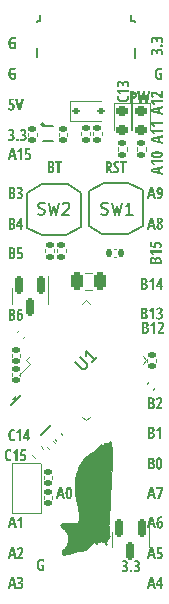
<source format=gto>
G04 #@! TF.GenerationSoftware,KiCad,Pcbnew,7.0.10*
G04 #@! TF.CreationDate,2024-01-27T03:33:41-06:00*
G04 #@! TF.ProjectId,STM32H503CBT6,53544d33-3248-4353-9033-434254362e6b,rev?*
G04 #@! TF.SameCoordinates,Original*
G04 #@! TF.FileFunction,Legend,Top*
G04 #@! TF.FilePolarity,Positive*
%FSLAX46Y46*%
G04 Gerber Fmt 4.6, Leading zero omitted, Abs format (unit mm)*
G04 Created by KiCad (PCBNEW 7.0.10) date 2024-01-27 03:33:41*
%MOMM*%
%LPD*%
G01*
G04 APERTURE LIST*
G04 Aperture macros list*
%AMRoundRect*
0 Rectangle with rounded corners*
0 $1 Rounding radius*
0 $2 $3 $4 $5 $6 $7 $8 $9 X,Y pos of 4 corners*
0 Add a 4 corners polygon primitive as box body*
4,1,4,$2,$3,$4,$5,$6,$7,$8,$9,$2,$3,0*
0 Add four circle primitives for the rounded corners*
1,1,$1+$1,$2,$3*
1,1,$1+$1,$4,$5*
1,1,$1+$1,$6,$7*
1,1,$1+$1,$8,$9*
0 Add four rect primitives between the rounded corners*
20,1,$1+$1,$2,$3,$4,$5,0*
20,1,$1+$1,$4,$5,$6,$7,0*
20,1,$1+$1,$6,$7,$8,$9,0*
20,1,$1+$1,$8,$9,$2,$3,0*%
%AMRotRect*
0 Rectangle, with rotation*
0 The origin of the aperture is its center*
0 $1 length*
0 $2 width*
0 $3 Rotation angle, in degrees counterclockwise*
0 Add horizontal line*
21,1,$1,$2,0,0,$3*%
%AMFreePoly0*
4,1,5,0.225000,-0.095000,-0.035000,-0.095000,-0.035000,0.095000,0.035000,0.095000,0.225000,-0.095000,0.225000,-0.095000,$1*%
%AMFreePoly1*
4,1,6,0.035000,-0.095000,-0.035000,-0.095000,-0.225000,-0.095000,-0.035000,0.095000,0.035000,0.095000,0.035000,-0.095000,0.035000,-0.095000,$1*%
G04 Aperture macros list end*
%ADD10C,0.125000*%
%ADD11C,0.150000*%
%ADD12C,0.120000*%
%ADD13C,0.010000*%
%ADD14RotRect,0.600000X1.600000X315.000000*%
%ADD15RoundRect,0.135000X-0.185000X0.135000X-0.185000X-0.135000X0.185000X-0.135000X0.185000X0.135000X0*%
%ADD16RoundRect,0.140000X0.170000X-0.140000X0.170000X0.140000X-0.170000X0.140000X-0.170000X-0.140000X0*%
%ADD17RoundRect,0.075000X-0.415425X-0.521491X0.521491X0.415425X0.415425X0.521491X-0.521491X-0.415425X0*%
%ADD18RoundRect,0.075000X0.415425X-0.521491X0.521491X-0.415425X-0.415425X0.521491X-0.521491X0.415425X0*%
%ADD19RoundRect,0.218750X-0.256250X0.218750X-0.256250X-0.218750X0.256250X-0.218750X0.256250X0.218750X0*%
%ADD20FreePoly0,270.000000*%
%ADD21R,0.200000X0.260000*%
%ADD22RotRect,0.520000X0.520000X315.000000*%
%ADD23FreePoly1,270.000000*%
%ADD24FreePoly0,90.000000*%
%ADD25FreePoly1,90.000000*%
%ADD26RoundRect,0.140000X-0.170000X0.140000X-0.170000X-0.140000X0.170000X-0.140000X0.170000X0.140000X0*%
%ADD27RoundRect,0.150000X-0.150000X0.587500X-0.150000X-0.587500X0.150000X-0.587500X0.150000X0.587500X0*%
%ADD28RoundRect,0.112500X-0.187500X-0.112500X0.187500X-0.112500X0.187500X0.112500X-0.187500X0.112500X0*%
%ADD29RoundRect,0.135000X0.185000X-0.135000X0.185000X0.135000X-0.185000X0.135000X-0.185000X-0.135000X0*%
%ADD30RoundRect,0.140000X-0.219203X-0.021213X-0.021213X-0.219203X0.219203X0.021213X0.021213X0.219203X0*%
%ADD31RoundRect,0.140000X-0.140000X-0.170000X0.140000X-0.170000X0.140000X0.170000X-0.140000X0.170000X0*%
%ADD32R,1.100000X1.800000*%
%ADD33R,1.800000X1.000000*%
%ADD34RoundRect,0.140000X-0.021213X0.219203X-0.219203X0.021213X0.021213X-0.219203X0.219203X-0.021213X0*%
%ADD35RoundRect,0.218750X0.335876X0.026517X0.026517X0.335876X-0.335876X-0.026517X-0.026517X-0.335876X0*%
%ADD36RoundRect,0.140000X0.021213X-0.219203X0.219203X-0.021213X-0.021213X0.219203X-0.219203X0.021213X0*%
%ADD37RoundRect,0.250000X0.250000X0.475000X-0.250000X0.475000X-0.250000X-0.475000X0.250000X-0.475000X0*%
%ADD38R,0.400000X1.050000*%
%ADD39O,1.400000X2.500000*%
%ADD40O,1.300000X2.300000*%
%ADD41R,1.700000X1.700000*%
%ADD42O,1.700000X1.700000*%
G04 APERTURE END LIST*
D10*
G36*
X88051535Y-98430000D02*
G01*
X87863956Y-98430000D01*
X87806315Y-98173545D01*
X87544487Y-98173545D01*
X87486845Y-98430000D01*
X87300000Y-98430000D01*
X87404895Y-98007948D01*
X87581612Y-98007948D01*
X87771144Y-98007948D01*
X87717655Y-97780069D01*
X87715402Y-97770077D01*
X87712882Y-97758379D01*
X87710446Y-97746814D01*
X87708373Y-97736853D01*
X87706089Y-97725788D01*
X87703596Y-97713620D01*
X87700891Y-97700349D01*
X87697977Y-97685974D01*
X87695917Y-97675778D01*
X87693863Y-97665553D01*
X87691914Y-97655761D01*
X87689187Y-97641886D01*
X87686696Y-97628985D01*
X87684441Y-97617059D01*
X87682423Y-97606107D01*
X87680640Y-97596130D01*
X87678631Y-97584344D01*
X87677042Y-97574290D01*
X87675645Y-97564159D01*
X87673910Y-97575069D01*
X87672093Y-97586186D01*
X87670195Y-97597509D01*
X87668215Y-97609038D01*
X87666153Y-97620773D01*
X87664010Y-97632715D01*
X87661785Y-97644862D01*
X87659479Y-97657215D01*
X87657091Y-97669775D01*
X87654622Y-97682540D01*
X87652930Y-97691165D01*
X87649979Y-97705736D01*
X87647583Y-97717188D01*
X87644843Y-97730032D01*
X87641759Y-97744267D01*
X87638332Y-97759893D01*
X87634562Y-97776910D01*
X87630448Y-97795318D01*
X87628262Y-97805043D01*
X87625990Y-97815116D01*
X87623633Y-97825538D01*
X87621189Y-97836306D01*
X87618660Y-97847423D01*
X87616045Y-97858887D01*
X87613344Y-97870700D01*
X87610557Y-97882860D01*
X87607684Y-97895367D01*
X87604726Y-97908223D01*
X87601681Y-97921426D01*
X87598551Y-97934977D01*
X87595335Y-97948875D01*
X87592033Y-97963122D01*
X87588645Y-97977716D01*
X87585171Y-97992658D01*
X87581612Y-98007948D01*
X87404895Y-98007948D01*
X87548639Y-97429581D01*
X87802163Y-97429581D01*
X88051535Y-98430000D01*
G37*
G36*
X88548080Y-98430000D02*
G01*
X88364166Y-98430000D01*
X88364166Y-97843328D01*
X88364203Y-97831249D01*
X88364314Y-97818946D01*
X88364500Y-97806420D01*
X88364761Y-97793671D01*
X88365096Y-97780698D01*
X88365505Y-97767502D01*
X88365989Y-97754083D01*
X88366547Y-97740441D01*
X88367180Y-97726575D01*
X88367886Y-97712487D01*
X88368668Y-97698174D01*
X88369524Y-97683639D01*
X88370454Y-97668881D01*
X88371459Y-97653899D01*
X88372538Y-97638694D01*
X88373691Y-97623265D01*
X88367302Y-97631286D01*
X88360081Y-97639846D01*
X88353421Y-97647606D01*
X88345508Y-97656738D01*
X88338276Y-97665031D01*
X88329735Y-97674625D01*
X88322137Y-97682953D01*
X88313518Y-97692251D01*
X88303876Y-97702519D01*
X88296881Y-97709903D01*
X88289432Y-97717719D01*
X88281528Y-97725966D01*
X88273170Y-97734644D01*
X88264359Y-97743754D01*
X88255093Y-97753295D01*
X88245372Y-97763267D01*
X88235198Y-97773670D01*
X88224570Y-97784504D01*
X88219085Y-97790083D01*
X88114794Y-97676266D01*
X88381995Y-97429581D01*
X88548080Y-97429581D01*
X88548080Y-98430000D01*
G37*
G36*
X92151535Y-95930000D02*
G01*
X91963956Y-95930000D01*
X91906315Y-95673545D01*
X91644487Y-95673545D01*
X91586845Y-95930000D01*
X91400000Y-95930000D01*
X91504895Y-95507948D01*
X91681612Y-95507948D01*
X91871144Y-95507948D01*
X91817655Y-95280069D01*
X91815402Y-95270077D01*
X91812882Y-95258379D01*
X91810446Y-95246814D01*
X91808373Y-95236853D01*
X91806089Y-95225788D01*
X91803596Y-95213620D01*
X91800891Y-95200349D01*
X91797977Y-95185974D01*
X91795917Y-95175778D01*
X91793863Y-95165553D01*
X91791914Y-95155761D01*
X91789187Y-95141886D01*
X91786696Y-95128985D01*
X91784441Y-95117059D01*
X91782423Y-95106107D01*
X91780640Y-95096130D01*
X91778631Y-95084344D01*
X91777042Y-95074290D01*
X91775645Y-95064159D01*
X91773910Y-95075069D01*
X91772093Y-95086186D01*
X91770195Y-95097509D01*
X91768215Y-95109038D01*
X91766153Y-95120773D01*
X91764010Y-95132715D01*
X91761785Y-95144862D01*
X91759479Y-95157215D01*
X91757091Y-95169775D01*
X91754622Y-95182540D01*
X91752930Y-95191165D01*
X91749979Y-95205736D01*
X91747583Y-95217188D01*
X91744843Y-95230032D01*
X91741759Y-95244267D01*
X91738332Y-95259893D01*
X91734562Y-95276910D01*
X91730448Y-95295318D01*
X91728262Y-95305043D01*
X91725990Y-95315116D01*
X91723633Y-95325538D01*
X91721189Y-95336306D01*
X91718660Y-95347423D01*
X91716045Y-95358887D01*
X91713344Y-95370700D01*
X91710557Y-95382860D01*
X91707684Y-95395367D01*
X91704726Y-95408223D01*
X91701681Y-95421426D01*
X91698551Y-95434977D01*
X91695335Y-95448875D01*
X91692033Y-95463122D01*
X91688645Y-95477716D01*
X91685171Y-95492658D01*
X91681612Y-95507948D01*
X91504895Y-95507948D01*
X91648639Y-94929581D01*
X91902163Y-94929581D01*
X92151535Y-95930000D01*
G37*
G36*
X92491482Y-94914418D02*
G01*
X92508644Y-94915823D01*
X92525180Y-94918165D01*
X92541087Y-94921444D01*
X92556366Y-94925661D01*
X92571018Y-94930813D01*
X92585042Y-94936903D01*
X92598438Y-94943930D01*
X92611206Y-94951894D01*
X92623347Y-94960794D01*
X92634860Y-94970632D01*
X92645745Y-94981406D01*
X92656002Y-94993117D01*
X92665632Y-95005765D01*
X92674633Y-95019351D01*
X92683007Y-95033872D01*
X92690845Y-95049476D01*
X92698177Y-95066307D01*
X92705003Y-95084365D01*
X92708227Y-95093854D01*
X92711324Y-95103650D01*
X92714295Y-95113752D01*
X92717139Y-95124161D01*
X92719857Y-95134877D01*
X92722449Y-95145900D01*
X92724914Y-95157229D01*
X92727252Y-95168865D01*
X92729465Y-95180808D01*
X92731550Y-95193058D01*
X92733510Y-95205614D01*
X92735343Y-95218477D01*
X92737049Y-95231647D01*
X92738630Y-95245123D01*
X92740083Y-95258907D01*
X92741411Y-95272997D01*
X92742612Y-95287393D01*
X92743686Y-95302097D01*
X92744634Y-95317107D01*
X92745456Y-95332424D01*
X92746151Y-95348048D01*
X92746720Y-95363978D01*
X92747163Y-95380215D01*
X92747479Y-95396759D01*
X92747668Y-95413610D01*
X92747732Y-95430767D01*
X92747667Y-95447625D01*
X92747475Y-95464189D01*
X92747154Y-95480459D01*
X92746705Y-95496434D01*
X92746127Y-95512115D01*
X92745422Y-95527502D01*
X92744588Y-95542594D01*
X92743625Y-95557392D01*
X92742534Y-95571895D01*
X92741315Y-95586105D01*
X92739968Y-95600020D01*
X92738492Y-95613640D01*
X92736888Y-95626966D01*
X92735156Y-95639998D01*
X92733295Y-95652736D01*
X92731306Y-95665179D01*
X92729189Y-95677328D01*
X92726943Y-95689183D01*
X92724569Y-95700743D01*
X92722067Y-95712009D01*
X92719436Y-95722981D01*
X92716677Y-95733658D01*
X92713790Y-95744041D01*
X92710775Y-95754129D01*
X92707631Y-95763924D01*
X92704358Y-95773424D01*
X92700958Y-95782629D01*
X92693772Y-95800157D01*
X92686072Y-95816508D01*
X92682030Y-95824242D01*
X92673535Y-95838942D01*
X92664414Y-95852693D01*
X92654667Y-95865496D01*
X92644295Y-95877350D01*
X92633296Y-95888256D01*
X92621672Y-95898214D01*
X92609421Y-95907223D01*
X92596545Y-95915284D01*
X92583043Y-95922396D01*
X92568915Y-95928561D01*
X92554161Y-95933777D01*
X92538782Y-95938044D01*
X92522776Y-95941363D01*
X92506145Y-95943734D01*
X92488888Y-95945157D01*
X92471004Y-95945631D01*
X92453099Y-95945155D01*
X92435837Y-95943727D01*
X92419218Y-95941346D01*
X92403242Y-95938014D01*
X92387909Y-95933729D01*
X92373219Y-95928492D01*
X92359173Y-95922303D01*
X92345769Y-95915162D01*
X92333008Y-95907068D01*
X92320890Y-95898023D01*
X92309416Y-95888025D01*
X92298584Y-95877075D01*
X92288396Y-95865173D01*
X92278850Y-95852319D01*
X92269948Y-95838512D01*
X92261688Y-95823754D01*
X92253998Y-95807908D01*
X92246805Y-95790899D01*
X92240107Y-95772729D01*
X92236944Y-95763208D01*
X92233906Y-95753397D01*
X92230991Y-95743295D01*
X92228200Y-95732902D01*
X92225534Y-95722219D01*
X92222991Y-95711246D01*
X92220572Y-95699982D01*
X92218278Y-95688427D01*
X92216107Y-95676582D01*
X92214061Y-95664446D01*
X92212138Y-95652020D01*
X92210340Y-95639304D01*
X92208666Y-95626297D01*
X92207115Y-95612999D01*
X92205689Y-95599411D01*
X92204387Y-95585532D01*
X92203208Y-95571363D01*
X92202154Y-95556903D01*
X92201224Y-95542153D01*
X92200418Y-95527112D01*
X92199735Y-95511781D01*
X92199177Y-95496159D01*
X92198743Y-95480247D01*
X92198433Y-95464044D01*
X92198247Y-95447551D01*
X92198185Y-95430767D01*
X92385031Y-95430767D01*
X92385049Y-95443776D01*
X92385102Y-95456518D01*
X92385190Y-95468991D01*
X92385313Y-95481196D01*
X92385472Y-95493133D01*
X92385666Y-95504801D01*
X92385896Y-95516202D01*
X92386161Y-95527335D01*
X92386461Y-95538199D01*
X92386796Y-95548796D01*
X92387167Y-95559124D01*
X92387573Y-95569184D01*
X92388014Y-95578976D01*
X92389002Y-95597756D01*
X92390132Y-95615464D01*
X92391403Y-95632099D01*
X92392815Y-95647662D01*
X92394368Y-95662152D01*
X92396062Y-95675570D01*
X92397898Y-95687916D01*
X92399875Y-95699190D01*
X92401993Y-95709390D01*
X92403105Y-95714089D01*
X92406825Y-95727096D01*
X92411116Y-95738824D01*
X92415978Y-95749273D01*
X92421412Y-95758442D01*
X92427416Y-95766332D01*
X92436310Y-95774861D01*
X92446219Y-95781116D01*
X92457143Y-95785096D01*
X92469082Y-95786802D01*
X92472226Y-95786873D01*
X92482606Y-95786104D01*
X92492223Y-95783796D01*
X92502756Y-95778996D01*
X92512190Y-95771981D01*
X92519212Y-95764443D01*
X92525471Y-95755366D01*
X92531156Y-95744512D01*
X92535317Y-95734378D01*
X92539135Y-95722954D01*
X92541774Y-95713539D01*
X92544219Y-95703399D01*
X92546471Y-95692533D01*
X92548529Y-95680942D01*
X92550395Y-95668625D01*
X92552067Y-95655583D01*
X92552581Y-95651074D01*
X92554066Y-95636729D01*
X92554974Y-95626440D01*
X92555817Y-95615571D01*
X92556596Y-95604122D01*
X92557309Y-95592093D01*
X92557958Y-95579484D01*
X92558542Y-95566295D01*
X92559061Y-95552526D01*
X92559515Y-95538177D01*
X92559904Y-95523247D01*
X92560229Y-95507738D01*
X92560488Y-95491648D01*
X92560683Y-95474979D01*
X92560813Y-95457729D01*
X92560878Y-95439900D01*
X92560886Y-95430767D01*
X92560867Y-95417981D01*
X92560810Y-95405452D01*
X92560716Y-95393179D01*
X92560584Y-95381163D01*
X92560415Y-95369403D01*
X92560207Y-95357901D01*
X92559962Y-95346655D01*
X92559680Y-95335665D01*
X92559359Y-95324932D01*
X92559001Y-95314456D01*
X92558606Y-95304236D01*
X92558172Y-95294274D01*
X92557193Y-95275118D01*
X92556062Y-95256988D01*
X92554781Y-95239886D01*
X92553349Y-95223809D01*
X92551766Y-95208760D01*
X92550032Y-95194737D01*
X92548148Y-95181741D01*
X92546113Y-95169771D01*
X92543927Y-95158828D01*
X92541591Y-95148911D01*
X92537744Y-95135423D01*
X92533347Y-95123263D01*
X92528401Y-95112428D01*
X92522906Y-95102921D01*
X92516861Y-95094740D01*
X92507946Y-95085896D01*
X92498054Y-95079410D01*
X92487185Y-95075282D01*
X92475340Y-95073514D01*
X92472226Y-95073440D01*
X92460033Y-95074611D01*
X92448855Y-95078126D01*
X92438692Y-95083984D01*
X92429544Y-95092185D01*
X92423350Y-95099874D01*
X92417726Y-95108881D01*
X92412674Y-95119206D01*
X92408192Y-95130848D01*
X92404281Y-95143809D01*
X92403105Y-95148422D01*
X92400916Y-95158312D01*
X92398869Y-95169236D01*
X92396963Y-95181195D01*
X92395198Y-95194187D01*
X92393574Y-95208214D01*
X92392091Y-95223275D01*
X92390750Y-95239370D01*
X92389549Y-95256500D01*
X92388490Y-95274664D01*
X92387573Y-95293861D01*
X92387167Y-95303848D01*
X92386796Y-95314093D01*
X92386461Y-95324597D01*
X92386161Y-95335360D01*
X92385896Y-95346381D01*
X92385666Y-95357660D01*
X92385472Y-95369198D01*
X92385313Y-95380995D01*
X92385190Y-95393050D01*
X92385102Y-95405364D01*
X92385049Y-95417936D01*
X92385031Y-95430767D01*
X92198185Y-95430767D01*
X92198250Y-95413953D01*
X92198446Y-95397429D01*
X92198771Y-95381196D01*
X92199227Y-95365253D01*
X92199813Y-95349600D01*
X92200529Y-95334239D01*
X92201376Y-95319167D01*
X92202353Y-95304387D01*
X92203459Y-95289896D01*
X92204697Y-95275697D01*
X92206064Y-95261788D01*
X92207562Y-95248169D01*
X92209190Y-95234841D01*
X92210948Y-95221803D01*
X92212836Y-95209056D01*
X92214855Y-95196599D01*
X92217004Y-95184433D01*
X92219283Y-95172558D01*
X92221692Y-95160973D01*
X92224231Y-95149678D01*
X92226901Y-95138674D01*
X92229701Y-95127960D01*
X92232631Y-95117537D01*
X92235692Y-95107405D01*
X92238882Y-95097563D01*
X92242203Y-95088011D01*
X92245654Y-95078750D01*
X92252947Y-95061100D01*
X92260761Y-95044612D01*
X92264863Y-95036803D01*
X92273493Y-95021927D01*
X92282712Y-95008009D01*
X92292521Y-94995052D01*
X92302920Y-94983055D01*
X92313908Y-94972017D01*
X92325485Y-94961939D01*
X92337653Y-94952821D01*
X92350409Y-94944663D01*
X92363756Y-94937464D01*
X92377692Y-94931226D01*
X92392218Y-94925947D01*
X92407333Y-94921628D01*
X92423038Y-94918268D01*
X92439333Y-94915869D01*
X92456217Y-94914429D01*
X92473691Y-94913949D01*
X92491482Y-94914418D01*
G37*
G36*
X88051535Y-67230000D02*
G01*
X87863956Y-67230000D01*
X87806315Y-66973545D01*
X87544487Y-66973545D01*
X87486845Y-67230000D01*
X87300000Y-67230000D01*
X87404895Y-66807948D01*
X87581612Y-66807948D01*
X87771144Y-66807948D01*
X87717655Y-66580069D01*
X87715402Y-66570077D01*
X87712882Y-66558379D01*
X87710446Y-66546814D01*
X87708373Y-66536853D01*
X87706089Y-66525788D01*
X87703596Y-66513620D01*
X87700891Y-66500349D01*
X87697977Y-66485974D01*
X87695917Y-66475778D01*
X87693863Y-66465553D01*
X87691914Y-66455761D01*
X87689187Y-66441886D01*
X87686696Y-66428985D01*
X87684441Y-66417059D01*
X87682423Y-66406107D01*
X87680640Y-66396130D01*
X87678631Y-66384344D01*
X87677042Y-66374290D01*
X87675645Y-66364159D01*
X87673910Y-66375069D01*
X87672093Y-66386186D01*
X87670195Y-66397509D01*
X87668215Y-66409038D01*
X87666153Y-66420773D01*
X87664010Y-66432715D01*
X87661785Y-66444862D01*
X87659479Y-66457215D01*
X87657091Y-66469775D01*
X87654622Y-66482540D01*
X87652930Y-66491165D01*
X87649979Y-66505736D01*
X87647583Y-66517188D01*
X87644843Y-66530032D01*
X87641759Y-66544267D01*
X87638332Y-66559893D01*
X87634562Y-66576910D01*
X87630448Y-66595318D01*
X87628262Y-66605043D01*
X87625990Y-66615116D01*
X87623633Y-66625538D01*
X87621189Y-66636306D01*
X87618660Y-66647423D01*
X87616045Y-66658887D01*
X87613344Y-66670700D01*
X87610557Y-66682860D01*
X87607684Y-66695367D01*
X87604726Y-66708223D01*
X87601681Y-66721426D01*
X87598551Y-66734977D01*
X87595335Y-66748875D01*
X87592033Y-66763122D01*
X87588645Y-66777716D01*
X87585171Y-66792658D01*
X87581612Y-66807948D01*
X87404895Y-66807948D01*
X87548639Y-66229581D01*
X87802163Y-66229581D01*
X88051535Y-67230000D01*
G37*
G36*
X88548080Y-67230000D02*
G01*
X88364166Y-67230000D01*
X88364166Y-66643328D01*
X88364203Y-66631249D01*
X88364314Y-66618946D01*
X88364500Y-66606420D01*
X88364761Y-66593671D01*
X88365096Y-66580698D01*
X88365505Y-66567502D01*
X88365989Y-66554083D01*
X88366547Y-66540441D01*
X88367180Y-66526575D01*
X88367886Y-66512487D01*
X88368668Y-66498174D01*
X88369524Y-66483639D01*
X88370454Y-66468881D01*
X88371459Y-66453899D01*
X88372538Y-66438694D01*
X88373691Y-66423265D01*
X88367302Y-66431286D01*
X88360081Y-66439846D01*
X88353421Y-66447606D01*
X88345508Y-66456738D01*
X88338276Y-66465031D01*
X88329735Y-66474625D01*
X88322137Y-66482953D01*
X88313518Y-66492251D01*
X88303876Y-66502519D01*
X88296881Y-66509903D01*
X88289432Y-66517719D01*
X88281528Y-66525966D01*
X88273170Y-66534644D01*
X88264359Y-66543754D01*
X88255093Y-66553295D01*
X88245372Y-66563267D01*
X88235198Y-66573670D01*
X88224570Y-66584504D01*
X88219085Y-66590083D01*
X88114794Y-66476266D01*
X88381995Y-66229581D01*
X88548080Y-66229581D01*
X88548080Y-67230000D01*
G37*
G36*
X89038520Y-66604738D02*
G01*
X89052505Y-66605046D01*
X89066127Y-66605970D01*
X89079387Y-66607511D01*
X89092284Y-66609668D01*
X89104819Y-66612442D01*
X89116991Y-66615832D01*
X89128800Y-66619838D01*
X89140247Y-66624460D01*
X89151332Y-66629699D01*
X89162054Y-66635554D01*
X89172413Y-66642026D01*
X89182410Y-66649114D01*
X89192044Y-66656818D01*
X89201316Y-66665138D01*
X89210225Y-66674075D01*
X89218771Y-66683628D01*
X89226905Y-66693688D01*
X89234514Y-66704206D01*
X89241598Y-66715181D01*
X89248157Y-66726615D01*
X89254191Y-66738507D01*
X89259701Y-66750856D01*
X89264686Y-66763664D01*
X89269146Y-66776929D01*
X89273082Y-66790652D01*
X89276493Y-66804834D01*
X89279379Y-66819473D01*
X89281740Y-66834570D01*
X89283577Y-66850126D01*
X89284889Y-66866139D01*
X89285676Y-66882610D01*
X89285938Y-66899539D01*
X89285857Y-66909696D01*
X89285612Y-66919712D01*
X89285204Y-66929587D01*
X89283899Y-66948912D01*
X89281941Y-66967673D01*
X89279331Y-66985869D01*
X89276068Y-67003501D01*
X89272152Y-67020567D01*
X89267584Y-67037069D01*
X89262363Y-67053005D01*
X89256490Y-67068378D01*
X89249964Y-67083185D01*
X89242786Y-67097427D01*
X89234955Y-67111105D01*
X89226471Y-67124218D01*
X89217335Y-67136766D01*
X89207546Y-67148749D01*
X89202407Y-67154528D01*
X89191713Y-67165560D01*
X89180513Y-67175881D01*
X89168807Y-67185489D01*
X89156596Y-67194386D01*
X89143879Y-67202571D01*
X89130657Y-67210044D01*
X89116929Y-67216806D01*
X89102695Y-67222855D01*
X89087955Y-67228193D01*
X89072710Y-67232820D01*
X89056959Y-67236734D01*
X89040703Y-67239937D01*
X89023941Y-67242428D01*
X89006673Y-67244208D01*
X88988900Y-67245275D01*
X88970621Y-67245631D01*
X88954330Y-67245435D01*
X88938430Y-67244849D01*
X88922922Y-67243871D01*
X88907804Y-67242502D01*
X88893078Y-67240741D01*
X88878743Y-67238590D01*
X88864799Y-67236047D01*
X88851247Y-67233114D01*
X88838085Y-67229789D01*
X88825315Y-67226073D01*
X88812936Y-67221965D01*
X88800948Y-67217467D01*
X88789351Y-67212577D01*
X88778146Y-67207296D01*
X88767331Y-67201624D01*
X88756908Y-67195561D01*
X88756908Y-67021416D01*
X88765957Y-67027675D01*
X88775638Y-67033750D01*
X88785954Y-67039643D01*
X88796903Y-67045352D01*
X88808485Y-67050878D01*
X88817588Y-67054902D01*
X88827047Y-67058823D01*
X88836862Y-67062642D01*
X88847034Y-67066357D01*
X88857358Y-67069805D01*
X88867542Y-67072914D01*
X88877583Y-67075684D01*
X88887483Y-67078115D01*
X88897241Y-67080206D01*
X88906857Y-67081959D01*
X88919458Y-67083768D01*
X88931808Y-67084974D01*
X88943906Y-67085577D01*
X88949860Y-67085652D01*
X88967754Y-67084984D01*
X88984493Y-67082981D01*
X89000078Y-67079641D01*
X89014508Y-67074966D01*
X89027784Y-67068956D01*
X89039905Y-67061609D01*
X89050872Y-67052927D01*
X89060685Y-67042909D01*
X89069343Y-67031556D01*
X89076847Y-67018867D01*
X89083196Y-67004842D01*
X89088391Y-66989481D01*
X89092432Y-66972785D01*
X89095318Y-66954753D01*
X89097050Y-66935385D01*
X89097483Y-66925201D01*
X89097627Y-66914682D01*
X89097487Y-66904870D01*
X89096365Y-66886179D01*
X89094121Y-66868735D01*
X89090755Y-66852537D01*
X89086267Y-66837584D01*
X89080657Y-66823878D01*
X89073925Y-66811418D01*
X89066071Y-66800204D01*
X89057095Y-66790236D01*
X89046997Y-66781514D01*
X89035777Y-66774037D01*
X89023435Y-66767807D01*
X89009971Y-66762823D01*
X88995385Y-66759085D01*
X88979678Y-66756593D01*
X88962848Y-66755347D01*
X88954012Y-66755191D01*
X88943279Y-66755380D01*
X88932422Y-66755947D01*
X88921441Y-66756892D01*
X88910335Y-66758214D01*
X88899104Y-66759914D01*
X88887749Y-66761992D01*
X88876269Y-66764448D01*
X88864665Y-66767281D01*
X88852936Y-66770493D01*
X88841083Y-66774082D01*
X88833112Y-66776685D01*
X88772784Y-66732233D01*
X88803803Y-66229581D01*
X89232205Y-66229581D01*
X89232205Y-66396399D01*
X88963538Y-66396399D01*
X88949860Y-66612798D01*
X88959687Y-66610909D01*
X88969873Y-66609272D01*
X88980417Y-66607886D01*
X88991320Y-66606753D01*
X89002582Y-66605871D01*
X89014203Y-66605242D01*
X89026182Y-66604864D01*
X89038520Y-66604738D01*
G37*
G36*
X99851535Y-103530000D02*
G01*
X99663956Y-103530000D01*
X99606315Y-103273545D01*
X99344487Y-103273545D01*
X99286845Y-103530000D01*
X99100000Y-103530000D01*
X99204895Y-103107948D01*
X99381612Y-103107948D01*
X99571144Y-103107948D01*
X99517655Y-102880069D01*
X99515402Y-102870077D01*
X99512882Y-102858379D01*
X99510446Y-102846814D01*
X99508373Y-102836853D01*
X99506089Y-102825788D01*
X99503596Y-102813620D01*
X99500891Y-102800349D01*
X99497977Y-102785974D01*
X99495917Y-102775778D01*
X99493863Y-102765553D01*
X99491914Y-102755761D01*
X99489187Y-102741886D01*
X99486696Y-102728985D01*
X99484441Y-102717059D01*
X99482423Y-102706107D01*
X99480640Y-102696130D01*
X99478631Y-102684344D01*
X99477042Y-102674290D01*
X99475645Y-102664159D01*
X99473910Y-102675069D01*
X99472093Y-102686186D01*
X99470195Y-102697509D01*
X99468215Y-102709038D01*
X99466153Y-102720773D01*
X99464010Y-102732715D01*
X99461785Y-102744862D01*
X99459479Y-102757215D01*
X99457091Y-102769775D01*
X99454622Y-102782540D01*
X99452930Y-102791165D01*
X99449979Y-102805736D01*
X99447583Y-102817188D01*
X99444843Y-102830032D01*
X99441759Y-102844267D01*
X99438332Y-102859893D01*
X99434562Y-102876910D01*
X99430448Y-102895318D01*
X99428262Y-102905043D01*
X99425990Y-102915116D01*
X99423633Y-102925538D01*
X99421189Y-102936306D01*
X99418660Y-102947423D01*
X99416045Y-102958887D01*
X99413344Y-102970700D01*
X99410557Y-102982860D01*
X99407684Y-102995367D01*
X99404726Y-103008223D01*
X99401681Y-103021426D01*
X99398551Y-103034977D01*
X99395335Y-103048875D01*
X99392033Y-103063122D01*
X99388645Y-103077716D01*
X99385171Y-103092658D01*
X99381612Y-103107948D01*
X99204895Y-103107948D01*
X99348639Y-102529581D01*
X99602163Y-102529581D01*
X99851535Y-103530000D01*
G37*
G36*
X100376413Y-103170474D02*
G01*
X100478018Y-103170474D01*
X100478018Y-103325080D01*
X100376413Y-103325080D01*
X100376413Y-103530000D01*
X100200558Y-103530000D01*
X100200558Y-103325080D01*
X99872784Y-103325080D01*
X99872784Y-103173161D01*
X99874052Y-103170474D01*
X100030076Y-103170474D01*
X100200558Y-103170474D01*
X100200558Y-102957739D01*
X100203977Y-102863949D01*
X100208618Y-102774068D01*
X100203244Y-102774068D01*
X100200207Y-102783415D01*
X100195593Y-102797224D01*
X100190910Y-102810781D01*
X100186159Y-102824084D01*
X100181339Y-102837133D01*
X100176450Y-102849929D01*
X100171493Y-102862472D01*
X100166467Y-102874762D01*
X100161372Y-102886798D01*
X100156209Y-102898581D01*
X100150976Y-102910111D01*
X100030076Y-103170474D01*
X99874052Y-103170474D01*
X100176378Y-102529581D01*
X100376413Y-102529581D01*
X100376413Y-103170474D01*
G37*
G36*
X87664107Y-79829819D02*
G01*
X87682678Y-79830535D01*
X87700584Y-79831727D01*
X87717823Y-79833397D01*
X87734396Y-79835544D01*
X87750303Y-79838167D01*
X87765544Y-79841268D01*
X87780120Y-79844846D01*
X87794029Y-79848901D01*
X87807273Y-79853433D01*
X87819850Y-79858442D01*
X87831762Y-79863927D01*
X87843008Y-79869890D01*
X87853587Y-79876330D01*
X87863501Y-79883247D01*
X87872749Y-79890642D01*
X87881415Y-79898557D01*
X87889522Y-79907036D01*
X87897069Y-79916081D01*
X87904058Y-79925690D01*
X87910487Y-79935865D01*
X87916358Y-79946604D01*
X87921669Y-79957908D01*
X87926421Y-79969776D01*
X87930614Y-79982210D01*
X87934249Y-79995208D01*
X87937324Y-80008771D01*
X87939839Y-80022899D01*
X87941796Y-80037592D01*
X87943194Y-80052849D01*
X87944033Y-80068672D01*
X87944312Y-80085059D01*
X87944164Y-80095908D01*
X87943721Y-80106533D01*
X87942981Y-80116935D01*
X87941946Y-80127114D01*
X87940615Y-80137070D01*
X87938988Y-80146803D01*
X87935994Y-80160983D01*
X87932334Y-80174661D01*
X87928008Y-80187836D01*
X87923017Y-80200509D01*
X87917361Y-80212680D01*
X87911039Y-80224349D01*
X87906454Y-80231849D01*
X87899159Y-80242521D01*
X87891379Y-80252374D01*
X87883114Y-80261406D01*
X87874363Y-80269619D01*
X87865128Y-80277011D01*
X87855407Y-80283583D01*
X87845201Y-80289336D01*
X87834510Y-80294268D01*
X87823333Y-80298380D01*
X87811672Y-80301673D01*
X87803628Y-80303412D01*
X87803628Y-80310251D01*
X87814097Y-80313019D01*
X87824194Y-80316074D01*
X87833919Y-80319416D01*
X87843272Y-80323043D01*
X87852253Y-80326957D01*
X87865026Y-80333364D01*
X87876962Y-80340415D01*
X87888061Y-80348110D01*
X87898323Y-80356449D01*
X87907747Y-80365432D01*
X87916335Y-80375059D01*
X87924085Y-80385330D01*
X87926482Y-80388897D01*
X87933248Y-80400040D01*
X87939348Y-80411852D01*
X87944783Y-80424334D01*
X87949552Y-80437486D01*
X87953656Y-80451308D01*
X87956022Y-80460894D01*
X87958092Y-80470778D01*
X87959867Y-80480960D01*
X87961345Y-80491440D01*
X87962528Y-80502217D01*
X87963416Y-80513292D01*
X87964007Y-80524664D01*
X87964303Y-80536335D01*
X87964340Y-80542281D01*
X87964054Y-80558936D01*
X87963195Y-80575132D01*
X87961764Y-80590870D01*
X87959760Y-80606151D01*
X87957184Y-80620973D01*
X87954036Y-80635338D01*
X87950315Y-80649245D01*
X87946022Y-80662693D01*
X87941156Y-80675684D01*
X87935718Y-80688217D01*
X87929707Y-80700291D01*
X87923124Y-80711908D01*
X87915969Y-80723067D01*
X87908241Y-80733768D01*
X87899940Y-80744011D01*
X87891067Y-80753796D01*
X87881728Y-80763024D01*
X87871967Y-80771656D01*
X87861784Y-80779693D01*
X87851179Y-80787135D01*
X87840153Y-80793981D01*
X87828705Y-80800232D01*
X87816835Y-80805888D01*
X87804544Y-80810949D01*
X87791831Y-80815414D01*
X87778696Y-80819283D01*
X87765140Y-80822558D01*
X87751162Y-80825237D01*
X87736762Y-80827320D01*
X87721940Y-80828809D01*
X87706697Y-80829702D01*
X87691032Y-80830000D01*
X87388660Y-80830000D01*
X87388660Y-80391828D01*
X87564515Y-80391828D01*
X87564515Y-80666601D01*
X87658548Y-80666601D01*
X87669273Y-80666294D01*
X87679465Y-80665373D01*
X87689125Y-80663838D01*
X87701177Y-80660837D01*
X87712282Y-80656744D01*
X87722441Y-80651559D01*
X87731654Y-80645283D01*
X87739920Y-80637916D01*
X87745498Y-80631674D01*
X87752196Y-80622343D01*
X87758001Y-80611814D01*
X87762912Y-80600087D01*
X87766010Y-80590505D01*
X87768605Y-80580249D01*
X87770698Y-80569319D01*
X87772289Y-80557715D01*
X87773377Y-80545436D01*
X87773963Y-80532484D01*
X87774075Y-80523475D01*
X87773613Y-80507533D01*
X87772228Y-80492620D01*
X87769919Y-80478735D01*
X87766687Y-80465879D01*
X87762531Y-80454052D01*
X87757451Y-80443252D01*
X87751448Y-80433482D01*
X87744521Y-80424740D01*
X87736671Y-80417026D01*
X87727898Y-80410341D01*
X87718200Y-80404684D01*
X87707580Y-80400056D01*
X87696035Y-80396456D01*
X87683568Y-80393885D01*
X87670176Y-80392342D01*
X87655861Y-80391828D01*
X87564515Y-80391828D01*
X87388660Y-80391828D01*
X87388660Y-79991025D01*
X87564515Y-79991025D01*
X87564515Y-80236001D01*
X87650244Y-80236001D01*
X87661017Y-80235722D01*
X87671172Y-80234885D01*
X87683751Y-80232900D01*
X87695230Y-80229923D01*
X87705611Y-80225955D01*
X87714892Y-80220993D01*
X87723074Y-80215040D01*
X87730157Y-80208094D01*
X87733286Y-80204249D01*
X87738954Y-80195762D01*
X87743865Y-80186297D01*
X87748021Y-80175856D01*
X87751421Y-80164438D01*
X87754066Y-80152042D01*
X87755554Y-80142105D01*
X87756616Y-80131618D01*
X87757254Y-80120581D01*
X87757466Y-80108995D01*
X87757224Y-80097449D01*
X87756496Y-80086535D01*
X87755283Y-80076252D01*
X87753585Y-80066599D01*
X87750566Y-80054712D01*
X87746685Y-80043946D01*
X87741942Y-80034302D01*
X87736336Y-80025780D01*
X87729867Y-80018381D01*
X87720543Y-80010500D01*
X87711968Y-80005157D01*
X87702401Y-80000669D01*
X87691841Y-79997036D01*
X87680289Y-79994258D01*
X87667745Y-79992334D01*
X87657686Y-79991453D01*
X87647068Y-79991052D01*
X87643405Y-79991025D01*
X87564515Y-79991025D01*
X87388660Y-79991025D01*
X87388660Y-79829581D01*
X87644870Y-79829581D01*
X87664107Y-79829819D01*
G37*
G36*
X88458504Y-79814087D02*
G01*
X88470045Y-79814499D01*
X88481585Y-79815186D01*
X88493126Y-79816147D01*
X88504666Y-79817384D01*
X88508513Y-79817857D01*
X88519613Y-79819248D01*
X88529648Y-79820674D01*
X88540009Y-79822380D01*
X88550077Y-79824387D01*
X88555408Y-79825673D01*
X88555408Y-79980279D01*
X88543585Y-79977703D01*
X88531808Y-79975470D01*
X88520076Y-79973581D01*
X88508391Y-79972035D01*
X88496751Y-79970833D01*
X88485157Y-79969975D01*
X88473609Y-79969459D01*
X88462107Y-79969288D01*
X88447653Y-79969599D01*
X88433694Y-79970533D01*
X88420228Y-79972089D01*
X88407255Y-79974268D01*
X88394777Y-79977069D01*
X88382792Y-79980493D01*
X88371301Y-79984540D01*
X88360303Y-79989209D01*
X88349800Y-79994500D01*
X88339790Y-80000414D01*
X88333391Y-80004703D01*
X88324213Y-80011607D01*
X88315456Y-80019129D01*
X88307120Y-80027269D01*
X88299205Y-80036027D01*
X88291710Y-80045404D01*
X88284636Y-80055399D01*
X88277983Y-80066012D01*
X88271750Y-80077243D01*
X88265938Y-80089093D01*
X88260547Y-80101560D01*
X88257187Y-80110216D01*
X88252511Y-80123875D01*
X88249592Y-80133504D01*
X88246831Y-80143550D01*
X88244228Y-80154014D01*
X88241783Y-80164896D01*
X88239498Y-80176196D01*
X88237370Y-80187914D01*
X88235401Y-80200050D01*
X88233590Y-80212604D01*
X88231937Y-80225575D01*
X88230443Y-80238965D01*
X88229108Y-80252772D01*
X88227930Y-80266998D01*
X88226911Y-80281641D01*
X88226051Y-80296702D01*
X88225680Y-80304389D01*
X88233251Y-80304389D01*
X88237896Y-80293963D01*
X88242854Y-80284027D01*
X88248126Y-80274580D01*
X88253711Y-80265623D01*
X88259609Y-80257155D01*
X88265821Y-80249177D01*
X88272346Y-80241688D01*
X88279184Y-80234688D01*
X88288790Y-80226117D01*
X88298953Y-80218415D01*
X88309657Y-80211546D01*
X88320767Y-80205593D01*
X88332280Y-80200555D01*
X88344199Y-80196434D01*
X88356522Y-80193228D01*
X88369249Y-80190938D01*
X88379060Y-80189822D01*
X88389098Y-80189221D01*
X88395917Y-80189106D01*
X88408381Y-80189424D01*
X88420494Y-80190377D01*
X88432256Y-80191966D01*
X88443667Y-80194190D01*
X88454726Y-80197049D01*
X88465435Y-80200544D01*
X88475792Y-80204674D01*
X88485799Y-80209439D01*
X88495454Y-80214840D01*
X88504758Y-80220877D01*
X88513711Y-80227549D01*
X88522313Y-80234856D01*
X88530564Y-80242799D01*
X88538463Y-80251377D01*
X88546012Y-80260590D01*
X88553210Y-80270439D01*
X88560042Y-80280879D01*
X88566433Y-80291864D01*
X88572384Y-80303395D01*
X88577893Y-80315471D01*
X88582962Y-80328094D01*
X88587591Y-80341262D01*
X88591778Y-80354976D01*
X88595525Y-80369235D01*
X88598830Y-80384041D01*
X88601696Y-80399392D01*
X88604120Y-80415289D01*
X88606103Y-80431731D01*
X88607646Y-80448719D01*
X88608748Y-80466253D01*
X88609409Y-80484333D01*
X88609630Y-80502958D01*
X88609557Y-80512771D01*
X88608977Y-80532011D01*
X88607817Y-80550737D01*
X88606077Y-80568950D01*
X88603756Y-80586650D01*
X88600856Y-80603837D01*
X88597376Y-80620510D01*
X88593315Y-80636671D01*
X88588674Y-80652317D01*
X88583454Y-80667451D01*
X88577653Y-80682071D01*
X88571272Y-80696178D01*
X88564311Y-80709772D01*
X88556770Y-80722852D01*
X88548649Y-80735419D01*
X88539948Y-80747473D01*
X88535380Y-80753307D01*
X88525921Y-80764487D01*
X88516046Y-80774946D01*
X88505756Y-80784683D01*
X88495049Y-80793699D01*
X88483927Y-80801994D01*
X88472388Y-80809567D01*
X88460434Y-80816419D01*
X88448063Y-80822550D01*
X88435277Y-80827960D01*
X88422074Y-80832648D01*
X88408456Y-80836615D01*
X88394421Y-80839861D01*
X88379971Y-80842385D01*
X88365104Y-80844188D01*
X88349822Y-80845270D01*
X88334124Y-80845631D01*
X88317554Y-80845196D01*
X88301491Y-80843891D01*
X88285933Y-80841716D01*
X88270880Y-80838670D01*
X88256333Y-80834755D01*
X88242292Y-80829969D01*
X88228757Y-80824313D01*
X88215727Y-80817787D01*
X88203203Y-80810391D01*
X88191184Y-80802125D01*
X88179672Y-80792989D01*
X88168664Y-80782983D01*
X88158163Y-80772106D01*
X88148167Y-80760360D01*
X88138677Y-80747743D01*
X88129692Y-80734256D01*
X88121263Y-80719918D01*
X88113378Y-80704749D01*
X88106036Y-80688747D01*
X88099238Y-80671913D01*
X88092984Y-80654248D01*
X88087274Y-80635750D01*
X88084623Y-80626189D01*
X88082108Y-80616421D01*
X88079729Y-80606444D01*
X88077486Y-80596259D01*
X88075378Y-80585866D01*
X88073407Y-80575266D01*
X88071571Y-80564457D01*
X88069872Y-80553440D01*
X88068309Y-80542216D01*
X88066881Y-80530783D01*
X88065589Y-80519142D01*
X88064434Y-80507294D01*
X88063414Y-80495237D01*
X88062668Y-80484884D01*
X88245708Y-80484884D01*
X88245800Y-80497038D01*
X88246078Y-80508832D01*
X88246541Y-80520264D01*
X88247189Y-80531336D01*
X88248021Y-80542048D01*
X88249039Y-80552398D01*
X88250243Y-80562389D01*
X88252394Y-80576697D01*
X88254962Y-80590195D01*
X88257947Y-80602881D01*
X88261348Y-80614756D01*
X88265165Y-80625819D01*
X88269399Y-80636071D01*
X88274007Y-80645412D01*
X88280664Y-80656437D01*
X88287910Y-80665829D01*
X88295743Y-80673587D01*
X88304163Y-80679712D01*
X88313172Y-80684204D01*
X88322768Y-80687063D01*
X88332951Y-80688288D01*
X88335589Y-80688339D01*
X88345653Y-80687644D01*
X88355205Y-80685560D01*
X88366426Y-80681002D01*
X88374828Y-80675793D01*
X88382718Y-80669195D01*
X88390097Y-80661207D01*
X88396964Y-80651831D01*
X88401779Y-80643886D01*
X88406275Y-80635066D01*
X88410328Y-80625365D01*
X88413940Y-80614784D01*
X88417109Y-80603323D01*
X88419836Y-80590982D01*
X88422121Y-80577761D01*
X88423963Y-80563659D01*
X88424946Y-80553769D01*
X88425732Y-80543488D01*
X88426322Y-80532816D01*
X88426715Y-80521752D01*
X88426911Y-80510298D01*
X88426936Y-80504424D01*
X88426739Y-80490417D01*
X88426146Y-80476972D01*
X88425159Y-80464090D01*
X88423776Y-80451770D01*
X88421999Y-80440013D01*
X88419826Y-80428818D01*
X88417259Y-80418186D01*
X88414296Y-80408116D01*
X88410939Y-80398608D01*
X88405848Y-80386806D01*
X88404466Y-80384012D01*
X88398550Y-80373594D01*
X88391918Y-80364564D01*
X88384567Y-80356924D01*
X88376500Y-80350673D01*
X88367715Y-80345811D01*
X88358212Y-80342338D01*
X88347992Y-80340254D01*
X88337055Y-80339560D01*
X88327155Y-80340205D01*
X88315446Y-80342825D01*
X88304477Y-80347461D01*
X88294247Y-80354112D01*
X88286595Y-80360884D01*
X88279417Y-80368946D01*
X88272711Y-80378297D01*
X88271109Y-80380837D01*
X88265156Y-80391492D01*
X88259996Y-80402819D01*
X88255630Y-80414817D01*
X88252877Y-80424257D01*
X88250570Y-80434074D01*
X88248709Y-80444269D01*
X88247295Y-80454842D01*
X88246328Y-80465793D01*
X88245807Y-80477122D01*
X88245708Y-80484884D01*
X88062668Y-80484884D01*
X88062530Y-80482972D01*
X88061783Y-80470500D01*
X88061171Y-80457819D01*
X88060695Y-80444931D01*
X88060355Y-80431834D01*
X88060151Y-80418529D01*
X88060083Y-80405017D01*
X88060177Y-80385975D01*
X88060456Y-80367256D01*
X88060923Y-80348859D01*
X88061575Y-80330786D01*
X88062415Y-80313036D01*
X88063441Y-80295609D01*
X88064653Y-80278504D01*
X88066052Y-80261723D01*
X88067637Y-80245264D01*
X88069409Y-80229129D01*
X88071368Y-80213316D01*
X88073513Y-80197827D01*
X88075844Y-80182660D01*
X88078362Y-80167816D01*
X88081067Y-80153295D01*
X88083958Y-80139098D01*
X88087036Y-80125223D01*
X88090300Y-80111671D01*
X88093750Y-80098442D01*
X88097388Y-80085536D01*
X88101211Y-80072953D01*
X88105221Y-80060693D01*
X88109418Y-80048756D01*
X88113801Y-80037141D01*
X88118371Y-80025850D01*
X88123127Y-80014882D01*
X88128070Y-80004237D01*
X88133200Y-79993914D01*
X88138515Y-79983915D01*
X88144018Y-79974238D01*
X88149707Y-79964885D01*
X88155582Y-79955854D01*
X88161649Y-79947124D01*
X88167912Y-79938671D01*
X88174371Y-79930494D01*
X88181025Y-79922595D01*
X88187876Y-79914973D01*
X88194923Y-79907629D01*
X88202167Y-79900561D01*
X88209606Y-79893771D01*
X88217241Y-79887258D01*
X88225072Y-79881022D01*
X88233099Y-79875063D01*
X88241323Y-79869381D01*
X88249742Y-79863976D01*
X88258358Y-79858849D01*
X88267169Y-79853999D01*
X88276177Y-79849426D01*
X88285381Y-79845130D01*
X88294781Y-79841111D01*
X88304376Y-79837369D01*
X88314168Y-79833905D01*
X88324156Y-79830717D01*
X88334340Y-79827807D01*
X88344720Y-79825174D01*
X88355297Y-79822818D01*
X88366069Y-79820740D01*
X88377037Y-79818938D01*
X88388201Y-79817414D01*
X88399562Y-79816167D01*
X88411118Y-79815196D01*
X88422871Y-79814504D01*
X88434819Y-79814088D01*
X88446964Y-79813949D01*
X88458504Y-79814087D01*
G37*
G36*
X98864107Y-79729819D02*
G01*
X98882678Y-79730535D01*
X98900584Y-79731727D01*
X98917823Y-79733397D01*
X98934396Y-79735544D01*
X98950303Y-79738167D01*
X98965544Y-79741268D01*
X98980120Y-79744846D01*
X98994029Y-79748901D01*
X99007273Y-79753433D01*
X99019850Y-79758442D01*
X99031762Y-79763927D01*
X99043008Y-79769890D01*
X99053587Y-79776330D01*
X99063501Y-79783247D01*
X99072749Y-79790642D01*
X99081415Y-79798557D01*
X99089522Y-79807036D01*
X99097069Y-79816081D01*
X99104058Y-79825690D01*
X99110487Y-79835865D01*
X99116358Y-79846604D01*
X99121669Y-79857908D01*
X99126421Y-79869776D01*
X99130614Y-79882210D01*
X99134249Y-79895208D01*
X99137324Y-79908771D01*
X99139839Y-79922899D01*
X99141796Y-79937592D01*
X99143194Y-79952849D01*
X99144033Y-79968672D01*
X99144312Y-79985059D01*
X99144164Y-79995908D01*
X99143721Y-80006533D01*
X99142981Y-80016935D01*
X99141946Y-80027114D01*
X99140615Y-80037070D01*
X99138988Y-80046803D01*
X99135994Y-80060983D01*
X99132334Y-80074661D01*
X99128008Y-80087836D01*
X99123017Y-80100509D01*
X99117361Y-80112680D01*
X99111039Y-80124349D01*
X99106454Y-80131849D01*
X99099159Y-80142521D01*
X99091379Y-80152374D01*
X99083114Y-80161406D01*
X99074363Y-80169619D01*
X99065128Y-80177011D01*
X99055407Y-80183583D01*
X99045201Y-80189336D01*
X99034510Y-80194268D01*
X99023333Y-80198380D01*
X99011672Y-80201673D01*
X99003628Y-80203412D01*
X99003628Y-80210251D01*
X99014097Y-80213019D01*
X99024194Y-80216074D01*
X99033919Y-80219416D01*
X99043272Y-80223043D01*
X99052253Y-80226957D01*
X99065026Y-80233364D01*
X99076962Y-80240415D01*
X99088061Y-80248110D01*
X99098323Y-80256449D01*
X99107747Y-80265432D01*
X99116335Y-80275059D01*
X99124085Y-80285330D01*
X99126482Y-80288897D01*
X99133248Y-80300040D01*
X99139348Y-80311852D01*
X99144783Y-80324334D01*
X99149552Y-80337486D01*
X99153656Y-80351308D01*
X99156022Y-80360894D01*
X99158092Y-80370778D01*
X99159867Y-80380960D01*
X99161345Y-80391440D01*
X99162528Y-80402217D01*
X99163416Y-80413292D01*
X99164007Y-80424664D01*
X99164303Y-80436335D01*
X99164340Y-80442281D01*
X99164054Y-80458936D01*
X99163195Y-80475132D01*
X99161764Y-80490870D01*
X99159760Y-80506151D01*
X99157184Y-80520973D01*
X99154036Y-80535338D01*
X99150315Y-80549245D01*
X99146022Y-80562693D01*
X99141156Y-80575684D01*
X99135718Y-80588217D01*
X99129707Y-80600291D01*
X99123124Y-80611908D01*
X99115969Y-80623067D01*
X99108241Y-80633768D01*
X99099940Y-80644011D01*
X99091067Y-80653796D01*
X99081728Y-80663024D01*
X99071967Y-80671656D01*
X99061784Y-80679693D01*
X99051179Y-80687135D01*
X99040153Y-80693981D01*
X99028705Y-80700232D01*
X99016835Y-80705888D01*
X99004544Y-80710949D01*
X98991831Y-80715414D01*
X98978696Y-80719283D01*
X98965140Y-80722558D01*
X98951162Y-80725237D01*
X98936762Y-80727320D01*
X98921940Y-80728809D01*
X98906697Y-80729702D01*
X98891032Y-80730000D01*
X98588660Y-80730000D01*
X98588660Y-80291828D01*
X98764515Y-80291828D01*
X98764515Y-80566601D01*
X98858548Y-80566601D01*
X98869273Y-80566294D01*
X98879465Y-80565373D01*
X98889125Y-80563838D01*
X98901177Y-80560837D01*
X98912282Y-80556744D01*
X98922441Y-80551559D01*
X98931654Y-80545283D01*
X98939920Y-80537916D01*
X98945498Y-80531674D01*
X98952196Y-80522343D01*
X98958001Y-80511814D01*
X98962912Y-80500087D01*
X98966010Y-80490505D01*
X98968605Y-80480249D01*
X98970698Y-80469319D01*
X98972289Y-80457715D01*
X98973377Y-80445436D01*
X98973963Y-80432484D01*
X98974075Y-80423475D01*
X98973613Y-80407533D01*
X98972228Y-80392620D01*
X98969919Y-80378735D01*
X98966687Y-80365879D01*
X98962531Y-80354052D01*
X98957451Y-80343252D01*
X98951448Y-80333482D01*
X98944521Y-80324740D01*
X98936671Y-80317026D01*
X98927898Y-80310341D01*
X98918200Y-80304684D01*
X98907580Y-80300056D01*
X98896035Y-80296456D01*
X98883568Y-80293885D01*
X98870176Y-80292342D01*
X98855861Y-80291828D01*
X98764515Y-80291828D01*
X98588660Y-80291828D01*
X98588660Y-79891025D01*
X98764515Y-79891025D01*
X98764515Y-80136001D01*
X98850244Y-80136001D01*
X98861017Y-80135722D01*
X98871172Y-80134885D01*
X98883751Y-80132900D01*
X98895230Y-80129923D01*
X98905611Y-80125955D01*
X98914892Y-80120993D01*
X98923074Y-80115040D01*
X98930157Y-80108094D01*
X98933286Y-80104249D01*
X98938954Y-80095762D01*
X98943865Y-80086297D01*
X98948021Y-80075856D01*
X98951421Y-80064438D01*
X98954066Y-80052042D01*
X98955554Y-80042105D01*
X98956616Y-80031618D01*
X98957254Y-80020581D01*
X98957466Y-80008995D01*
X98957224Y-79997449D01*
X98956496Y-79986535D01*
X98955283Y-79976252D01*
X98953585Y-79966599D01*
X98950566Y-79954712D01*
X98946685Y-79943946D01*
X98941942Y-79934302D01*
X98936336Y-79925780D01*
X98929867Y-79918381D01*
X98920543Y-79910500D01*
X98911968Y-79905157D01*
X98902401Y-79900669D01*
X98891841Y-79897036D01*
X98880289Y-79894258D01*
X98867745Y-79892334D01*
X98857686Y-79891453D01*
X98847068Y-79891052D01*
X98843405Y-79891025D01*
X98764515Y-79891025D01*
X98588660Y-79891025D01*
X98588660Y-79729581D01*
X98844870Y-79729581D01*
X98864107Y-79729819D01*
G37*
G36*
X99709979Y-80730000D02*
G01*
X99526064Y-80730000D01*
X99526064Y-80143328D01*
X99526101Y-80131249D01*
X99526213Y-80118946D01*
X99526399Y-80106420D01*
X99526659Y-80093671D01*
X99526994Y-80080698D01*
X99527403Y-80067502D01*
X99527887Y-80054083D01*
X99528445Y-80040441D01*
X99529078Y-80026575D01*
X99529785Y-80012487D01*
X99530566Y-79998174D01*
X99531422Y-79983639D01*
X99532352Y-79968881D01*
X99533357Y-79953899D01*
X99534436Y-79938694D01*
X99535589Y-79923265D01*
X99529200Y-79931286D01*
X99521979Y-79939846D01*
X99515319Y-79947606D01*
X99507406Y-79956738D01*
X99500174Y-79965031D01*
X99491633Y-79974625D01*
X99484035Y-79982953D01*
X99475416Y-79992251D01*
X99465774Y-80002519D01*
X99458779Y-80009903D01*
X99451330Y-80017719D01*
X99443426Y-80025966D01*
X99435068Y-80034644D01*
X99426257Y-80043754D01*
X99416991Y-80053295D01*
X99407271Y-80063267D01*
X99397096Y-80073670D01*
X99386468Y-80084504D01*
X99380983Y-80090083D01*
X99276692Y-79976266D01*
X99543893Y-79729581D01*
X99709979Y-79729581D01*
X99709979Y-80730000D01*
G37*
G36*
X100426587Y-79956482D02*
G01*
X100426404Y-79968301D01*
X100425854Y-79979880D01*
X100424938Y-79991221D01*
X100423656Y-80002324D01*
X100422008Y-80013188D01*
X100419993Y-80023813D01*
X100417611Y-80034200D01*
X100414863Y-80044349D01*
X100411749Y-80054259D01*
X100408269Y-80063930D01*
X100404422Y-80073363D01*
X100400209Y-80082558D01*
X100395629Y-80091513D01*
X100390683Y-80100231D01*
X100385371Y-80108710D01*
X100379692Y-80116950D01*
X100373710Y-80124885D01*
X100367427Y-80132509D01*
X100360842Y-80139822D01*
X100353955Y-80146824D01*
X100346767Y-80153515D01*
X100339278Y-80159895D01*
X100331487Y-80165964D01*
X100323394Y-80171721D01*
X100315001Y-80177168D01*
X100306305Y-80182304D01*
X100297308Y-80187129D01*
X100288010Y-80191642D01*
X100278410Y-80195845D01*
X100268509Y-80199737D01*
X100258306Y-80203317D01*
X100247801Y-80206587D01*
X100247801Y-80211960D01*
X100259479Y-80214023D01*
X100270821Y-80216425D01*
X100281827Y-80219167D01*
X100292498Y-80222249D01*
X100302832Y-80225670D01*
X100312831Y-80229431D01*
X100322494Y-80233532D01*
X100331821Y-80237972D01*
X100340812Y-80242752D01*
X100349467Y-80247872D01*
X100357787Y-80253331D01*
X100365771Y-80259130D01*
X100373418Y-80265268D01*
X100384261Y-80275113D01*
X100394347Y-80285722D01*
X100403644Y-80297038D01*
X100409334Y-80304995D01*
X100414618Y-80313282D01*
X100419495Y-80321900D01*
X100423966Y-80330847D01*
X100428030Y-80340124D01*
X100431688Y-80349732D01*
X100434940Y-80359669D01*
X100437785Y-80369937D01*
X100440223Y-80380535D01*
X100442256Y-80391463D01*
X100443881Y-80402721D01*
X100445101Y-80414309D01*
X100445914Y-80426227D01*
X100446320Y-80438476D01*
X100446371Y-80444724D01*
X100446034Y-80461695D01*
X100445024Y-80478231D01*
X100443340Y-80494332D01*
X100440982Y-80509998D01*
X100437951Y-80525229D01*
X100434246Y-80540024D01*
X100429868Y-80554385D01*
X100424816Y-80568311D01*
X100419091Y-80581801D01*
X100412692Y-80594857D01*
X100405619Y-80607477D01*
X100397873Y-80619663D01*
X100389454Y-80631413D01*
X100380360Y-80642728D01*
X100370593Y-80653609D01*
X100360153Y-80664054D01*
X100349128Y-80673932D01*
X100337606Y-80683174D01*
X100325589Y-80691777D01*
X100313075Y-80699744D01*
X100300065Y-80707073D01*
X100286560Y-80713765D01*
X100272558Y-80719820D01*
X100258060Y-80725237D01*
X100243065Y-80730017D01*
X100227575Y-80734159D01*
X100211588Y-80737665D01*
X100195106Y-80740532D01*
X100178127Y-80742763D01*
X100160652Y-80744356D01*
X100142681Y-80745312D01*
X100124214Y-80745631D01*
X100107712Y-80745446D01*
X100091543Y-80744891D01*
X100075708Y-80743965D01*
X100060208Y-80742670D01*
X100045041Y-80741004D01*
X100030208Y-80738968D01*
X100015709Y-80736562D01*
X100001543Y-80733785D01*
X99987712Y-80730639D01*
X99974215Y-80727122D01*
X99961052Y-80723235D01*
X99948222Y-80718978D01*
X99935727Y-80714351D01*
X99923565Y-80709353D01*
X99911737Y-80703986D01*
X99900244Y-80698248D01*
X99900244Y-80530697D01*
X99908826Y-80535769D01*
X99917537Y-80540635D01*
X99926377Y-80545295D01*
X99935346Y-80549748D01*
X99944444Y-80553996D01*
X99953670Y-80558037D01*
X99963025Y-80561873D01*
X99972509Y-80565502D01*
X99982122Y-80568925D01*
X99991863Y-80572142D01*
X99998429Y-80574173D01*
X100008331Y-80576966D01*
X100018159Y-80579485D01*
X100027914Y-80581729D01*
X100037596Y-80583698D01*
X100050392Y-80585896D01*
X100063058Y-80587606D01*
X100075595Y-80588827D01*
X100088002Y-80589560D01*
X100100279Y-80589804D01*
X100110079Y-80589663D01*
X100124207Y-80588922D01*
X100137648Y-80587545D01*
X100150402Y-80585533D01*
X100162469Y-80582885D01*
X100173849Y-80579602D01*
X100184542Y-80575684D01*
X100194549Y-80571130D01*
X100203868Y-80565941D01*
X100212501Y-80560116D01*
X100220446Y-80553656D01*
X100227692Y-80546507D01*
X100234225Y-80538615D01*
X100240045Y-80529981D01*
X100245153Y-80520603D01*
X100249548Y-80510483D01*
X100253230Y-80499620D01*
X100256200Y-80488015D01*
X100258456Y-80475666D01*
X100260001Y-80462575D01*
X100260832Y-80448741D01*
X100260990Y-80439106D01*
X100260268Y-80421183D01*
X100258101Y-80404416D01*
X100254490Y-80388806D01*
X100249435Y-80374351D01*
X100242935Y-80361054D01*
X100234990Y-80348912D01*
X100225601Y-80337927D01*
X100214767Y-80328098D01*
X100202489Y-80319425D01*
X100188767Y-80311909D01*
X100173600Y-80305549D01*
X100156989Y-80300346D01*
X100138933Y-80296299D01*
X100119433Y-80293408D01*
X100109141Y-80292396D01*
X100098488Y-80291673D01*
X100087474Y-80291240D01*
X100076099Y-80291095D01*
X100019190Y-80291095D01*
X100019190Y-80151632D01*
X100073412Y-80151632D01*
X100083490Y-80151480D01*
X100093268Y-80151022D01*
X100107374Y-80149762D01*
X100120806Y-80147816D01*
X100133563Y-80145183D01*
X100145647Y-80141863D01*
X100157056Y-80137856D01*
X100167792Y-80133162D01*
X100177853Y-80127781D01*
X100187241Y-80121713D01*
X100195954Y-80114958D01*
X100198709Y-80112554D01*
X100206522Y-80104889D01*
X100213566Y-80096551D01*
X100219842Y-80087538D01*
X100225350Y-80077852D01*
X100230089Y-80067491D01*
X100234060Y-80056457D01*
X100237262Y-80044748D01*
X100239696Y-80032366D01*
X100241361Y-80019309D01*
X100242257Y-80005578D01*
X100242428Y-79996050D01*
X100242183Y-79984952D01*
X100241449Y-79974374D01*
X100240225Y-79964316D01*
X100237833Y-79951712D01*
X100234570Y-79940033D01*
X100230437Y-79929276D01*
X100225434Y-79919444D01*
X100219560Y-79910534D01*
X100214584Y-79904459D01*
X100207265Y-79897189D01*
X100199228Y-79890888D01*
X100190473Y-79885557D01*
X100181001Y-79881195D01*
X100170811Y-79877802D01*
X100159904Y-79875379D01*
X100148280Y-79873925D01*
X100135938Y-79873440D01*
X100121412Y-79874019D01*
X100106958Y-79875758D01*
X100092578Y-79878656D01*
X100083031Y-79881232D01*
X100073517Y-79884323D01*
X100064036Y-79887930D01*
X100054586Y-79892051D01*
X100045170Y-79896688D01*
X100035785Y-79901840D01*
X100026434Y-79907507D01*
X100017114Y-79913690D01*
X100007827Y-79920387D01*
X99998573Y-79927600D01*
X99989351Y-79935328D01*
X99984752Y-79939385D01*
X99900244Y-79815554D01*
X99913151Y-79803251D01*
X99926473Y-79791741D01*
X99940209Y-79781024D01*
X99954359Y-79771102D01*
X99968923Y-79761974D01*
X99983901Y-79753639D01*
X99999293Y-79746098D01*
X100015099Y-79739351D01*
X100031319Y-79733397D01*
X100047953Y-79728237D01*
X100065002Y-79723872D01*
X100082464Y-79720300D01*
X100100341Y-79717521D01*
X100118631Y-79715537D01*
X100137336Y-79714346D01*
X100156454Y-79713949D01*
X100172142Y-79714202D01*
X100187393Y-79714961D01*
X100202207Y-79716225D01*
X100216584Y-79717995D01*
X100230524Y-79720270D01*
X100244027Y-79723051D01*
X100257093Y-79726338D01*
X100269722Y-79730130D01*
X100281914Y-79734428D01*
X100293669Y-79739232D01*
X100304988Y-79744542D01*
X100315869Y-79750357D01*
X100326313Y-79756677D01*
X100336320Y-79763504D01*
X100345891Y-79770836D01*
X100355024Y-79778674D01*
X100363690Y-79786953D01*
X100371797Y-79795610D01*
X100379344Y-79804645D01*
X100386333Y-79814058D01*
X100392762Y-79823849D01*
X100398633Y-79834018D01*
X100403944Y-79844564D01*
X100408696Y-79855488D01*
X100412889Y-79866790D01*
X100416524Y-79878470D01*
X100419598Y-79890527D01*
X100422114Y-79902963D01*
X100424071Y-79915776D01*
X100425469Y-79928967D01*
X100426308Y-79942536D01*
X100426587Y-79956482D01*
G37*
G36*
X98964107Y-80929819D02*
G01*
X98982678Y-80930535D01*
X99000584Y-80931727D01*
X99017823Y-80933397D01*
X99034396Y-80935544D01*
X99050303Y-80938167D01*
X99065544Y-80941268D01*
X99080120Y-80944846D01*
X99094029Y-80948901D01*
X99107273Y-80953433D01*
X99119850Y-80958442D01*
X99131762Y-80963927D01*
X99143008Y-80969890D01*
X99153587Y-80976330D01*
X99163501Y-80983247D01*
X99172749Y-80990642D01*
X99181415Y-80998557D01*
X99189522Y-81007036D01*
X99197069Y-81016081D01*
X99204058Y-81025690D01*
X99210487Y-81035865D01*
X99216358Y-81046604D01*
X99221669Y-81057908D01*
X99226421Y-81069776D01*
X99230614Y-81082210D01*
X99234249Y-81095208D01*
X99237324Y-81108771D01*
X99239839Y-81122899D01*
X99241796Y-81137592D01*
X99243194Y-81152849D01*
X99244033Y-81168672D01*
X99244312Y-81185059D01*
X99244164Y-81195908D01*
X99243721Y-81206533D01*
X99242981Y-81216935D01*
X99241946Y-81227114D01*
X99240615Y-81237070D01*
X99238988Y-81246803D01*
X99235994Y-81260983D01*
X99232334Y-81274661D01*
X99228008Y-81287836D01*
X99223017Y-81300509D01*
X99217361Y-81312680D01*
X99211039Y-81324349D01*
X99206454Y-81331849D01*
X99199159Y-81342521D01*
X99191379Y-81352374D01*
X99183114Y-81361406D01*
X99174363Y-81369619D01*
X99165128Y-81377011D01*
X99155407Y-81383583D01*
X99145201Y-81389336D01*
X99134510Y-81394268D01*
X99123333Y-81398380D01*
X99111672Y-81401673D01*
X99103628Y-81403412D01*
X99103628Y-81410251D01*
X99114097Y-81413019D01*
X99124194Y-81416074D01*
X99133919Y-81419416D01*
X99143272Y-81423043D01*
X99152253Y-81426957D01*
X99165026Y-81433364D01*
X99176962Y-81440415D01*
X99188061Y-81448110D01*
X99198323Y-81456449D01*
X99207747Y-81465432D01*
X99216335Y-81475059D01*
X99224085Y-81485330D01*
X99226482Y-81488897D01*
X99233248Y-81500040D01*
X99239348Y-81511852D01*
X99244783Y-81524334D01*
X99249552Y-81537486D01*
X99253656Y-81551308D01*
X99256022Y-81560894D01*
X99258092Y-81570778D01*
X99259867Y-81580960D01*
X99261345Y-81591440D01*
X99262528Y-81602217D01*
X99263416Y-81613292D01*
X99264007Y-81624664D01*
X99264303Y-81636335D01*
X99264340Y-81642281D01*
X99264054Y-81658936D01*
X99263195Y-81675132D01*
X99261764Y-81690870D01*
X99259760Y-81706151D01*
X99257184Y-81720973D01*
X99254036Y-81735338D01*
X99250315Y-81749245D01*
X99246022Y-81762693D01*
X99241156Y-81775684D01*
X99235718Y-81788217D01*
X99229707Y-81800291D01*
X99223124Y-81811908D01*
X99215969Y-81823067D01*
X99208241Y-81833768D01*
X99199940Y-81844011D01*
X99191067Y-81853796D01*
X99181728Y-81863024D01*
X99171967Y-81871656D01*
X99161784Y-81879693D01*
X99151179Y-81887135D01*
X99140153Y-81893981D01*
X99128705Y-81900232D01*
X99116835Y-81905888D01*
X99104544Y-81910949D01*
X99091831Y-81915414D01*
X99078696Y-81919283D01*
X99065140Y-81922558D01*
X99051162Y-81925237D01*
X99036762Y-81927320D01*
X99021940Y-81928809D01*
X99006697Y-81929702D01*
X98991032Y-81930000D01*
X98688660Y-81930000D01*
X98688660Y-81491828D01*
X98864515Y-81491828D01*
X98864515Y-81766601D01*
X98958548Y-81766601D01*
X98969273Y-81766294D01*
X98979465Y-81765373D01*
X98989125Y-81763838D01*
X99001177Y-81760837D01*
X99012282Y-81756744D01*
X99022441Y-81751559D01*
X99031654Y-81745283D01*
X99039920Y-81737916D01*
X99045498Y-81731674D01*
X99052196Y-81722343D01*
X99058001Y-81711814D01*
X99062912Y-81700087D01*
X99066010Y-81690505D01*
X99068605Y-81680249D01*
X99070698Y-81669319D01*
X99072289Y-81657715D01*
X99073377Y-81645436D01*
X99073963Y-81632484D01*
X99074075Y-81623475D01*
X99073613Y-81607533D01*
X99072228Y-81592620D01*
X99069919Y-81578735D01*
X99066687Y-81565879D01*
X99062531Y-81554052D01*
X99057451Y-81543252D01*
X99051448Y-81533482D01*
X99044521Y-81524740D01*
X99036671Y-81517026D01*
X99027898Y-81510341D01*
X99018200Y-81504684D01*
X99007580Y-81500056D01*
X98996035Y-81496456D01*
X98983568Y-81493885D01*
X98970176Y-81492342D01*
X98955861Y-81491828D01*
X98864515Y-81491828D01*
X98688660Y-81491828D01*
X98688660Y-81091025D01*
X98864515Y-81091025D01*
X98864515Y-81336001D01*
X98950244Y-81336001D01*
X98961017Y-81335722D01*
X98971172Y-81334885D01*
X98983751Y-81332900D01*
X98995230Y-81329923D01*
X99005611Y-81325955D01*
X99014892Y-81320993D01*
X99023074Y-81315040D01*
X99030157Y-81308094D01*
X99033286Y-81304249D01*
X99038954Y-81295762D01*
X99043865Y-81286297D01*
X99048021Y-81275856D01*
X99051421Y-81264438D01*
X99054066Y-81252042D01*
X99055554Y-81242105D01*
X99056616Y-81231618D01*
X99057254Y-81220581D01*
X99057466Y-81208995D01*
X99057224Y-81197449D01*
X99056496Y-81186535D01*
X99055283Y-81176252D01*
X99053585Y-81166599D01*
X99050566Y-81154712D01*
X99046685Y-81143946D01*
X99041942Y-81134302D01*
X99036336Y-81125780D01*
X99029867Y-81118381D01*
X99020543Y-81110500D01*
X99011968Y-81105157D01*
X99002401Y-81100669D01*
X98991841Y-81097036D01*
X98980289Y-81094258D01*
X98967745Y-81092334D01*
X98957686Y-81091453D01*
X98947068Y-81091052D01*
X98943405Y-81091025D01*
X98864515Y-81091025D01*
X98688660Y-81091025D01*
X98688660Y-80929581D01*
X98944870Y-80929581D01*
X98964107Y-80929819D01*
G37*
G36*
X99809979Y-81930000D02*
G01*
X99626064Y-81930000D01*
X99626064Y-81343328D01*
X99626101Y-81331249D01*
X99626213Y-81318946D01*
X99626399Y-81306420D01*
X99626659Y-81293671D01*
X99626994Y-81280698D01*
X99627403Y-81267502D01*
X99627887Y-81254083D01*
X99628445Y-81240441D01*
X99629078Y-81226575D01*
X99629785Y-81212487D01*
X99630566Y-81198174D01*
X99631422Y-81183639D01*
X99632352Y-81168881D01*
X99633357Y-81153899D01*
X99634436Y-81138694D01*
X99635589Y-81123265D01*
X99629200Y-81131286D01*
X99621979Y-81139846D01*
X99615319Y-81147606D01*
X99607406Y-81156738D01*
X99600174Y-81165031D01*
X99591633Y-81174625D01*
X99584035Y-81182953D01*
X99575416Y-81192251D01*
X99565774Y-81202519D01*
X99558779Y-81209903D01*
X99551330Y-81217719D01*
X99543426Y-81225966D01*
X99535068Y-81234644D01*
X99526257Y-81243754D01*
X99516991Y-81253295D01*
X99507271Y-81263267D01*
X99497096Y-81273670D01*
X99486468Y-81284504D01*
X99480983Y-81290083D01*
X99376692Y-81176266D01*
X99643893Y-80929581D01*
X99809979Y-80929581D01*
X99809979Y-81930000D01*
G37*
G36*
X100546371Y-81930000D02*
G01*
X100007815Y-81930000D01*
X100007815Y-81790537D01*
X100186357Y-81538722D01*
X100195366Y-81525926D01*
X100204015Y-81513550D01*
X100212303Y-81501594D01*
X100220230Y-81490057D01*
X100227797Y-81478940D01*
X100235003Y-81468243D01*
X100241849Y-81457966D01*
X100248333Y-81448108D01*
X100254458Y-81438671D01*
X100260221Y-81429653D01*
X100265624Y-81421055D01*
X100273052Y-81408945D01*
X100279669Y-81397779D01*
X100285474Y-81387558D01*
X100287229Y-81384361D01*
X100292275Y-81374964D01*
X100297064Y-81365639D01*
X100301595Y-81356388D01*
X100305868Y-81347209D01*
X100309884Y-81338104D01*
X100313642Y-81329071D01*
X100318252Y-81317142D01*
X100322404Y-81305342D01*
X100326098Y-81293672D01*
X100327773Y-81287885D01*
X100330865Y-81276295D01*
X100333544Y-81264606D01*
X100335811Y-81252817D01*
X100337665Y-81240929D01*
X100339108Y-81228942D01*
X100340138Y-81216856D01*
X100340756Y-81204671D01*
X100340963Y-81192386D01*
X100340735Y-81181834D01*
X100340052Y-81171792D01*
X100338434Y-81159199D01*
X100336007Y-81147513D01*
X100332771Y-81136736D01*
X100328726Y-81126867D01*
X100323871Y-81117906D01*
X100318208Y-81109854D01*
X100315073Y-81106168D01*
X100306677Y-81097866D01*
X100297518Y-81090970D01*
X100287595Y-81085482D01*
X100276910Y-81081401D01*
X100265461Y-81078727D01*
X100255752Y-81077601D01*
X100248150Y-81077348D01*
X100236897Y-81077819D01*
X100225882Y-81079232D01*
X100215106Y-81081587D01*
X100204568Y-81084885D01*
X100194269Y-81089125D01*
X100184208Y-81094306D01*
X100180251Y-81096643D01*
X100170065Y-81103424D01*
X100161427Y-81109931D01*
X100152353Y-81117399D01*
X100142845Y-81125829D01*
X100135428Y-81132783D01*
X100127767Y-81140278D01*
X100119861Y-81148314D01*
X100111710Y-81156890D01*
X100103314Y-81166008D01*
X99999023Y-81056099D01*
X100007989Y-81046073D01*
X100016875Y-81036452D01*
X100025681Y-81027236D01*
X100034407Y-81018424D01*
X100043053Y-81010017D01*
X100051619Y-81002014D01*
X100060104Y-80994416D01*
X100068510Y-80987222D01*
X100076835Y-80980433D01*
X100085080Y-80974048D01*
X100093245Y-80968068D01*
X100101330Y-80962493D01*
X100113307Y-80954888D01*
X100125103Y-80948193D01*
X100132868Y-80944235D01*
X100144546Y-80938823D01*
X100156409Y-80933943D01*
X100168457Y-80929595D01*
X100180690Y-80925780D01*
X100193107Y-80922497D01*
X100205708Y-80919746D01*
X100218495Y-80917528D01*
X100231465Y-80915842D01*
X100244621Y-80914689D01*
X100257961Y-80914068D01*
X100266957Y-80913949D01*
X100281923Y-80914228D01*
X100296476Y-80915064D01*
X100310614Y-80916457D01*
X100324339Y-80918407D01*
X100337649Y-80920914D01*
X100350545Y-80923978D01*
X100363027Y-80927600D01*
X100375095Y-80931779D01*
X100386749Y-80936515D01*
X100397989Y-80941808D01*
X100408815Y-80947659D01*
X100419227Y-80954066D01*
X100429225Y-80961031D01*
X100438808Y-80968553D01*
X100447978Y-80976632D01*
X100456734Y-80985268D01*
X100465015Y-80994400D01*
X100472762Y-81003964D01*
X100479975Y-81013962D01*
X100486653Y-81024393D01*
X100492798Y-81035257D01*
X100498408Y-81046554D01*
X100503483Y-81058284D01*
X100508025Y-81070448D01*
X100512032Y-81083044D01*
X100515505Y-81096074D01*
X100518443Y-81109537D01*
X100520847Y-81123433D01*
X100522717Y-81137763D01*
X100524053Y-81152525D01*
X100524854Y-81167720D01*
X100525122Y-81183349D01*
X100525012Y-81194060D01*
X100524684Y-81204667D01*
X100524136Y-81215171D01*
X100523370Y-81225573D01*
X100522385Y-81235871D01*
X100521180Y-81246066D01*
X100519757Y-81256158D01*
X100518115Y-81266147D01*
X100516254Y-81276034D01*
X100514174Y-81285817D01*
X100512665Y-81292281D01*
X100510262Y-81301903D01*
X100507631Y-81311533D01*
X100504772Y-81321171D01*
X100501686Y-81330818D01*
X100498372Y-81340474D01*
X100494831Y-81350138D01*
X100491062Y-81359811D01*
X100487066Y-81369493D01*
X100482842Y-81379183D01*
X100478390Y-81388881D01*
X100475296Y-81395352D01*
X100470468Y-81405051D01*
X100465416Y-81414824D01*
X100460141Y-81424669D01*
X100454642Y-81434587D01*
X100448921Y-81444579D01*
X100442976Y-81454643D01*
X100436808Y-81464780D01*
X100430416Y-81474990D01*
X100423802Y-81485274D01*
X100416964Y-81495630D01*
X100412281Y-81502575D01*
X100404177Y-81514285D01*
X100397605Y-81523501D01*
X100390099Y-81533845D01*
X100381657Y-81545317D01*
X100372280Y-81557916D01*
X100361969Y-81571643D01*
X100350722Y-81586498D01*
X100344748Y-81594349D01*
X100338541Y-81602481D01*
X100332099Y-81610895D01*
X100325424Y-81619591D01*
X100318515Y-81628569D01*
X100311372Y-81637829D01*
X100303996Y-81647371D01*
X100296386Y-81657195D01*
X100288542Y-81667301D01*
X100280464Y-81677689D01*
X100272153Y-81688358D01*
X100263608Y-81699310D01*
X100254829Y-81710543D01*
X100245816Y-81722059D01*
X100236570Y-81733856D01*
X100227090Y-81745936D01*
X100217376Y-81758297D01*
X100217376Y-81763670D01*
X100546371Y-81763670D01*
X100546371Y-81930000D01*
G37*
G36*
X87421807Y-91877348D02*
G01*
X87411895Y-91877715D01*
X87397525Y-91879643D01*
X87383751Y-91883225D01*
X87370574Y-91888459D01*
X87357994Y-91895346D01*
X87346010Y-91903886D01*
X87338353Y-91910498D01*
X87330961Y-91917845D01*
X87323834Y-91925926D01*
X87316972Y-91934741D01*
X87310376Y-91944291D01*
X87304044Y-91954576D01*
X87297978Y-91965596D01*
X87295045Y-91971381D01*
X87289425Y-91983423D01*
X87284168Y-91996038D01*
X87279274Y-92009228D01*
X87274742Y-92022993D01*
X87270573Y-92037332D01*
X87266766Y-92052245D01*
X87263322Y-92067732D01*
X87260240Y-92083794D01*
X87257521Y-92100430D01*
X87255165Y-92117641D01*
X87253171Y-92135426D01*
X87251539Y-92153785D01*
X87250270Y-92172718D01*
X87249364Y-92192226D01*
X87249047Y-92202196D01*
X87248820Y-92212309D01*
X87248684Y-92222565D01*
X87248639Y-92232965D01*
X87248816Y-92254408D01*
X87249350Y-92275171D01*
X87250238Y-92295252D01*
X87251482Y-92314653D01*
X87253081Y-92333373D01*
X87255036Y-92351413D01*
X87257346Y-92368771D01*
X87260011Y-92385449D01*
X87263032Y-92401446D01*
X87266408Y-92416763D01*
X87270140Y-92431399D01*
X87274227Y-92445354D01*
X87278669Y-92458628D01*
X87283467Y-92471221D01*
X87288620Y-92483134D01*
X87294129Y-92494366D01*
X87299993Y-92504918D01*
X87306212Y-92514788D01*
X87312787Y-92523978D01*
X87319717Y-92532487D01*
X87327003Y-92540316D01*
X87334644Y-92547463D01*
X87342640Y-92553930D01*
X87350992Y-92559716D01*
X87359699Y-92564822D01*
X87368761Y-92569247D01*
X87378179Y-92572991D01*
X87387953Y-92576054D01*
X87398081Y-92578437D01*
X87408565Y-92580138D01*
X87419405Y-92581159D01*
X87430600Y-92581500D01*
X87440612Y-92581301D01*
X87450681Y-92580706D01*
X87460808Y-92579714D01*
X87470991Y-92578325D01*
X87481232Y-92576539D01*
X87491531Y-92574356D01*
X87501886Y-92571776D01*
X87512299Y-92568799D01*
X87522769Y-92565426D01*
X87533296Y-92561655D01*
X87543881Y-92557488D01*
X87554522Y-92552923D01*
X87565221Y-92547962D01*
X87575978Y-92542604D01*
X87586791Y-92536849D01*
X87597662Y-92530697D01*
X87597662Y-92696782D01*
X87588311Y-92702698D01*
X87578638Y-92708231D01*
X87568642Y-92713383D01*
X87558323Y-92718154D01*
X87547683Y-92722542D01*
X87536719Y-92726550D01*
X87525434Y-92730175D01*
X87513825Y-92733419D01*
X87501895Y-92736281D01*
X87489642Y-92738762D01*
X87477066Y-92740861D01*
X87464168Y-92742578D01*
X87450947Y-92743914D01*
X87437404Y-92744868D01*
X87423539Y-92745440D01*
X87409351Y-92745631D01*
X87398818Y-92745499D01*
X87388439Y-92745104D01*
X87378214Y-92744446D01*
X87368142Y-92743524D01*
X87358224Y-92742339D01*
X87348460Y-92740891D01*
X87329392Y-92737205D01*
X87310938Y-92732465D01*
X87293099Y-92726672D01*
X87275874Y-92719825D01*
X87259263Y-92711926D01*
X87243267Y-92702973D01*
X87227886Y-92692966D01*
X87213119Y-92681907D01*
X87198966Y-92669794D01*
X87185428Y-92656627D01*
X87172504Y-92642408D01*
X87160194Y-92627135D01*
X87154270Y-92619104D01*
X87148499Y-92610809D01*
X87142909Y-92602276D01*
X87137497Y-92593528D01*
X87132262Y-92584566D01*
X87127204Y-92575390D01*
X87122324Y-92566000D01*
X87117622Y-92556395D01*
X87113096Y-92546577D01*
X87108749Y-92536544D01*
X87104578Y-92526297D01*
X87100586Y-92515836D01*
X87096770Y-92505160D01*
X87093132Y-92494271D01*
X87089672Y-92483167D01*
X87086389Y-92471849D01*
X87083283Y-92460317D01*
X87080355Y-92448571D01*
X87077605Y-92436610D01*
X87075032Y-92424435D01*
X87072636Y-92412047D01*
X87070418Y-92399444D01*
X87068377Y-92386626D01*
X87066514Y-92373595D01*
X87064828Y-92360349D01*
X87063319Y-92346889D01*
X87061989Y-92333215D01*
X87060835Y-92319327D01*
X87059859Y-92305225D01*
X87059060Y-92290908D01*
X87058439Y-92276377D01*
X87057996Y-92261632D01*
X87057730Y-92246673D01*
X87057641Y-92231500D01*
X87057732Y-92216340D01*
X87058007Y-92201390D01*
X87058465Y-92186651D01*
X87059106Y-92172122D01*
X87059931Y-92157804D01*
X87060938Y-92143695D01*
X87062129Y-92129798D01*
X87063503Y-92116110D01*
X87065060Y-92102633D01*
X87066800Y-92089367D01*
X87068723Y-92076310D01*
X87070830Y-92063465D01*
X87073120Y-92050829D01*
X87075593Y-92038404D01*
X87078249Y-92026189D01*
X87081088Y-92014185D01*
X87084111Y-92002391D01*
X87087316Y-91990807D01*
X87090705Y-91979434D01*
X87094277Y-91968271D01*
X87098032Y-91957318D01*
X87101971Y-91946576D01*
X87106092Y-91936044D01*
X87110397Y-91925723D01*
X87114885Y-91915612D01*
X87119556Y-91905711D01*
X87124411Y-91896021D01*
X87129448Y-91886541D01*
X87134669Y-91877272D01*
X87140073Y-91868212D01*
X87145660Y-91859364D01*
X87151430Y-91850725D01*
X87157363Y-91842310D01*
X87163439Y-91834163D01*
X87169657Y-91826282D01*
X87176018Y-91818668D01*
X87182522Y-91811322D01*
X87195957Y-91797431D01*
X87209963Y-91784608D01*
X87224540Y-91772854D01*
X87239686Y-91762168D01*
X87255404Y-91752551D01*
X87271692Y-91744003D01*
X87288550Y-91736523D01*
X87305979Y-91730111D01*
X87323979Y-91724768D01*
X87342549Y-91720494D01*
X87361690Y-91717289D01*
X87371474Y-91716086D01*
X87381401Y-91715151D01*
X87391470Y-91714484D01*
X87401682Y-91714083D01*
X87412037Y-91713949D01*
X87422303Y-91714082D01*
X87432491Y-91714482D01*
X87442601Y-91715147D01*
X87452635Y-91716079D01*
X87462591Y-91717277D01*
X87472470Y-91718741D01*
X87482272Y-91720471D01*
X87491996Y-91722467D01*
X87501643Y-91724730D01*
X87511213Y-91727259D01*
X87517550Y-91729092D01*
X87527092Y-91732129D01*
X87536758Y-91735561D01*
X87546549Y-91739388D01*
X87556465Y-91743609D01*
X87566505Y-91748226D01*
X87576669Y-91753238D01*
X87586958Y-91758645D01*
X87597372Y-91764446D01*
X87607910Y-91770643D01*
X87618572Y-91777235D01*
X87625750Y-91781849D01*
X87563956Y-91933768D01*
X87554161Y-91927217D01*
X87544164Y-91920845D01*
X87533964Y-91914652D01*
X87523561Y-91908638D01*
X87512955Y-91902802D01*
X87502147Y-91897146D01*
X87497766Y-91894933D01*
X87486703Y-91889867D01*
X87475341Y-91885660D01*
X87463681Y-91882311D01*
X87451723Y-91879821D01*
X87441942Y-91878447D01*
X87431970Y-91877622D01*
X87421807Y-91877348D01*
G37*
G36*
X88148429Y-92730000D02*
G01*
X87964515Y-92730000D01*
X87964515Y-92143328D01*
X87964552Y-92131249D01*
X87964663Y-92118946D01*
X87964849Y-92106420D01*
X87965110Y-92093671D01*
X87965445Y-92080698D01*
X87965854Y-92067502D01*
X87966338Y-92054083D01*
X87966896Y-92040441D01*
X87967528Y-92026575D01*
X87968235Y-92012487D01*
X87969017Y-91998174D01*
X87969873Y-91983639D01*
X87970803Y-91968881D01*
X87971807Y-91953899D01*
X87972886Y-91938694D01*
X87974040Y-91923265D01*
X87967651Y-91931286D01*
X87960430Y-91939846D01*
X87953769Y-91947606D01*
X87945857Y-91956738D01*
X87938625Y-91965031D01*
X87930084Y-91974625D01*
X87922486Y-91982953D01*
X87913867Y-91992251D01*
X87904225Y-92002519D01*
X87897230Y-92009903D01*
X87889780Y-92017719D01*
X87881877Y-92025966D01*
X87873519Y-92034644D01*
X87864707Y-92043754D01*
X87855441Y-92053295D01*
X87845721Y-92063267D01*
X87835547Y-92073670D01*
X87824919Y-92084504D01*
X87819434Y-92090083D01*
X87715143Y-91976266D01*
X87982344Y-91729581D01*
X88148429Y-91729581D01*
X88148429Y-92730000D01*
G37*
G36*
X88638869Y-92104738D02*
G01*
X88652854Y-92105046D01*
X88666476Y-92105970D01*
X88679736Y-92107511D01*
X88692633Y-92109668D01*
X88705168Y-92112442D01*
X88717340Y-92115832D01*
X88729149Y-92119838D01*
X88740596Y-92124460D01*
X88751681Y-92129699D01*
X88762402Y-92135554D01*
X88772762Y-92142026D01*
X88782759Y-92149114D01*
X88792393Y-92156818D01*
X88801664Y-92165138D01*
X88810574Y-92174075D01*
X88819120Y-92183628D01*
X88827254Y-92193688D01*
X88834862Y-92204206D01*
X88841946Y-92215181D01*
X88848506Y-92226615D01*
X88854540Y-92238507D01*
X88860050Y-92250856D01*
X88865035Y-92263664D01*
X88869495Y-92276929D01*
X88873431Y-92290652D01*
X88876842Y-92304834D01*
X88879728Y-92319473D01*
X88882089Y-92334570D01*
X88883926Y-92350126D01*
X88885238Y-92366139D01*
X88886025Y-92382610D01*
X88886287Y-92399539D01*
X88886205Y-92409696D01*
X88885961Y-92419712D01*
X88885553Y-92429587D01*
X88884248Y-92448912D01*
X88882290Y-92467673D01*
X88879680Y-92485869D01*
X88876417Y-92503501D01*
X88872501Y-92520567D01*
X88867933Y-92537069D01*
X88862712Y-92553005D01*
X88856839Y-92568378D01*
X88850313Y-92583185D01*
X88843135Y-92597427D01*
X88835304Y-92611105D01*
X88826820Y-92624218D01*
X88817684Y-92636766D01*
X88807895Y-92648749D01*
X88802756Y-92654528D01*
X88792062Y-92665560D01*
X88780862Y-92675881D01*
X88769156Y-92685489D01*
X88756945Y-92694386D01*
X88744228Y-92702571D01*
X88731006Y-92710044D01*
X88717278Y-92716806D01*
X88703044Y-92722855D01*
X88688304Y-92728193D01*
X88673059Y-92732820D01*
X88657308Y-92736734D01*
X88641052Y-92739937D01*
X88624290Y-92742428D01*
X88607022Y-92744208D01*
X88589249Y-92745275D01*
X88570969Y-92745631D01*
X88554679Y-92745435D01*
X88538779Y-92744849D01*
X88523271Y-92743871D01*
X88508153Y-92742502D01*
X88493427Y-92740741D01*
X88479092Y-92738590D01*
X88465148Y-92736047D01*
X88451596Y-92733114D01*
X88438434Y-92729789D01*
X88425664Y-92726073D01*
X88413285Y-92721965D01*
X88401297Y-92717467D01*
X88389700Y-92712577D01*
X88378495Y-92707296D01*
X88367680Y-92701624D01*
X88357257Y-92695561D01*
X88357257Y-92521416D01*
X88366305Y-92527675D01*
X88375987Y-92533750D01*
X88386303Y-92539643D01*
X88397252Y-92545352D01*
X88408834Y-92550878D01*
X88417937Y-92554902D01*
X88427396Y-92558823D01*
X88437211Y-92562642D01*
X88447383Y-92566357D01*
X88457707Y-92569805D01*
X88467890Y-92572914D01*
X88477932Y-92575684D01*
X88487832Y-92578115D01*
X88497590Y-92580206D01*
X88507206Y-92581959D01*
X88519807Y-92583768D01*
X88532157Y-92584974D01*
X88544254Y-92585577D01*
X88550209Y-92585652D01*
X88568103Y-92584984D01*
X88584842Y-92582981D01*
X88600427Y-92579641D01*
X88614857Y-92574966D01*
X88628133Y-92568956D01*
X88640254Y-92561609D01*
X88651221Y-92552927D01*
X88661034Y-92542909D01*
X88669692Y-92531556D01*
X88677196Y-92518867D01*
X88683545Y-92504842D01*
X88688740Y-92489481D01*
X88692781Y-92472785D01*
X88695667Y-92454753D01*
X88697399Y-92435385D01*
X88697831Y-92425201D01*
X88697976Y-92414682D01*
X88697836Y-92404870D01*
X88696714Y-92386179D01*
X88694470Y-92368735D01*
X88691104Y-92352537D01*
X88686616Y-92337584D01*
X88681006Y-92323878D01*
X88674274Y-92311418D01*
X88666420Y-92300204D01*
X88657444Y-92290236D01*
X88647346Y-92281514D01*
X88636126Y-92274037D01*
X88623784Y-92267807D01*
X88610320Y-92262823D01*
X88595734Y-92259085D01*
X88580027Y-92256593D01*
X88563197Y-92255347D01*
X88554361Y-92255191D01*
X88543628Y-92255380D01*
X88532771Y-92255947D01*
X88521790Y-92256892D01*
X88510683Y-92258214D01*
X88499453Y-92259914D01*
X88488098Y-92261992D01*
X88476618Y-92264448D01*
X88465014Y-92267281D01*
X88453285Y-92270493D01*
X88441432Y-92274082D01*
X88433461Y-92276685D01*
X88373133Y-92232233D01*
X88404152Y-91729581D01*
X88832554Y-91729581D01*
X88832554Y-91896399D01*
X88563886Y-91896399D01*
X88550209Y-92112798D01*
X88560036Y-92110909D01*
X88570221Y-92109272D01*
X88580766Y-92107886D01*
X88591669Y-92106753D01*
X88602931Y-92105871D01*
X88614552Y-92105242D01*
X88626531Y-92104864D01*
X88638869Y-92104738D01*
G37*
G36*
X100058936Y-75435945D02*
G01*
X100075132Y-75436804D01*
X100090870Y-75438235D01*
X100106151Y-75440239D01*
X100120973Y-75442815D01*
X100135338Y-75445963D01*
X100149245Y-75449684D01*
X100162693Y-75453977D01*
X100175684Y-75458843D01*
X100188217Y-75464281D01*
X100200291Y-75470292D01*
X100211908Y-75476875D01*
X100223067Y-75484030D01*
X100233768Y-75491758D01*
X100244011Y-75500059D01*
X100253796Y-75508932D01*
X100263024Y-75518271D01*
X100271656Y-75528032D01*
X100279693Y-75538215D01*
X100287135Y-75548820D01*
X100293981Y-75559846D01*
X100300232Y-75571294D01*
X100305888Y-75583164D01*
X100310949Y-75595455D01*
X100315414Y-75608168D01*
X100319283Y-75621303D01*
X100322558Y-75634859D01*
X100325237Y-75648837D01*
X100327320Y-75663237D01*
X100328809Y-75678059D01*
X100329702Y-75693302D01*
X100330000Y-75708967D01*
X100330000Y-76011339D01*
X99329581Y-76011339D01*
X99329581Y-75835484D01*
X99491025Y-75835484D01*
X99736001Y-75835484D01*
X99891828Y-75835484D01*
X100166601Y-75835484D01*
X100166601Y-75741451D01*
X100166294Y-75730726D01*
X100165373Y-75720534D01*
X100163838Y-75710874D01*
X100160837Y-75698822D01*
X100156744Y-75687717D01*
X100151559Y-75677558D01*
X100145283Y-75668345D01*
X100137916Y-75660079D01*
X100131674Y-75654501D01*
X100122343Y-75647803D01*
X100111814Y-75641998D01*
X100100087Y-75637087D01*
X100090505Y-75633989D01*
X100080249Y-75631394D01*
X100069319Y-75629301D01*
X100057715Y-75627710D01*
X100045436Y-75626622D01*
X100032484Y-75626036D01*
X100023475Y-75625924D01*
X100007533Y-75626386D01*
X99992620Y-75627771D01*
X99978735Y-75630080D01*
X99965879Y-75633312D01*
X99954052Y-75637468D01*
X99943252Y-75642548D01*
X99933482Y-75648551D01*
X99924740Y-75655478D01*
X99917026Y-75663328D01*
X99910341Y-75672101D01*
X99904684Y-75681799D01*
X99900056Y-75692419D01*
X99896456Y-75703964D01*
X99893885Y-75716431D01*
X99892342Y-75729823D01*
X99891828Y-75744138D01*
X99891828Y-75835484D01*
X99736001Y-75835484D01*
X99736001Y-75749755D01*
X99735722Y-75738982D01*
X99734885Y-75728827D01*
X99732900Y-75716248D01*
X99729923Y-75704769D01*
X99725955Y-75694388D01*
X99720993Y-75685107D01*
X99715040Y-75676925D01*
X99708094Y-75669842D01*
X99704249Y-75666713D01*
X99695762Y-75661045D01*
X99686297Y-75656134D01*
X99675856Y-75651978D01*
X99664438Y-75648578D01*
X99652042Y-75645933D01*
X99642105Y-75644445D01*
X99631618Y-75643383D01*
X99620581Y-75642745D01*
X99608995Y-75642533D01*
X99597449Y-75642775D01*
X99586535Y-75643503D01*
X99576252Y-75644716D01*
X99566599Y-75646414D01*
X99554712Y-75649433D01*
X99543946Y-75653314D01*
X99534302Y-75658057D01*
X99525780Y-75663663D01*
X99518381Y-75670132D01*
X99510500Y-75679456D01*
X99505157Y-75688031D01*
X99500669Y-75697598D01*
X99497036Y-75708158D01*
X99494258Y-75719710D01*
X99492334Y-75732254D01*
X99491453Y-75742313D01*
X99491052Y-75752931D01*
X99491025Y-75756594D01*
X99491025Y-75835484D01*
X99329581Y-75835484D01*
X99329581Y-75755129D01*
X99329819Y-75735892D01*
X99330535Y-75717321D01*
X99331727Y-75699415D01*
X99333397Y-75682176D01*
X99335544Y-75665603D01*
X99338167Y-75649696D01*
X99341268Y-75634455D01*
X99344846Y-75619879D01*
X99348901Y-75605970D01*
X99353433Y-75592726D01*
X99358442Y-75580149D01*
X99363927Y-75568237D01*
X99369890Y-75556991D01*
X99376330Y-75546412D01*
X99383247Y-75536498D01*
X99390642Y-75527250D01*
X99398557Y-75518584D01*
X99407036Y-75510477D01*
X99416081Y-75502930D01*
X99425690Y-75495941D01*
X99435865Y-75489512D01*
X99446604Y-75483641D01*
X99457908Y-75478330D01*
X99469776Y-75473578D01*
X99482210Y-75469385D01*
X99495208Y-75465750D01*
X99508771Y-75462675D01*
X99522899Y-75460160D01*
X99537592Y-75458203D01*
X99552849Y-75456805D01*
X99568672Y-75455966D01*
X99585059Y-75455687D01*
X99595908Y-75455835D01*
X99606533Y-75456278D01*
X99616935Y-75457018D01*
X99627114Y-75458053D01*
X99637070Y-75459384D01*
X99646803Y-75461011D01*
X99660983Y-75464005D01*
X99674661Y-75467665D01*
X99687836Y-75471991D01*
X99700509Y-75476982D01*
X99712680Y-75482638D01*
X99724349Y-75488960D01*
X99731849Y-75493545D01*
X99742521Y-75500840D01*
X99752374Y-75508620D01*
X99761406Y-75516885D01*
X99769619Y-75525636D01*
X99777011Y-75534871D01*
X99783583Y-75544592D01*
X99789336Y-75554798D01*
X99794268Y-75565489D01*
X99798380Y-75576666D01*
X99801673Y-75588327D01*
X99803412Y-75596371D01*
X99810251Y-75596371D01*
X99813019Y-75585902D01*
X99816074Y-75575805D01*
X99819416Y-75566080D01*
X99823043Y-75556727D01*
X99826957Y-75547746D01*
X99833364Y-75534973D01*
X99840415Y-75523037D01*
X99848110Y-75511938D01*
X99856449Y-75501676D01*
X99865432Y-75492252D01*
X99875059Y-75483664D01*
X99885330Y-75475914D01*
X99888897Y-75473517D01*
X99900040Y-75466751D01*
X99911852Y-75460651D01*
X99924334Y-75455216D01*
X99937486Y-75450447D01*
X99951308Y-75446343D01*
X99960894Y-75443977D01*
X99970778Y-75441907D01*
X99980960Y-75440132D01*
X99991440Y-75438654D01*
X100002217Y-75437471D01*
X100013292Y-75436583D01*
X100024664Y-75435992D01*
X100036335Y-75435696D01*
X100042281Y-75435659D01*
X100058936Y-75435945D01*
G37*
G36*
X100330000Y-74890020D02*
G01*
X100330000Y-75073935D01*
X99743328Y-75073935D01*
X99731249Y-75073898D01*
X99718946Y-75073786D01*
X99706420Y-75073600D01*
X99693671Y-75073340D01*
X99680698Y-75073005D01*
X99667502Y-75072596D01*
X99654083Y-75072112D01*
X99640441Y-75071554D01*
X99626575Y-75070921D01*
X99612487Y-75070214D01*
X99598174Y-75069433D01*
X99583639Y-75068577D01*
X99568881Y-75067647D01*
X99553899Y-75066642D01*
X99538694Y-75065563D01*
X99523265Y-75064410D01*
X99531286Y-75070799D01*
X99539846Y-75078020D01*
X99547606Y-75084680D01*
X99556738Y-75092593D01*
X99565031Y-75099825D01*
X99574625Y-75108366D01*
X99582953Y-75115964D01*
X99592251Y-75124583D01*
X99602519Y-75134225D01*
X99609903Y-75141220D01*
X99617719Y-75148669D01*
X99625966Y-75156573D01*
X99634644Y-75164931D01*
X99643754Y-75173742D01*
X99653295Y-75183008D01*
X99663267Y-75192728D01*
X99673670Y-75202903D01*
X99684504Y-75213531D01*
X99690083Y-75219016D01*
X99576266Y-75323307D01*
X99329581Y-75056106D01*
X99329581Y-74890020D01*
X100330000Y-74890020D01*
G37*
G36*
X99704738Y-74399581D02*
G01*
X99705046Y-74385596D01*
X99705970Y-74371974D01*
X99707511Y-74358714D01*
X99709668Y-74345817D01*
X99712442Y-74333282D01*
X99715832Y-74321110D01*
X99719838Y-74309301D01*
X99724460Y-74297854D01*
X99729699Y-74286769D01*
X99735554Y-74276047D01*
X99742026Y-74265688D01*
X99749114Y-74255691D01*
X99756818Y-74246057D01*
X99765138Y-74236785D01*
X99774075Y-74227876D01*
X99783628Y-74219330D01*
X99793688Y-74211196D01*
X99804206Y-74203587D01*
X99815181Y-74196503D01*
X99826615Y-74189944D01*
X99838507Y-74183910D01*
X99850856Y-74178400D01*
X99863664Y-74173415D01*
X99876929Y-74168954D01*
X99890652Y-74165019D01*
X99904834Y-74161608D01*
X99919473Y-74158722D01*
X99934570Y-74156361D01*
X99950126Y-74154524D01*
X99966139Y-74153212D01*
X99982610Y-74152425D01*
X99999539Y-74152163D01*
X100009696Y-74152244D01*
X100019712Y-74152489D01*
X100029587Y-74152897D01*
X100048912Y-74154202D01*
X100067673Y-74156160D01*
X100085869Y-74158770D01*
X100103501Y-74162033D01*
X100120567Y-74165949D01*
X100137069Y-74170517D01*
X100153005Y-74175737D01*
X100168378Y-74181611D01*
X100183185Y-74188137D01*
X100197427Y-74195315D01*
X100211105Y-74203146D01*
X100224218Y-74211630D01*
X100236766Y-74220766D01*
X100248749Y-74230555D01*
X100254528Y-74235694D01*
X100265560Y-74246388D01*
X100275881Y-74257588D01*
X100285489Y-74269293D01*
X100294386Y-74281505D01*
X100302571Y-74294221D01*
X100310044Y-74307444D01*
X100316806Y-74321172D01*
X100322855Y-74335406D01*
X100328193Y-74350145D01*
X100332820Y-74365391D01*
X100336734Y-74381141D01*
X100339937Y-74397398D01*
X100342428Y-74414160D01*
X100344208Y-74431428D01*
X100345275Y-74449201D01*
X100345631Y-74467480D01*
X100345435Y-74483771D01*
X100344849Y-74499671D01*
X100343871Y-74515179D01*
X100342502Y-74530297D01*
X100340741Y-74545023D01*
X100338590Y-74559358D01*
X100336047Y-74573301D01*
X100333114Y-74586854D01*
X100329789Y-74600015D01*
X100326073Y-74612786D01*
X100321965Y-74625165D01*
X100317467Y-74637153D01*
X100312577Y-74648750D01*
X100307296Y-74659955D01*
X100301624Y-74670770D01*
X100295561Y-74681193D01*
X100121416Y-74681193D01*
X100127675Y-74672144D01*
X100133750Y-74662462D01*
X100139643Y-74652147D01*
X100145352Y-74641198D01*
X100150878Y-74629616D01*
X100154902Y-74620513D01*
X100158823Y-74611054D01*
X100162642Y-74601239D01*
X100166357Y-74591067D01*
X100169805Y-74580742D01*
X100172914Y-74570559D01*
X100175684Y-74560518D01*
X100178115Y-74550618D01*
X100180206Y-74540860D01*
X100181959Y-74531244D01*
X100183768Y-74518643D01*
X100184974Y-74506293D01*
X100185577Y-74494195D01*
X100185652Y-74488241D01*
X100184984Y-74470347D01*
X100182981Y-74453608D01*
X100179641Y-74438023D01*
X100174966Y-74423593D01*
X100168956Y-74410317D01*
X100161609Y-74398195D01*
X100152927Y-74387228D01*
X100142909Y-74377416D01*
X100131556Y-74368758D01*
X100118867Y-74361254D01*
X100104842Y-74354904D01*
X100089481Y-74349709D01*
X100072785Y-74345669D01*
X100054753Y-74342783D01*
X100035385Y-74341051D01*
X100025201Y-74340618D01*
X100014682Y-74340474D01*
X100004870Y-74340614D01*
X99986179Y-74341736D01*
X99968735Y-74343980D01*
X99952537Y-74347346D01*
X99937584Y-74351834D01*
X99923878Y-74357444D01*
X99911418Y-74364176D01*
X99900204Y-74372030D01*
X99890236Y-74381006D01*
X99881514Y-74391104D01*
X99874037Y-74402324D01*
X99867807Y-74414666D01*
X99862823Y-74428130D01*
X99859085Y-74442715D01*
X99856593Y-74458423D01*
X99855347Y-74475253D01*
X99855191Y-74484089D01*
X99855380Y-74494821D01*
X99855947Y-74505679D01*
X99856892Y-74516660D01*
X99858214Y-74527766D01*
X99859914Y-74538997D01*
X99861992Y-74550352D01*
X99864448Y-74561832D01*
X99867281Y-74573436D01*
X99870493Y-74585165D01*
X99874082Y-74597018D01*
X99876685Y-74604989D01*
X99832233Y-74665317D01*
X99329581Y-74634298D01*
X99329581Y-74205896D01*
X99496399Y-74205896D01*
X99496399Y-74474563D01*
X99712798Y-74488241D01*
X99710909Y-74478414D01*
X99709272Y-74468228D01*
X99707886Y-74457684D01*
X99706753Y-74446781D01*
X99705871Y-74435519D01*
X99705242Y-74423898D01*
X99704864Y-74411919D01*
X99704738Y-74399581D01*
G37*
G36*
X87692254Y-59882896D02*
G01*
X87999267Y-59882896D01*
X87999267Y-60389944D01*
X87982899Y-60396687D01*
X87966401Y-60402995D01*
X87949773Y-60408869D01*
X87933016Y-60414307D01*
X87916129Y-60419310D01*
X87899112Y-60423878D01*
X87881965Y-60428011D01*
X87864689Y-60431709D01*
X87847283Y-60434972D01*
X87829747Y-60437800D01*
X87812081Y-60440193D01*
X87794286Y-60442151D01*
X87776361Y-60443673D01*
X87758306Y-60444761D01*
X87740121Y-60445414D01*
X87721807Y-60445631D01*
X87710925Y-60445501D01*
X87700202Y-60445111D01*
X87689636Y-60444461D01*
X87679228Y-60443551D01*
X87668979Y-60442381D01*
X87658887Y-60440951D01*
X87648953Y-60439261D01*
X87639176Y-60437312D01*
X87629558Y-60435102D01*
X87620098Y-60432632D01*
X87601651Y-60426912D01*
X87583835Y-60420153D01*
X87566652Y-60412353D01*
X87550099Y-60403513D01*
X87534179Y-60393634D01*
X87518890Y-60382715D01*
X87504232Y-60370755D01*
X87490206Y-60357756D01*
X87476812Y-60343717D01*
X87470352Y-60336307D01*
X87464050Y-60328638D01*
X87457905Y-60320708D01*
X87451919Y-60312519D01*
X87446118Y-60304084D01*
X87440502Y-60295421D01*
X87435070Y-60286528D01*
X87429822Y-60277405D01*
X87424758Y-60268053D01*
X87419879Y-60258471D01*
X87415183Y-60248660D01*
X87410672Y-60238620D01*
X87406345Y-60228350D01*
X87402202Y-60217851D01*
X87398243Y-60207122D01*
X87394468Y-60196164D01*
X87390877Y-60184976D01*
X87387471Y-60173559D01*
X87384248Y-60161912D01*
X87381210Y-60150036D01*
X87378356Y-60137931D01*
X87375686Y-60125596D01*
X87373200Y-60113031D01*
X87370899Y-60100237D01*
X87368781Y-60087214D01*
X87366848Y-60073961D01*
X87365098Y-60060479D01*
X87363533Y-60046767D01*
X87362152Y-60032826D01*
X87360955Y-60018655D01*
X87359943Y-60004255D01*
X87359114Y-59989626D01*
X87358469Y-59974767D01*
X87358009Y-59959678D01*
X87357733Y-59944361D01*
X87357641Y-59928813D01*
X87357746Y-59913818D01*
X87358063Y-59899029D01*
X87358592Y-59884444D01*
X87359331Y-59870065D01*
X87360282Y-59855891D01*
X87361445Y-59841922D01*
X87362818Y-59828158D01*
X87364403Y-59814599D01*
X87366200Y-59801245D01*
X87368207Y-59788097D01*
X87370426Y-59775153D01*
X87372856Y-59762415D01*
X87375498Y-59749882D01*
X87378351Y-59737554D01*
X87381415Y-59725431D01*
X87384691Y-59713513D01*
X87388178Y-59701800D01*
X87391876Y-59690293D01*
X87395785Y-59678990D01*
X87399906Y-59667893D01*
X87404238Y-59657001D01*
X87408782Y-59646314D01*
X87413537Y-59635832D01*
X87418503Y-59625555D01*
X87423681Y-59615483D01*
X87429069Y-59605617D01*
X87434670Y-59595955D01*
X87440481Y-59586499D01*
X87446504Y-59577248D01*
X87452738Y-59568202D01*
X87459184Y-59559361D01*
X87465840Y-59550725D01*
X87472687Y-59542310D01*
X87479702Y-59534163D01*
X87486886Y-59526282D01*
X87494237Y-59518668D01*
X87501758Y-59511322D01*
X87509446Y-59504243D01*
X87517303Y-59497431D01*
X87525329Y-59490886D01*
X87533523Y-59484608D01*
X87541885Y-59478597D01*
X87550415Y-59472854D01*
X87559114Y-59467377D01*
X87567982Y-59462168D01*
X87577018Y-59457226D01*
X87586222Y-59452551D01*
X87595594Y-59448143D01*
X87605135Y-59444003D01*
X87614845Y-59440129D01*
X87624723Y-59436523D01*
X87634769Y-59433183D01*
X87644983Y-59430111D01*
X87655366Y-59427306D01*
X87665918Y-59424768D01*
X87676637Y-59422498D01*
X87687525Y-59420494D01*
X87698582Y-59418758D01*
X87709807Y-59417289D01*
X87721200Y-59416086D01*
X87732762Y-59415151D01*
X87744492Y-59414484D01*
X87756390Y-59414083D01*
X87768457Y-59413949D01*
X87783465Y-59414191D01*
X87798385Y-59414915D01*
X87813217Y-59416122D01*
X87827961Y-59417811D01*
X87842617Y-59419984D01*
X87857186Y-59422639D01*
X87871667Y-59425777D01*
X87886060Y-59429398D01*
X87900366Y-59433501D01*
X87914583Y-59438087D01*
X87928713Y-59443156D01*
X87942755Y-59448708D01*
X87956709Y-59454743D01*
X87970576Y-59461260D01*
X87984355Y-59468260D01*
X87998046Y-59475743D01*
X87938939Y-59628394D01*
X87928327Y-59622390D01*
X87917800Y-59616774D01*
X87907360Y-59611545D01*
X87897005Y-59606703D01*
X87886737Y-59602248D01*
X87876554Y-59598181D01*
X87866457Y-59594501D01*
X87856446Y-59591209D01*
X87846521Y-59588303D01*
X87836681Y-59585786D01*
X87826928Y-59583655D01*
X87817260Y-59581912D01*
X87802920Y-59580024D01*
X87788772Y-59579007D01*
X87779448Y-59578813D01*
X87766310Y-59579184D01*
X87753516Y-59580298D01*
X87741069Y-59582153D01*
X87728966Y-59584751D01*
X87717209Y-59588092D01*
X87705798Y-59592174D01*
X87694731Y-59596999D01*
X87684010Y-59602566D01*
X87673635Y-59608875D01*
X87663605Y-59615927D01*
X87653920Y-59623720D01*
X87644580Y-59632257D01*
X87635586Y-59641535D01*
X87626938Y-59651556D01*
X87618634Y-59662318D01*
X87610676Y-59673824D01*
X87603164Y-59685970D01*
X87596136Y-59698656D01*
X87589593Y-59711883D01*
X87583535Y-59725649D01*
X87577961Y-59739955D01*
X87572872Y-59754802D01*
X87568268Y-59770188D01*
X87564148Y-59786114D01*
X87560513Y-59802581D01*
X87557363Y-59819587D01*
X87554697Y-59837133D01*
X87552516Y-59855220D01*
X87550820Y-59873846D01*
X87549608Y-59893013D01*
X87549184Y-59902798D01*
X87548881Y-59912719D01*
X87548699Y-59922775D01*
X87548639Y-59932965D01*
X87548683Y-59943437D01*
X87548814Y-59953754D01*
X87549034Y-59963917D01*
X87549341Y-59973926D01*
X87549736Y-59983780D01*
X87550789Y-60003028D01*
X87552194Y-60021659D01*
X87553949Y-60039674D01*
X87556056Y-60057072D01*
X87558513Y-60073855D01*
X87561322Y-60090020D01*
X87564482Y-60105570D01*
X87567993Y-60120503D01*
X87571855Y-60134820D01*
X87576068Y-60148520D01*
X87580633Y-60161605D01*
X87585548Y-60174072D01*
X87590814Y-60185924D01*
X87593579Y-60191618D01*
X87599357Y-60202503D01*
X87605456Y-60212684D01*
X87611875Y-60222164D01*
X87618614Y-60230942D01*
X87625674Y-60239017D01*
X87633055Y-60246390D01*
X87640756Y-60253061D01*
X87648778Y-60259030D01*
X87657121Y-60264296D01*
X87665784Y-60268860D01*
X87674767Y-60272722D01*
X87684071Y-60275882D01*
X87693696Y-60278340D01*
X87703641Y-60280095D01*
X87713907Y-60281149D01*
X87724494Y-60281500D01*
X87735870Y-60281324D01*
X87747284Y-60280798D01*
X87758737Y-60279920D01*
X87770228Y-60278691D01*
X87781757Y-60277111D01*
X87793324Y-60275180D01*
X87804930Y-60272898D01*
X87816573Y-60270265D01*
X87816573Y-60047759D01*
X87692254Y-60047759D01*
X87692254Y-59882896D01*
G37*
G36*
X99656482Y-57830425D02*
G01*
X99668301Y-57830608D01*
X99679880Y-57831158D01*
X99691221Y-57832074D01*
X99702324Y-57833356D01*
X99713188Y-57835005D01*
X99723813Y-57837020D01*
X99734200Y-57839401D01*
X99744349Y-57842149D01*
X99754259Y-57845263D01*
X99763930Y-57848743D01*
X99773363Y-57852590D01*
X99782558Y-57856803D01*
X99791513Y-57861383D01*
X99800231Y-57866329D01*
X99808710Y-57871641D01*
X99816950Y-57877320D01*
X99824885Y-57883302D01*
X99832509Y-57889585D01*
X99839822Y-57896170D01*
X99846824Y-57903057D01*
X99853515Y-57910245D01*
X99859895Y-57917734D01*
X99865964Y-57925525D01*
X99871721Y-57933618D01*
X99877168Y-57942012D01*
X99882304Y-57950707D01*
X99887129Y-57959704D01*
X99891642Y-57969002D01*
X99895845Y-57978602D01*
X99899737Y-57988504D01*
X99903317Y-57998707D01*
X99906587Y-58009211D01*
X99911960Y-58009211D01*
X99914023Y-57997533D01*
X99916425Y-57986191D01*
X99919167Y-57975185D01*
X99922249Y-57964515D01*
X99925670Y-57954180D01*
X99929431Y-57944181D01*
X99933532Y-57934518D01*
X99937972Y-57925191D01*
X99942752Y-57916200D01*
X99947872Y-57907545D01*
X99953331Y-57899225D01*
X99959130Y-57891242D01*
X99965268Y-57883594D01*
X99975113Y-57872752D01*
X99985722Y-57862665D01*
X99997038Y-57853368D01*
X100004995Y-57847678D01*
X100013282Y-57842394D01*
X100021900Y-57837517D01*
X100030847Y-57833046D01*
X100040124Y-57828982D01*
X100049732Y-57825324D01*
X100059669Y-57822073D01*
X100069937Y-57819227D01*
X100080535Y-57816789D01*
X100091463Y-57814757D01*
X100102721Y-57813131D01*
X100114309Y-57811912D01*
X100126227Y-57811099D01*
X100138476Y-57810692D01*
X100144724Y-57810642D01*
X100161695Y-57810978D01*
X100178231Y-57811989D01*
X100194332Y-57813673D01*
X100209998Y-57816030D01*
X100225229Y-57819061D01*
X100240024Y-57822766D01*
X100254385Y-57827144D01*
X100268311Y-57832196D01*
X100281801Y-57837921D01*
X100294857Y-57844320D01*
X100307477Y-57851393D01*
X100319663Y-57859139D01*
X100331413Y-57867559D01*
X100342728Y-57876652D01*
X100353609Y-57886419D01*
X100364054Y-57896859D01*
X100373932Y-57907885D01*
X100383174Y-57919406D01*
X100391777Y-57931423D01*
X100399744Y-57943937D01*
X100407073Y-57956947D01*
X100413765Y-57970453D01*
X100419820Y-57984455D01*
X100425237Y-57998953D01*
X100430017Y-58013947D01*
X100434159Y-58029437D01*
X100437665Y-58045424D01*
X100440532Y-58061906D01*
X100442763Y-58078885D01*
X100444356Y-58096360D01*
X100445312Y-58114331D01*
X100445631Y-58132798D01*
X100445446Y-58149300D01*
X100444891Y-58165469D01*
X100443965Y-58181304D01*
X100442670Y-58196805D01*
X100441004Y-58211972D01*
X100438968Y-58226805D01*
X100436562Y-58241304D01*
X100433785Y-58255469D01*
X100430639Y-58269300D01*
X100427122Y-58282797D01*
X100423235Y-58295961D01*
X100418978Y-58308790D01*
X100414351Y-58321286D01*
X100409353Y-58333447D01*
X100403986Y-58345275D01*
X100398248Y-58356769D01*
X100230697Y-58356769D01*
X100235769Y-58348186D01*
X100240635Y-58339475D01*
X100245295Y-58330635D01*
X100249748Y-58321666D01*
X100253996Y-58312569D01*
X100258037Y-58303342D01*
X100261873Y-58293987D01*
X100265502Y-58284503D01*
X100268925Y-58274890D01*
X100272142Y-58265149D01*
X100274173Y-58258583D01*
X100276966Y-58248682D01*
X100279485Y-58238854D01*
X100281729Y-58229098D01*
X100283698Y-58219416D01*
X100285896Y-58206620D01*
X100287606Y-58193954D01*
X100288827Y-58181417D01*
X100289560Y-58169011D01*
X100289804Y-58156734D01*
X100289663Y-58146933D01*
X100288922Y-58132805D01*
X100287545Y-58119364D01*
X100285533Y-58106610D01*
X100282885Y-58094543D01*
X100279602Y-58083163D01*
X100275684Y-58072470D01*
X100271130Y-58062464D01*
X100265941Y-58053144D01*
X100260116Y-58044512D01*
X100253656Y-58036566D01*
X100246507Y-58029320D01*
X100238615Y-58022787D01*
X100229981Y-58016967D01*
X100220603Y-58011859D01*
X100210483Y-58007465D01*
X100199620Y-58003782D01*
X100188015Y-58000813D01*
X100175666Y-57998556D01*
X100162575Y-57997012D01*
X100148741Y-57996180D01*
X100139106Y-57996022D01*
X100121183Y-57996744D01*
X100104416Y-57998911D01*
X100088806Y-58002522D01*
X100074351Y-58007578D01*
X100061054Y-58014078D01*
X100048912Y-58022022D01*
X100037927Y-58031411D01*
X100028098Y-58042245D01*
X100019425Y-58054523D01*
X100011909Y-58068245D01*
X100005549Y-58083412D01*
X100000346Y-58100023D01*
X99996299Y-58118079D01*
X99993408Y-58137580D01*
X99992396Y-58147871D01*
X99991673Y-58158524D01*
X99991240Y-58169538D01*
X99991095Y-58180914D01*
X99991095Y-58237822D01*
X99851632Y-58237822D01*
X99851632Y-58183600D01*
X99851480Y-58173522D01*
X99851022Y-58163744D01*
X99849762Y-58149638D01*
X99847816Y-58136207D01*
X99845183Y-58123449D01*
X99841863Y-58111366D01*
X99837856Y-58099956D01*
X99833162Y-58089221D01*
X99827781Y-58079159D01*
X99821713Y-58069772D01*
X99814958Y-58061058D01*
X99812554Y-58058304D01*
X99804889Y-58050491D01*
X99796551Y-58043446D01*
X99787538Y-58037170D01*
X99777852Y-58031662D01*
X99767491Y-58026923D01*
X99756457Y-58022952D01*
X99744748Y-58019750D01*
X99732366Y-58017317D01*
X99719309Y-58015652D01*
X99705578Y-58014755D01*
X99696050Y-58014584D01*
X99684952Y-58014829D01*
X99674374Y-58015563D01*
X99664316Y-58016787D01*
X99651712Y-58019180D01*
X99640033Y-58022443D01*
X99629276Y-58026576D01*
X99619444Y-58031579D01*
X99610534Y-58037452D01*
X99604459Y-58042428D01*
X99597189Y-58049748D01*
X99590888Y-58057785D01*
X99585557Y-58066539D01*
X99581195Y-58076011D01*
X99577802Y-58086201D01*
X99575379Y-58097108D01*
X99573925Y-58108732D01*
X99573440Y-58121074D01*
X99574019Y-58135601D01*
X99575758Y-58150054D01*
X99578656Y-58164435D01*
X99581232Y-58173981D01*
X99584323Y-58183495D01*
X99587930Y-58192977D01*
X99592051Y-58202426D01*
X99596688Y-58211843D01*
X99601840Y-58221227D01*
X99607507Y-58230579D01*
X99613690Y-58239898D01*
X99620387Y-58249185D01*
X99627600Y-58258440D01*
X99635328Y-58267662D01*
X99639385Y-58272260D01*
X99515554Y-58356769D01*
X99503251Y-58343861D01*
X99491741Y-58330539D01*
X99481024Y-58316803D01*
X99471102Y-58302653D01*
X99461974Y-58288090D01*
X99453639Y-58273112D01*
X99446098Y-58257719D01*
X99439351Y-58241913D01*
X99433397Y-58225693D01*
X99428237Y-58209059D01*
X99423872Y-58192010D01*
X99420300Y-58174548D01*
X99417521Y-58156672D01*
X99415537Y-58138381D01*
X99414346Y-58119676D01*
X99413949Y-58100558D01*
X99414202Y-58084870D01*
X99414961Y-58069619D01*
X99416225Y-58054805D01*
X99417995Y-58040428D01*
X99420270Y-58026488D01*
X99423051Y-58012985D01*
X99426338Y-57999919D01*
X99430130Y-57987290D01*
X99434428Y-57975098D01*
X99439232Y-57963343D01*
X99444542Y-57952025D01*
X99450357Y-57941144D01*
X99456677Y-57930699D01*
X99463504Y-57920692D01*
X99470836Y-57911122D01*
X99478674Y-57901988D01*
X99486953Y-57893322D01*
X99495610Y-57885216D01*
X99504645Y-57877668D01*
X99514058Y-57870679D01*
X99523849Y-57864250D01*
X99534018Y-57858380D01*
X99544564Y-57853068D01*
X99555488Y-57848316D01*
X99566790Y-57844123D01*
X99578470Y-57840489D01*
X99590527Y-57837414D01*
X99602963Y-57834898D01*
X99615776Y-57832941D01*
X99628967Y-57831543D01*
X99642536Y-57830705D01*
X99656482Y-57830425D01*
G37*
G36*
X100332791Y-57676064D02*
G01*
X100322972Y-57675815D01*
X100310535Y-57674708D01*
X100298845Y-57672716D01*
X100287904Y-57669838D01*
X100277711Y-57666076D01*
X100268265Y-57661427D01*
X100259568Y-57655894D01*
X100251619Y-57649475D01*
X100249748Y-57647732D01*
X100242822Y-57640152D01*
X100236819Y-57631703D01*
X100231739Y-57622384D01*
X100227583Y-57612194D01*
X100224351Y-57601135D01*
X100222042Y-57589205D01*
X100220657Y-57576405D01*
X100220224Y-57566234D01*
X100220195Y-57562735D01*
X100220452Y-57552399D01*
X100221225Y-57542548D01*
X100223057Y-57530168D01*
X100225805Y-57518650D01*
X100229468Y-57507995D01*
X100234048Y-57498202D01*
X100239544Y-57489272D01*
X100245955Y-57481205D01*
X100249504Y-57477494D01*
X100257163Y-57470739D01*
X100265609Y-57464885D01*
X100274840Y-57459932D01*
X100284858Y-57455879D01*
X100295662Y-57452727D01*
X100307252Y-57450475D01*
X100319628Y-57449124D01*
X100329427Y-57448702D01*
X100332791Y-57448674D01*
X100342653Y-57448938D01*
X100355142Y-57450111D01*
X100366875Y-57452223D01*
X100377853Y-57455275D01*
X100388075Y-57459265D01*
X100397541Y-57464193D01*
X100406252Y-57470061D01*
X100414207Y-57476867D01*
X100416078Y-57478715D01*
X100423004Y-57486547D01*
X100429007Y-57495141D01*
X100434087Y-57504498D01*
X100438243Y-57514619D01*
X100441475Y-57525503D01*
X100443784Y-57537151D01*
X100445169Y-57549561D01*
X100445602Y-57559370D01*
X100445631Y-57562735D01*
X100445369Y-57572940D01*
X100444205Y-57585813D01*
X100442110Y-57597845D01*
X100439084Y-57609039D01*
X100435126Y-57619392D01*
X100430238Y-57628906D01*
X100424418Y-57637581D01*
X100417667Y-57645416D01*
X100415833Y-57647243D01*
X100407964Y-57653998D01*
X100399378Y-57659852D01*
X100390073Y-57664806D01*
X100380052Y-57668859D01*
X100369313Y-57672011D01*
X100357856Y-57674262D01*
X100345682Y-57675613D01*
X100332791Y-57676064D01*
G37*
G36*
X99656482Y-56804605D02*
G01*
X99668301Y-56804788D01*
X99679880Y-56805338D01*
X99691221Y-56806254D01*
X99702324Y-56807536D01*
X99713188Y-56809185D01*
X99723813Y-56811200D01*
X99734200Y-56813581D01*
X99744349Y-56816329D01*
X99754259Y-56819443D01*
X99763930Y-56822923D01*
X99773363Y-56826770D01*
X99782558Y-56830983D01*
X99791513Y-56835563D01*
X99800231Y-56840509D01*
X99808710Y-56845821D01*
X99816950Y-56851500D01*
X99824885Y-56857482D01*
X99832509Y-56863765D01*
X99839822Y-56870350D01*
X99846824Y-56877237D01*
X99853515Y-56884425D01*
X99859895Y-56891914D01*
X99865964Y-56899705D01*
X99871721Y-56907798D01*
X99877168Y-56916192D01*
X99882304Y-56924887D01*
X99887129Y-56933884D01*
X99891642Y-56943183D01*
X99895845Y-56952782D01*
X99899737Y-56962684D01*
X99903317Y-56972887D01*
X99906587Y-56983391D01*
X99911960Y-56983391D01*
X99914023Y-56971713D01*
X99916425Y-56960371D01*
X99919167Y-56949365D01*
X99922249Y-56938695D01*
X99925670Y-56928360D01*
X99929431Y-56918361D01*
X99933532Y-56908698D01*
X99937972Y-56899371D01*
X99942752Y-56890380D01*
X99947872Y-56881725D01*
X99953331Y-56873405D01*
X99959130Y-56865422D01*
X99965268Y-56857774D01*
X99975113Y-56846932D01*
X99985722Y-56836845D01*
X99997038Y-56827548D01*
X100004995Y-56821858D01*
X100013282Y-56816574D01*
X100021900Y-56811697D01*
X100030847Y-56807226D01*
X100040124Y-56803162D01*
X100049732Y-56799504D01*
X100059669Y-56796253D01*
X100069937Y-56793407D01*
X100080535Y-56790969D01*
X100091463Y-56788937D01*
X100102721Y-56787311D01*
X100114309Y-56786092D01*
X100126227Y-56785279D01*
X100138476Y-56784872D01*
X100144724Y-56784822D01*
X100161695Y-56785158D01*
X100178231Y-56786169D01*
X100194332Y-56787853D01*
X100209998Y-56790210D01*
X100225229Y-56793241D01*
X100240024Y-56796946D01*
X100254385Y-56801324D01*
X100268311Y-56806376D01*
X100281801Y-56812101D01*
X100294857Y-56818500D01*
X100307477Y-56825573D01*
X100319663Y-56833319D01*
X100331413Y-56841739D01*
X100342728Y-56850832D01*
X100353609Y-56860599D01*
X100364054Y-56871039D01*
X100373932Y-56882065D01*
X100383174Y-56893586D01*
X100391777Y-56905603D01*
X100399744Y-56918117D01*
X100407073Y-56931127D01*
X100413765Y-56944633D01*
X100419820Y-56958635D01*
X100425237Y-56973133D01*
X100430017Y-56988127D01*
X100434159Y-57003617D01*
X100437665Y-57019604D01*
X100440532Y-57036086D01*
X100442763Y-57053065D01*
X100444356Y-57070540D01*
X100445312Y-57088511D01*
X100445631Y-57106978D01*
X100445446Y-57123480D01*
X100444891Y-57139649D01*
X100443965Y-57155484D01*
X100442670Y-57170985D01*
X100441004Y-57186152D01*
X100438968Y-57200985D01*
X100436562Y-57215484D01*
X100433785Y-57229649D01*
X100430639Y-57243480D01*
X100427122Y-57256977D01*
X100423235Y-57270141D01*
X100418978Y-57282970D01*
X100414351Y-57295466D01*
X100409353Y-57307627D01*
X100403986Y-57319455D01*
X100398248Y-57330949D01*
X100230697Y-57330949D01*
X100235769Y-57322366D01*
X100240635Y-57313655D01*
X100245295Y-57304815D01*
X100249748Y-57295846D01*
X100253996Y-57286749D01*
X100258037Y-57277522D01*
X100261873Y-57268167D01*
X100265502Y-57258683D01*
X100268925Y-57249070D01*
X100272142Y-57239329D01*
X100274173Y-57232763D01*
X100276966Y-57222862D01*
X100279485Y-57213034D01*
X100281729Y-57203278D01*
X100283698Y-57193596D01*
X100285896Y-57180800D01*
X100287606Y-57168134D01*
X100288827Y-57155597D01*
X100289560Y-57143191D01*
X100289804Y-57130914D01*
X100289663Y-57121113D01*
X100288922Y-57106985D01*
X100287545Y-57093545D01*
X100285533Y-57080790D01*
X100282885Y-57068723D01*
X100279602Y-57057343D01*
X100275684Y-57046650D01*
X100271130Y-57036644D01*
X100265941Y-57027324D01*
X100260116Y-57018692D01*
X100253656Y-57010746D01*
X100246507Y-57003500D01*
X100238615Y-56996967D01*
X100229981Y-56991147D01*
X100220603Y-56986039D01*
X100210483Y-56981645D01*
X100199620Y-56977962D01*
X100188015Y-56974993D01*
X100175666Y-56972736D01*
X100162575Y-56971192D01*
X100148741Y-56970360D01*
X100139106Y-56970202D01*
X100121183Y-56970924D01*
X100104416Y-56973091D01*
X100088806Y-56976702D01*
X100074351Y-56981758D01*
X100061054Y-56988258D01*
X100048912Y-56996202D01*
X100037927Y-57005591D01*
X100028098Y-57016425D01*
X100019425Y-57028703D01*
X100011909Y-57042425D01*
X100005549Y-57057592D01*
X100000346Y-57074204D01*
X99996299Y-57092259D01*
X99993408Y-57111760D01*
X99992396Y-57122052D01*
X99991673Y-57132704D01*
X99991240Y-57143719D01*
X99991095Y-57155094D01*
X99991095Y-57212002D01*
X99851632Y-57212002D01*
X99851632Y-57157780D01*
X99851480Y-57147702D01*
X99851022Y-57137924D01*
X99849762Y-57123818D01*
X99847816Y-57110387D01*
X99845183Y-57097629D01*
X99841863Y-57085546D01*
X99837856Y-57074136D01*
X99833162Y-57063401D01*
X99827781Y-57053339D01*
X99821713Y-57043952D01*
X99814958Y-57035238D01*
X99812554Y-57032484D01*
X99804889Y-57024671D01*
X99796551Y-57017626D01*
X99787538Y-57011350D01*
X99777852Y-57005842D01*
X99767491Y-57001103D01*
X99756457Y-56997133D01*
X99744748Y-56993930D01*
X99732366Y-56991497D01*
X99719309Y-56989832D01*
X99705578Y-56988935D01*
X99696050Y-56988764D01*
X99684952Y-56989009D01*
X99674374Y-56989743D01*
X99664316Y-56990967D01*
X99651712Y-56993360D01*
X99640033Y-56996623D01*
X99629276Y-57000756D01*
X99619444Y-57005759D01*
X99610534Y-57011632D01*
X99604459Y-57016608D01*
X99597189Y-57023928D01*
X99590888Y-57031965D01*
X99585557Y-57040719D01*
X99581195Y-57050191D01*
X99577802Y-57060381D01*
X99575379Y-57071288D01*
X99573925Y-57082912D01*
X99573440Y-57095254D01*
X99574019Y-57109781D01*
X99575758Y-57124234D01*
X99578656Y-57138615D01*
X99581232Y-57148161D01*
X99584323Y-57157675D01*
X99587930Y-57167157D01*
X99592051Y-57176606D01*
X99596688Y-57186023D01*
X99601840Y-57195407D01*
X99607507Y-57204759D01*
X99613690Y-57214078D01*
X99620387Y-57223365D01*
X99627600Y-57232620D01*
X99635328Y-57241842D01*
X99639385Y-57246441D01*
X99515554Y-57330949D01*
X99503251Y-57318041D01*
X99491741Y-57304719D01*
X99481024Y-57290983D01*
X99471102Y-57276834D01*
X99461974Y-57262270D01*
X99453639Y-57247292D01*
X99446098Y-57231899D01*
X99439351Y-57216093D01*
X99433397Y-57199873D01*
X99428237Y-57183239D01*
X99423872Y-57166191D01*
X99420300Y-57148728D01*
X99417521Y-57130852D01*
X99415537Y-57112561D01*
X99414346Y-57093856D01*
X99413949Y-57074738D01*
X99414202Y-57059050D01*
X99414961Y-57043799D01*
X99416225Y-57028985D01*
X99417995Y-57014608D01*
X99420270Y-57000668D01*
X99423051Y-56987165D01*
X99426338Y-56974099D01*
X99430130Y-56961470D01*
X99434428Y-56949278D01*
X99439232Y-56937523D01*
X99444542Y-56926205D01*
X99450357Y-56915324D01*
X99456677Y-56904879D01*
X99463504Y-56894872D01*
X99470836Y-56885302D01*
X99478674Y-56876168D01*
X99486953Y-56867503D01*
X99495610Y-56859396D01*
X99504645Y-56851848D01*
X99514058Y-56844859D01*
X99523849Y-56838430D01*
X99534018Y-56832560D01*
X99544564Y-56827248D01*
X99555488Y-56822496D01*
X99566790Y-56818303D01*
X99578470Y-56814669D01*
X99590527Y-56811594D01*
X99602963Y-56809078D01*
X99615776Y-56807121D01*
X99628967Y-56805723D01*
X99642536Y-56804885D01*
X99656482Y-56804605D01*
G37*
G36*
X97961407Y-61429883D02*
G01*
X97978837Y-61430790D01*
X97995696Y-61432301D01*
X98011984Y-61434416D01*
X98027700Y-61437136D01*
X98042844Y-61440460D01*
X98057417Y-61444389D01*
X98071419Y-61448922D01*
X98084849Y-61454059D01*
X98097707Y-61459801D01*
X98109994Y-61466147D01*
X98121710Y-61473098D01*
X98132854Y-61480653D01*
X98143426Y-61488813D01*
X98153428Y-61497576D01*
X98162857Y-61506945D01*
X98171715Y-61516917D01*
X98180002Y-61527495D01*
X98187717Y-61538676D01*
X98194861Y-61550462D01*
X98201433Y-61562852D01*
X98207433Y-61575847D01*
X98212863Y-61589446D01*
X98217720Y-61603650D01*
X98222006Y-61618458D01*
X98225721Y-61633870D01*
X98228864Y-61649887D01*
X98231436Y-61666508D01*
X98233436Y-61683733D01*
X98234865Y-61701563D01*
X98235722Y-61719998D01*
X98236008Y-61739036D01*
X98235929Y-61748978D01*
X98235692Y-61758773D01*
X98234745Y-61777928D01*
X98233166Y-61796501D01*
X98230955Y-61814492D01*
X98228113Y-61831901D01*
X98224639Y-61848728D01*
X98220534Y-61864973D01*
X98215797Y-61880636D01*
X98210428Y-61895717D01*
X98204428Y-61910216D01*
X98197796Y-61924133D01*
X98190533Y-61937469D01*
X98182638Y-61950222D01*
X98174111Y-61962393D01*
X98164953Y-61973982D01*
X98155163Y-61984989D01*
X98144808Y-61995341D01*
X98133891Y-62005025D01*
X98122414Y-62014041D01*
X98110375Y-62022389D01*
X98097776Y-62030069D01*
X98084615Y-62037081D01*
X98070894Y-62043426D01*
X98056612Y-62049103D01*
X98041768Y-62054112D01*
X98026364Y-62058453D01*
X98010398Y-62062126D01*
X97993872Y-62065131D01*
X97976784Y-62067469D01*
X97959136Y-62069138D01*
X97940926Y-62070140D01*
X97922156Y-62070474D01*
X97875505Y-62070474D01*
X97875505Y-62430000D01*
X97688660Y-62430000D01*
X97688660Y-61591025D01*
X97875505Y-61591025D01*
X97875505Y-61908297D01*
X97911165Y-61908297D01*
X97923726Y-61907964D01*
X97935674Y-61906966D01*
X97947008Y-61905302D01*
X97957727Y-61902973D01*
X97967833Y-61899978D01*
X97977325Y-61896318D01*
X97986203Y-61891993D01*
X97997085Y-61885190D01*
X98006876Y-61877205D01*
X98013503Y-61870439D01*
X98021402Y-61860223D01*
X98026636Y-61851574D01*
X98031277Y-61842079D01*
X98035326Y-61831739D01*
X98038782Y-61820553D01*
X98041645Y-61808520D01*
X98043917Y-61795643D01*
X98045595Y-61781919D01*
X98046682Y-61767350D01*
X98047076Y-61757167D01*
X98047208Y-61746608D01*
X98046936Y-61732131D01*
X98046118Y-61718375D01*
X98044755Y-61705341D01*
X98042846Y-61693027D01*
X98040392Y-61681435D01*
X98037394Y-61670565D01*
X98033849Y-61660415D01*
X98029760Y-61650987D01*
X98025125Y-61642280D01*
X98018098Y-61631793D01*
X98016189Y-61629371D01*
X98007969Y-61620384D01*
X97998695Y-61612595D01*
X97988369Y-61606004D01*
X97976988Y-61600612D01*
X97967762Y-61597354D01*
X97957943Y-61594770D01*
X97947532Y-61592860D01*
X97936528Y-61591624D01*
X97924932Y-61591063D01*
X97920935Y-61591025D01*
X97875505Y-61591025D01*
X97688660Y-61591025D01*
X97688660Y-61429581D01*
X97943405Y-61429581D01*
X97961407Y-61429883D01*
G37*
G36*
X99191486Y-62430000D02*
G01*
X98957745Y-62430000D01*
X98859560Y-61905854D01*
X98856772Y-61892269D01*
X98854087Y-61878381D01*
X98851506Y-61864189D01*
X98849027Y-61849694D01*
X98846651Y-61834895D01*
X98844379Y-61819793D01*
X98842209Y-61804388D01*
X98840143Y-61788679D01*
X98838179Y-61772667D01*
X98836319Y-61756351D01*
X98834561Y-61739732D01*
X98832907Y-61722810D01*
X98831356Y-61705584D01*
X98829907Y-61688055D01*
X98828562Y-61670222D01*
X98827320Y-61652086D01*
X98821702Y-61702644D01*
X98793614Y-61908541D01*
X98698115Y-62430000D01*
X98464619Y-62430000D01*
X98282658Y-61429581D01*
X98466085Y-61429581D01*
X98555966Y-61994026D01*
X98557619Y-62005026D01*
X98559343Y-62016779D01*
X98561138Y-62029283D01*
X98563003Y-62042539D01*
X98564939Y-62056546D01*
X98566945Y-62071306D01*
X98569023Y-62086817D01*
X98571170Y-62103080D01*
X98573388Y-62120095D01*
X98575677Y-62137862D01*
X98578037Y-62156381D01*
X98580467Y-62175651D01*
X98581708Y-62185568D01*
X98582967Y-62195673D01*
X98584244Y-62205966D01*
X98585538Y-62216447D01*
X98586851Y-62227116D01*
X98588180Y-62237973D01*
X98589528Y-62249018D01*
X98590893Y-62260251D01*
X98591959Y-62248889D01*
X98593022Y-62237732D01*
X98594081Y-62226779D01*
X98595136Y-62216031D01*
X98596188Y-62205488D01*
X98597235Y-62195150D01*
X98598279Y-62185016D01*
X98599319Y-62175086D01*
X98600355Y-62165362D01*
X98602416Y-62146526D01*
X98604462Y-62128510D01*
X98606492Y-62111311D01*
X98608507Y-62094932D01*
X98610507Y-62079371D01*
X98612491Y-62064629D01*
X98614460Y-62050705D01*
X98616414Y-62037600D01*
X98618353Y-62025313D01*
X98620276Y-62013845D01*
X98622184Y-62003196D01*
X98623133Y-61998178D01*
X98730355Y-61429581D01*
X98924284Y-61429581D01*
X99031263Y-61998178D01*
X99033884Y-62014063D01*
X99036437Y-62030025D01*
X99038922Y-62046066D01*
X99041338Y-62062185D01*
X99043685Y-62078382D01*
X99045963Y-62094658D01*
X99048173Y-62111012D01*
X99050314Y-62127444D01*
X99052386Y-62143954D01*
X99054389Y-62160542D01*
X99056324Y-62177209D01*
X99058190Y-62193954D01*
X99059988Y-62210777D01*
X99061717Y-62227679D01*
X99063377Y-62244658D01*
X99064968Y-62261716D01*
X99066466Y-62249195D01*
X99067939Y-62236943D01*
X99069386Y-62224958D01*
X99070807Y-62213242D01*
X99072202Y-62201793D01*
X99073572Y-62190613D01*
X99074916Y-62179701D01*
X99076234Y-62169057D01*
X99077526Y-62158681D01*
X99078793Y-62148573D01*
X99080033Y-62138733D01*
X99082438Y-62119857D01*
X99084739Y-62102054D01*
X99086937Y-62085324D01*
X99089032Y-62069665D01*
X99091024Y-62055080D01*
X99092913Y-62041566D01*
X99094699Y-62029125D01*
X99096382Y-62017756D01*
X99097962Y-62007460D01*
X99100139Y-61994026D01*
X99187334Y-61429581D01*
X99371981Y-61429581D01*
X99191486Y-62430000D01*
G37*
G36*
X100430000Y-62836043D02*
G01*
X100173545Y-62893684D01*
X100173545Y-63155512D01*
X100430000Y-63213154D01*
X100430000Y-63400000D01*
X99429581Y-63151360D01*
X99429581Y-63024354D01*
X99564159Y-63024354D01*
X99575069Y-63026089D01*
X99586186Y-63027906D01*
X99597509Y-63029804D01*
X99609038Y-63031784D01*
X99620773Y-63033846D01*
X99632715Y-63035989D01*
X99644862Y-63038214D01*
X99657215Y-63040520D01*
X99669775Y-63042908D01*
X99682540Y-63045377D01*
X99691165Y-63047069D01*
X99705736Y-63050020D01*
X99717188Y-63052416D01*
X99730032Y-63055156D01*
X99744267Y-63058240D01*
X99759893Y-63061667D01*
X99776910Y-63065437D01*
X99795318Y-63069551D01*
X99805043Y-63071737D01*
X99815116Y-63074009D01*
X99825538Y-63076366D01*
X99836306Y-63078810D01*
X99847423Y-63081339D01*
X99858887Y-63083954D01*
X99870700Y-63086655D01*
X99882860Y-63089442D01*
X99895367Y-63092315D01*
X99908223Y-63095273D01*
X99921426Y-63098318D01*
X99934977Y-63101448D01*
X99948875Y-63104664D01*
X99963122Y-63107966D01*
X99977716Y-63111354D01*
X99992658Y-63114828D01*
X100007948Y-63118387D01*
X100007948Y-62928855D01*
X99780069Y-62982344D01*
X99770077Y-62984597D01*
X99758379Y-62987117D01*
X99746814Y-62989553D01*
X99736853Y-62991626D01*
X99725788Y-62993910D01*
X99713620Y-62996403D01*
X99700349Y-62999108D01*
X99685974Y-63002022D01*
X99675778Y-63004082D01*
X99665553Y-63006136D01*
X99655761Y-63008085D01*
X99641886Y-63010812D01*
X99628985Y-63013303D01*
X99617059Y-63015558D01*
X99606107Y-63017576D01*
X99596130Y-63019359D01*
X99584344Y-63021368D01*
X99574290Y-63022957D01*
X99564159Y-63024354D01*
X99429581Y-63024354D01*
X99429581Y-62897836D01*
X100430000Y-62648464D01*
X100430000Y-62836043D01*
G37*
G36*
X100430000Y-62151919D02*
G01*
X100430000Y-62335833D01*
X99843328Y-62335833D01*
X99831249Y-62335796D01*
X99818946Y-62335685D01*
X99806420Y-62335499D01*
X99793671Y-62335238D01*
X99780698Y-62334903D01*
X99767502Y-62334494D01*
X99754083Y-62334010D01*
X99740441Y-62333452D01*
X99726575Y-62332819D01*
X99712487Y-62332113D01*
X99698174Y-62331331D01*
X99683639Y-62330475D01*
X99668881Y-62329545D01*
X99653899Y-62328540D01*
X99638694Y-62327461D01*
X99623265Y-62326308D01*
X99631286Y-62332697D01*
X99639846Y-62339918D01*
X99647606Y-62346578D01*
X99656738Y-62354491D01*
X99665031Y-62361723D01*
X99674625Y-62370264D01*
X99682953Y-62377862D01*
X99692251Y-62386481D01*
X99702519Y-62396123D01*
X99709903Y-62403118D01*
X99717719Y-62410567D01*
X99725966Y-62418471D01*
X99734644Y-62426829D01*
X99743754Y-62435640D01*
X99753295Y-62444906D01*
X99763267Y-62454627D01*
X99773670Y-62464801D01*
X99784504Y-62475429D01*
X99790083Y-62480914D01*
X99676266Y-62585205D01*
X99429581Y-62318004D01*
X99429581Y-62151919D01*
X100430000Y-62151919D01*
G37*
G36*
X100430000Y-61415526D02*
G01*
X100430000Y-61954082D01*
X100290537Y-61954082D01*
X100038722Y-61775540D01*
X100025926Y-61766531D01*
X100013550Y-61757882D01*
X100001594Y-61749594D01*
X99990057Y-61741667D01*
X99978940Y-61734100D01*
X99968243Y-61726894D01*
X99957966Y-61720049D01*
X99948108Y-61713564D01*
X99938671Y-61707440D01*
X99929653Y-61701676D01*
X99921055Y-61696273D01*
X99908945Y-61688845D01*
X99897779Y-61682228D01*
X99887558Y-61676423D01*
X99884361Y-61674668D01*
X99874964Y-61669622D01*
X99865639Y-61664833D01*
X99856388Y-61660303D01*
X99847209Y-61656029D01*
X99838104Y-61652014D01*
X99829071Y-61648255D01*
X99817142Y-61643645D01*
X99805342Y-61639493D01*
X99793672Y-61635799D01*
X99787885Y-61634124D01*
X99776295Y-61631033D01*
X99764606Y-61628353D01*
X99752817Y-61626087D01*
X99740929Y-61624232D01*
X99728942Y-61622789D01*
X99716856Y-61621759D01*
X99704671Y-61621141D01*
X99692386Y-61620935D01*
X99681834Y-61621162D01*
X99671792Y-61621845D01*
X99659199Y-61623463D01*
X99647513Y-61625890D01*
X99636736Y-61629126D01*
X99626867Y-61633172D01*
X99617906Y-61638026D01*
X99609854Y-61643689D01*
X99606168Y-61646824D01*
X99597866Y-61655220D01*
X99590970Y-61664379D01*
X99585482Y-61674302D01*
X99581401Y-61684987D01*
X99578727Y-61696436D01*
X99577601Y-61706145D01*
X99577348Y-61713747D01*
X99577819Y-61725000D01*
X99579232Y-61736015D01*
X99581587Y-61746791D01*
X99584885Y-61757329D01*
X99589125Y-61767628D01*
X99594306Y-61777689D01*
X99596643Y-61781646D01*
X99603424Y-61791832D01*
X99609931Y-61800471D01*
X99617399Y-61809544D01*
X99625829Y-61819052D01*
X99632783Y-61826469D01*
X99640278Y-61834130D01*
X99648314Y-61842036D01*
X99656890Y-61850187D01*
X99666008Y-61858583D01*
X99556099Y-61962875D01*
X99546073Y-61953908D01*
X99536452Y-61945022D01*
X99527236Y-61936216D01*
X99518424Y-61927490D01*
X99510017Y-61918844D01*
X99502014Y-61910278D01*
X99494416Y-61901793D01*
X99487222Y-61893387D01*
X99480433Y-61885062D01*
X99474048Y-61876817D01*
X99468068Y-61868652D01*
X99462493Y-61860567D01*
X99454888Y-61848590D01*
X99448193Y-61836794D01*
X99444235Y-61829030D01*
X99438823Y-61817351D01*
X99433943Y-61805488D01*
X99429595Y-61793440D01*
X99425780Y-61781208D01*
X99422497Y-61768790D01*
X99419746Y-61756189D01*
X99417528Y-61743403D01*
X99415842Y-61730432D01*
X99414689Y-61717276D01*
X99414068Y-61703936D01*
X99413949Y-61694940D01*
X99414228Y-61679974D01*
X99415064Y-61665421D01*
X99416457Y-61651283D01*
X99418407Y-61637558D01*
X99420914Y-61624248D01*
X99423978Y-61611352D01*
X99427600Y-61598870D01*
X99431779Y-61586802D01*
X99436515Y-61575148D01*
X99441808Y-61563908D01*
X99447659Y-61553082D01*
X99454066Y-61542670D01*
X99461031Y-61532672D01*
X99468553Y-61523089D01*
X99476632Y-61513919D01*
X99485268Y-61505163D01*
X99494400Y-61496882D01*
X99503964Y-61489135D01*
X99513962Y-61481922D01*
X99524393Y-61475244D01*
X99535257Y-61469100D01*
X99546554Y-61463490D01*
X99558284Y-61458414D01*
X99570448Y-61453872D01*
X99583044Y-61449865D01*
X99596074Y-61446393D01*
X99609537Y-61443454D01*
X99623433Y-61441050D01*
X99637763Y-61439180D01*
X99652525Y-61437844D01*
X99667720Y-61437043D01*
X99683349Y-61436775D01*
X99694060Y-61436885D01*
X99704667Y-61437213D01*
X99715171Y-61437761D01*
X99725573Y-61438527D01*
X99735871Y-61439512D01*
X99746066Y-61440717D01*
X99756158Y-61442140D01*
X99766147Y-61443782D01*
X99776034Y-61445643D01*
X99785817Y-61447723D01*
X99792281Y-61449232D01*
X99801903Y-61451635D01*
X99811533Y-61454267D01*
X99821171Y-61457125D01*
X99830818Y-61460211D01*
X99840474Y-61463525D01*
X99850138Y-61467066D01*
X99859811Y-61470835D01*
X99869493Y-61474832D01*
X99879183Y-61479056D01*
X99888881Y-61483507D01*
X99895352Y-61486601D01*
X99905051Y-61491430D01*
X99914824Y-61496481D01*
X99924669Y-61501756D01*
X99934587Y-61507255D01*
X99944579Y-61512976D01*
X99954643Y-61518921D01*
X99964780Y-61525089D01*
X99974990Y-61531481D01*
X99985274Y-61538095D01*
X99995630Y-61544933D01*
X100002575Y-61549616D01*
X100014285Y-61557720D01*
X100023501Y-61564292D01*
X100033845Y-61571798D01*
X100045317Y-61580240D01*
X100057916Y-61589617D01*
X100071643Y-61599928D01*
X100086498Y-61611175D01*
X100094349Y-61617149D01*
X100102481Y-61623357D01*
X100110895Y-61629798D01*
X100119591Y-61636473D01*
X100128569Y-61643382D01*
X100137829Y-61650525D01*
X100147371Y-61657901D01*
X100157195Y-61665511D01*
X100167301Y-61673355D01*
X100177689Y-61681433D01*
X100188358Y-61689744D01*
X100199310Y-61698289D01*
X100210543Y-61707068D01*
X100222059Y-61716081D01*
X100233856Y-61725327D01*
X100245936Y-61734808D01*
X100258297Y-61744521D01*
X100263670Y-61744521D01*
X100263670Y-61415526D01*
X100430000Y-61415526D01*
G37*
G36*
X96712348Y-61993192D02*
G01*
X96712715Y-62003104D01*
X96714643Y-62017474D01*
X96718225Y-62031248D01*
X96723459Y-62044425D01*
X96730346Y-62057005D01*
X96738886Y-62068989D01*
X96745498Y-62076646D01*
X96752845Y-62084038D01*
X96760926Y-62091165D01*
X96769741Y-62098027D01*
X96779291Y-62104623D01*
X96789576Y-62110955D01*
X96800596Y-62117021D01*
X96806381Y-62119954D01*
X96818423Y-62125574D01*
X96831038Y-62130831D01*
X96844228Y-62135725D01*
X96857993Y-62140257D01*
X96872332Y-62144426D01*
X96887245Y-62148233D01*
X96902732Y-62151677D01*
X96918794Y-62154759D01*
X96935430Y-62157478D01*
X96952641Y-62159834D01*
X96970426Y-62161828D01*
X96988785Y-62163460D01*
X97007718Y-62164729D01*
X97027226Y-62165635D01*
X97037196Y-62165952D01*
X97047309Y-62166179D01*
X97057565Y-62166315D01*
X97067965Y-62166360D01*
X97089408Y-62166183D01*
X97110171Y-62165649D01*
X97130252Y-62164761D01*
X97149653Y-62163517D01*
X97168373Y-62161918D01*
X97186413Y-62159963D01*
X97203771Y-62157653D01*
X97220449Y-62154988D01*
X97236446Y-62151967D01*
X97251763Y-62148591D01*
X97266399Y-62144859D01*
X97280354Y-62140772D01*
X97293628Y-62136330D01*
X97306221Y-62131532D01*
X97318134Y-62126379D01*
X97329366Y-62120870D01*
X97339918Y-62115006D01*
X97349788Y-62108787D01*
X97358978Y-62102212D01*
X97367487Y-62095282D01*
X97375316Y-62087996D01*
X97382463Y-62080355D01*
X97388930Y-62072359D01*
X97394716Y-62064007D01*
X97399822Y-62055300D01*
X97404247Y-62046238D01*
X97407991Y-62036820D01*
X97411054Y-62027046D01*
X97413437Y-62016918D01*
X97415138Y-62006434D01*
X97416159Y-61995594D01*
X97416500Y-61984399D01*
X97416301Y-61974387D01*
X97415706Y-61964318D01*
X97414714Y-61954191D01*
X97413325Y-61944008D01*
X97411539Y-61933767D01*
X97409356Y-61923468D01*
X97406776Y-61913113D01*
X97403799Y-61902700D01*
X97400426Y-61892230D01*
X97396655Y-61881703D01*
X97392488Y-61871118D01*
X97387923Y-61860477D01*
X97382962Y-61849778D01*
X97377604Y-61839021D01*
X97371849Y-61828208D01*
X97365697Y-61817337D01*
X97531782Y-61817337D01*
X97537698Y-61826688D01*
X97543231Y-61836361D01*
X97548383Y-61846357D01*
X97553154Y-61856676D01*
X97557542Y-61867316D01*
X97561550Y-61878280D01*
X97565175Y-61889565D01*
X97568419Y-61901174D01*
X97571281Y-61913104D01*
X97573762Y-61925357D01*
X97575861Y-61937933D01*
X97577578Y-61950831D01*
X97578914Y-61964052D01*
X97579868Y-61977595D01*
X97580440Y-61991460D01*
X97580631Y-62005648D01*
X97580499Y-62016181D01*
X97580104Y-62026560D01*
X97579446Y-62036785D01*
X97578524Y-62046857D01*
X97577339Y-62056775D01*
X97575891Y-62066539D01*
X97572205Y-62085607D01*
X97567465Y-62104061D01*
X97561672Y-62121900D01*
X97554825Y-62139125D01*
X97546926Y-62155736D01*
X97537973Y-62171732D01*
X97527966Y-62187113D01*
X97516907Y-62201880D01*
X97504794Y-62216033D01*
X97491627Y-62229571D01*
X97477408Y-62242495D01*
X97462135Y-62254805D01*
X97454104Y-62260729D01*
X97445809Y-62266500D01*
X97437276Y-62272090D01*
X97428528Y-62277502D01*
X97419566Y-62282737D01*
X97410390Y-62287795D01*
X97401000Y-62292675D01*
X97391395Y-62297377D01*
X97381577Y-62301903D01*
X97371544Y-62306250D01*
X97361297Y-62310421D01*
X97350836Y-62314413D01*
X97340160Y-62318229D01*
X97329271Y-62321867D01*
X97318167Y-62325327D01*
X97306849Y-62328610D01*
X97295317Y-62331716D01*
X97283571Y-62334644D01*
X97271610Y-62337394D01*
X97259435Y-62339967D01*
X97247047Y-62342363D01*
X97234444Y-62344581D01*
X97221626Y-62346622D01*
X97208595Y-62348485D01*
X97195349Y-62350171D01*
X97181889Y-62351680D01*
X97168215Y-62353010D01*
X97154327Y-62354164D01*
X97140225Y-62355140D01*
X97125908Y-62355939D01*
X97111377Y-62356560D01*
X97096632Y-62357003D01*
X97081673Y-62357269D01*
X97066500Y-62357358D01*
X97051340Y-62357267D01*
X97036390Y-62356992D01*
X97021651Y-62356534D01*
X97007122Y-62355893D01*
X96992804Y-62355068D01*
X96978695Y-62354061D01*
X96964798Y-62352870D01*
X96951110Y-62351496D01*
X96937633Y-62349939D01*
X96924367Y-62348199D01*
X96911310Y-62346276D01*
X96898465Y-62344169D01*
X96885829Y-62341879D01*
X96873404Y-62339406D01*
X96861189Y-62336750D01*
X96849185Y-62333911D01*
X96837391Y-62330888D01*
X96825807Y-62327683D01*
X96814434Y-62324294D01*
X96803271Y-62320722D01*
X96792318Y-62316967D01*
X96781576Y-62313028D01*
X96771044Y-62308907D01*
X96760723Y-62304602D01*
X96750612Y-62300114D01*
X96740711Y-62295443D01*
X96731021Y-62290588D01*
X96721541Y-62285551D01*
X96712272Y-62280330D01*
X96703212Y-62274926D01*
X96694364Y-62269339D01*
X96685725Y-62263569D01*
X96677310Y-62257636D01*
X96669163Y-62251560D01*
X96661282Y-62245342D01*
X96653668Y-62238981D01*
X96646322Y-62232477D01*
X96632431Y-62219042D01*
X96619608Y-62205036D01*
X96607854Y-62190459D01*
X96597168Y-62175313D01*
X96587551Y-62159595D01*
X96579003Y-62143307D01*
X96571523Y-62126449D01*
X96565111Y-62109020D01*
X96559768Y-62091020D01*
X96555494Y-62072450D01*
X96552289Y-62053309D01*
X96551086Y-62043525D01*
X96550151Y-62033598D01*
X96549484Y-62023529D01*
X96549083Y-62013317D01*
X96548949Y-62002962D01*
X96549082Y-61992696D01*
X96549482Y-61982508D01*
X96550147Y-61972398D01*
X96551079Y-61962364D01*
X96552277Y-61952408D01*
X96553741Y-61942529D01*
X96555471Y-61932727D01*
X96557467Y-61923003D01*
X96559730Y-61913356D01*
X96562259Y-61903786D01*
X96564092Y-61897449D01*
X96567129Y-61887907D01*
X96570561Y-61878241D01*
X96574388Y-61868450D01*
X96578609Y-61858534D01*
X96583226Y-61848494D01*
X96588238Y-61838330D01*
X96593645Y-61828041D01*
X96599446Y-61817627D01*
X96605643Y-61807089D01*
X96612235Y-61796427D01*
X96616849Y-61789249D01*
X96768768Y-61851043D01*
X96762217Y-61860838D01*
X96755845Y-61870835D01*
X96749652Y-61881035D01*
X96743638Y-61891438D01*
X96737802Y-61902044D01*
X96732146Y-61912852D01*
X96729933Y-61917233D01*
X96724867Y-61928296D01*
X96720660Y-61939658D01*
X96717311Y-61951318D01*
X96714821Y-61963276D01*
X96713447Y-61973057D01*
X96712622Y-61983029D01*
X96712348Y-61993192D01*
G37*
G36*
X97565000Y-61266570D02*
G01*
X97565000Y-61450484D01*
X96978328Y-61450484D01*
X96966249Y-61450447D01*
X96953946Y-61450336D01*
X96941420Y-61450150D01*
X96928671Y-61449889D01*
X96915698Y-61449554D01*
X96902502Y-61449145D01*
X96889083Y-61448661D01*
X96875441Y-61448103D01*
X96861575Y-61447471D01*
X96847487Y-61446764D01*
X96833174Y-61445982D01*
X96818639Y-61445126D01*
X96803881Y-61444196D01*
X96788899Y-61443192D01*
X96773694Y-61442113D01*
X96758265Y-61440959D01*
X96766286Y-61447348D01*
X96774846Y-61454569D01*
X96782606Y-61461230D01*
X96791738Y-61469142D01*
X96800031Y-61476374D01*
X96809625Y-61484915D01*
X96817953Y-61492513D01*
X96827251Y-61501132D01*
X96837519Y-61510774D01*
X96844903Y-61517769D01*
X96852719Y-61525219D01*
X96860966Y-61533122D01*
X96869644Y-61541480D01*
X96878754Y-61550292D01*
X96888295Y-61559558D01*
X96898267Y-61569278D01*
X96908670Y-61579452D01*
X96919504Y-61590080D01*
X96925083Y-61595565D01*
X96811266Y-61699856D01*
X96564581Y-61432655D01*
X96564581Y-61266570D01*
X97565000Y-61266570D01*
G37*
G36*
X96791482Y-60549961D02*
G01*
X96803301Y-60550144D01*
X96814880Y-60550694D01*
X96826221Y-60551610D01*
X96837324Y-60552892D01*
X96848188Y-60554541D01*
X96858813Y-60556556D01*
X96869200Y-60558937D01*
X96879349Y-60561685D01*
X96889259Y-60564799D01*
X96898930Y-60568279D01*
X96908363Y-60572126D01*
X96917558Y-60576339D01*
X96926513Y-60580919D01*
X96935231Y-60585865D01*
X96943710Y-60591177D01*
X96951950Y-60596856D01*
X96959885Y-60602838D01*
X96967509Y-60609121D01*
X96974822Y-60615706D01*
X96981824Y-60622593D01*
X96988515Y-60629781D01*
X96994895Y-60637270D01*
X97000964Y-60645061D01*
X97006721Y-60653154D01*
X97012168Y-60661548D01*
X97017304Y-60670243D01*
X97022129Y-60679240D01*
X97026642Y-60688538D01*
X97030845Y-60698138D01*
X97034737Y-60708040D01*
X97038317Y-60718243D01*
X97041587Y-60728747D01*
X97046960Y-60728747D01*
X97049023Y-60717069D01*
X97051425Y-60705727D01*
X97054167Y-60694721D01*
X97057249Y-60684050D01*
X97060670Y-60673716D01*
X97064431Y-60663717D01*
X97068532Y-60654054D01*
X97072972Y-60644727D01*
X97077752Y-60635736D01*
X97082872Y-60627081D01*
X97088331Y-60618761D01*
X97094130Y-60610778D01*
X97100268Y-60603130D01*
X97110113Y-60592288D01*
X97120722Y-60582201D01*
X97132038Y-60572904D01*
X97139995Y-60567214D01*
X97148282Y-60561930D01*
X97156900Y-60557053D01*
X97165847Y-60552582D01*
X97175124Y-60548518D01*
X97184732Y-60544860D01*
X97194669Y-60541608D01*
X97204937Y-60538763D01*
X97215535Y-60536325D01*
X97226463Y-60534293D01*
X97237721Y-60532667D01*
X97249309Y-60531448D01*
X97261227Y-60530635D01*
X97273476Y-60530228D01*
X97279724Y-60530177D01*
X97296695Y-60530514D01*
X97313231Y-60531525D01*
X97329332Y-60533209D01*
X97344998Y-60535566D01*
X97360229Y-60538597D01*
X97375024Y-60542302D01*
X97389385Y-60546680D01*
X97403311Y-60551732D01*
X97416801Y-60557457D01*
X97429857Y-60563856D01*
X97442477Y-60570929D01*
X97454663Y-60578675D01*
X97466413Y-60587095D01*
X97477728Y-60596188D01*
X97488609Y-60605955D01*
X97499054Y-60616395D01*
X97508932Y-60627420D01*
X97518174Y-60638942D01*
X97526777Y-60650959D01*
X97534744Y-60663473D01*
X97542073Y-60676483D01*
X97548765Y-60689989D01*
X97554820Y-60703991D01*
X97560237Y-60718489D01*
X97565017Y-60733483D01*
X97569159Y-60748973D01*
X97572665Y-60764960D01*
X97575532Y-60781442D01*
X97577763Y-60798421D01*
X97579356Y-60815896D01*
X97580312Y-60833867D01*
X97580631Y-60852334D01*
X97580446Y-60868836D01*
X97579891Y-60885005D01*
X97578965Y-60900840D01*
X97577670Y-60916341D01*
X97576004Y-60931508D01*
X97573968Y-60946341D01*
X97571562Y-60960840D01*
X97568785Y-60975005D01*
X97565639Y-60988836D01*
X97562122Y-61002333D01*
X97558235Y-61015497D01*
X97553978Y-61028326D01*
X97549351Y-61040822D01*
X97544353Y-61052983D01*
X97538986Y-61064811D01*
X97533248Y-61076304D01*
X97365697Y-61076304D01*
X97370769Y-61067722D01*
X97375635Y-61059011D01*
X97380295Y-61050171D01*
X97384748Y-61041202D01*
X97388996Y-61032105D01*
X97393037Y-61022878D01*
X97396873Y-61013523D01*
X97400502Y-61004039D01*
X97403925Y-60994426D01*
X97407142Y-60984685D01*
X97409173Y-60978119D01*
X97411966Y-60968218D01*
X97414485Y-60958390D01*
X97416729Y-60948634D01*
X97418698Y-60938952D01*
X97420896Y-60926156D01*
X97422606Y-60913490D01*
X97423827Y-60900953D01*
X97424560Y-60888547D01*
X97424804Y-60876270D01*
X97424663Y-60866469D01*
X97423922Y-60852341D01*
X97422545Y-60838900D01*
X97420533Y-60826146D01*
X97417885Y-60814079D01*
X97414602Y-60802699D01*
X97410684Y-60792006D01*
X97406130Y-60781999D01*
X97400941Y-60772680D01*
X97395116Y-60764048D01*
X97388656Y-60756102D01*
X97381507Y-60748856D01*
X97373615Y-60742323D01*
X97364981Y-60736503D01*
X97355603Y-60731395D01*
X97345483Y-60727000D01*
X97334620Y-60723318D01*
X97323015Y-60720349D01*
X97310666Y-60718092D01*
X97297575Y-60716548D01*
X97283741Y-60715716D01*
X97274106Y-60715558D01*
X97256183Y-60716280D01*
X97239416Y-60718447D01*
X97223806Y-60722058D01*
X97209351Y-60727114D01*
X97196054Y-60733614D01*
X97183912Y-60741558D01*
X97172927Y-60750947D01*
X97163098Y-60761781D01*
X97154425Y-60774059D01*
X97146909Y-60787781D01*
X97140549Y-60802948D01*
X97135346Y-60819559D01*
X97131299Y-60837615D01*
X97128408Y-60857116D01*
X97127396Y-60867407D01*
X97126673Y-60878060D01*
X97126240Y-60889074D01*
X97126095Y-60900450D01*
X97126095Y-60957358D01*
X96986632Y-60957358D01*
X96986632Y-60903136D01*
X96986480Y-60893058D01*
X96986022Y-60883280D01*
X96984762Y-60869174D01*
X96982816Y-60855743D01*
X96980183Y-60842985D01*
X96976863Y-60830901D01*
X96972856Y-60819492D01*
X96968162Y-60808756D01*
X96962781Y-60798695D01*
X96956713Y-60789308D01*
X96949958Y-60780594D01*
X96947554Y-60777840D01*
X96939889Y-60770027D01*
X96931551Y-60762982D01*
X96922538Y-60756706D01*
X96912852Y-60751198D01*
X96902491Y-60746459D01*
X96891457Y-60742488D01*
X96879748Y-60739286D01*
X96867366Y-60736853D01*
X96854309Y-60735188D01*
X96840578Y-60734291D01*
X96831050Y-60734120D01*
X96819952Y-60734365D01*
X96809374Y-60735099D01*
X96799316Y-60736323D01*
X96786712Y-60738716D01*
X96775033Y-60741978D01*
X96764276Y-60746112D01*
X96754444Y-60751115D01*
X96745534Y-60756988D01*
X96739459Y-60761964D01*
X96732189Y-60769284D01*
X96725888Y-60777321D01*
X96720557Y-60786075D01*
X96716195Y-60795547D01*
X96712802Y-60805737D01*
X96710379Y-60816644D01*
X96708925Y-60828268D01*
X96708440Y-60840610D01*
X96709019Y-60855137D01*
X96710758Y-60869590D01*
X96713656Y-60883971D01*
X96716232Y-60893517D01*
X96719323Y-60903031D01*
X96722930Y-60912513D01*
X96727051Y-60921962D01*
X96731688Y-60931379D01*
X96736840Y-60940763D01*
X96742507Y-60950115D01*
X96748690Y-60959434D01*
X96755387Y-60968721D01*
X96762600Y-60977975D01*
X96770328Y-60987198D01*
X96774385Y-60991796D01*
X96650554Y-61076304D01*
X96638251Y-61063397D01*
X96626741Y-61050075D01*
X96616024Y-61036339D01*
X96606102Y-61022189D01*
X96596974Y-61007625D01*
X96588639Y-60992647D01*
X96581098Y-60977255D01*
X96574351Y-60961449D01*
X96568397Y-60945229D01*
X96563237Y-60928595D01*
X96558872Y-60911546D01*
X96555300Y-60894084D01*
X96552521Y-60876208D01*
X96550537Y-60857917D01*
X96549346Y-60839212D01*
X96548949Y-60820094D01*
X96549202Y-60804406D01*
X96549961Y-60789155D01*
X96551225Y-60774341D01*
X96552995Y-60759964D01*
X96555270Y-60746024D01*
X96558051Y-60732521D01*
X96561338Y-60719455D01*
X96565130Y-60706826D01*
X96569428Y-60694634D01*
X96574232Y-60682879D01*
X96579542Y-60671561D01*
X96585357Y-60660679D01*
X96591677Y-60650235D01*
X96598504Y-60640228D01*
X96605836Y-60630658D01*
X96613674Y-60621524D01*
X96621953Y-60612858D01*
X96630610Y-60604752D01*
X96639645Y-60597204D01*
X96649058Y-60590215D01*
X96658849Y-60583786D01*
X96669018Y-60577915D01*
X96679564Y-60572604D01*
X96690488Y-60567852D01*
X96701790Y-60563659D01*
X96713470Y-60560025D01*
X96725527Y-60556950D01*
X96737963Y-60554434D01*
X96750776Y-60552477D01*
X96763967Y-60551079D01*
X96777536Y-60550241D01*
X96791482Y-60549961D01*
G37*
G36*
X99851535Y-101030000D02*
G01*
X99663956Y-101030000D01*
X99606315Y-100773545D01*
X99344487Y-100773545D01*
X99286845Y-101030000D01*
X99100000Y-101030000D01*
X99204895Y-100607948D01*
X99381612Y-100607948D01*
X99571144Y-100607948D01*
X99517655Y-100380069D01*
X99515402Y-100370077D01*
X99512882Y-100358379D01*
X99510446Y-100346814D01*
X99508373Y-100336853D01*
X99506089Y-100325788D01*
X99503596Y-100313620D01*
X99500891Y-100300349D01*
X99497977Y-100285974D01*
X99495917Y-100275778D01*
X99493863Y-100265553D01*
X99491914Y-100255761D01*
X99489187Y-100241886D01*
X99486696Y-100228985D01*
X99484441Y-100217059D01*
X99482423Y-100206107D01*
X99480640Y-100196130D01*
X99478631Y-100184344D01*
X99477042Y-100174290D01*
X99475645Y-100164159D01*
X99473910Y-100175069D01*
X99472093Y-100186186D01*
X99470195Y-100197509D01*
X99468215Y-100209038D01*
X99466153Y-100220773D01*
X99464010Y-100232715D01*
X99461785Y-100244862D01*
X99459479Y-100257215D01*
X99457091Y-100269775D01*
X99454622Y-100282540D01*
X99452930Y-100291165D01*
X99449979Y-100305736D01*
X99447583Y-100317188D01*
X99444843Y-100330032D01*
X99441759Y-100344267D01*
X99438332Y-100359893D01*
X99434562Y-100376910D01*
X99430448Y-100395318D01*
X99428262Y-100405043D01*
X99425990Y-100415116D01*
X99423633Y-100425538D01*
X99421189Y-100436306D01*
X99418660Y-100447423D01*
X99416045Y-100458887D01*
X99413344Y-100470700D01*
X99410557Y-100482860D01*
X99407684Y-100495367D01*
X99404726Y-100508223D01*
X99401681Y-100521426D01*
X99398551Y-100534977D01*
X99395335Y-100548875D01*
X99392033Y-100563122D01*
X99388645Y-100577716D01*
X99385171Y-100592658D01*
X99381612Y-100607948D01*
X99204895Y-100607948D01*
X99348639Y-100029581D01*
X99602163Y-100029581D01*
X99851535Y-101030000D01*
G37*
G36*
X100190788Y-100404738D02*
G01*
X100204773Y-100405046D01*
X100218395Y-100405970D01*
X100231655Y-100407511D01*
X100244552Y-100409668D01*
X100257087Y-100412442D01*
X100269259Y-100415832D01*
X100281068Y-100419838D01*
X100292515Y-100424460D01*
X100303600Y-100429699D01*
X100314322Y-100435554D01*
X100324681Y-100442026D01*
X100334678Y-100449114D01*
X100344312Y-100456818D01*
X100353584Y-100465138D01*
X100362493Y-100474075D01*
X100371039Y-100483628D01*
X100379173Y-100493688D01*
X100386781Y-100504206D01*
X100393865Y-100515181D01*
X100400425Y-100526615D01*
X100406459Y-100538507D01*
X100411969Y-100550856D01*
X100416954Y-100563664D01*
X100421414Y-100576929D01*
X100425350Y-100590652D01*
X100428761Y-100604834D01*
X100431647Y-100619473D01*
X100434008Y-100634570D01*
X100435845Y-100650126D01*
X100437157Y-100666139D01*
X100437944Y-100682610D01*
X100438206Y-100699539D01*
X100438124Y-100709696D01*
X100437880Y-100719712D01*
X100437472Y-100729587D01*
X100436167Y-100748912D01*
X100434209Y-100767673D01*
X100431599Y-100785869D01*
X100428336Y-100803501D01*
X100424420Y-100820567D01*
X100419852Y-100837069D01*
X100414631Y-100853005D01*
X100408758Y-100868378D01*
X100402232Y-100883185D01*
X100395054Y-100897427D01*
X100387223Y-100911105D01*
X100378739Y-100924218D01*
X100369603Y-100936766D01*
X100359814Y-100948749D01*
X100354675Y-100954528D01*
X100343981Y-100965560D01*
X100332781Y-100975881D01*
X100321075Y-100985489D01*
X100308864Y-100994386D01*
X100296147Y-101002571D01*
X100282925Y-101010044D01*
X100269197Y-101016806D01*
X100254963Y-101022855D01*
X100240223Y-101028193D01*
X100224978Y-101032820D01*
X100209227Y-101036734D01*
X100192971Y-101039937D01*
X100176209Y-101042428D01*
X100158941Y-101044208D01*
X100141168Y-101045275D01*
X100122889Y-101045631D01*
X100106598Y-101045435D01*
X100090698Y-101044849D01*
X100075190Y-101043871D01*
X100060072Y-101042502D01*
X100045346Y-101040741D01*
X100031011Y-101038590D01*
X100017067Y-101036047D01*
X100003515Y-101033114D01*
X99990353Y-101029789D01*
X99977583Y-101026073D01*
X99965204Y-101021965D01*
X99953216Y-101017467D01*
X99941619Y-101012577D01*
X99930414Y-101007296D01*
X99919599Y-101001624D01*
X99909176Y-100995561D01*
X99909176Y-100821416D01*
X99918224Y-100827675D01*
X99927906Y-100833750D01*
X99938222Y-100839643D01*
X99949171Y-100845352D01*
X99960753Y-100850878D01*
X99969856Y-100854902D01*
X99979315Y-100858823D01*
X99989130Y-100862642D01*
X99999302Y-100866357D01*
X100009626Y-100869805D01*
X100019809Y-100872914D01*
X100029851Y-100875684D01*
X100039751Y-100878115D01*
X100049509Y-100880206D01*
X100059125Y-100881959D01*
X100071726Y-100883768D01*
X100084076Y-100884974D01*
X100096174Y-100885577D01*
X100102128Y-100885652D01*
X100120022Y-100884984D01*
X100136761Y-100882981D01*
X100152346Y-100879641D01*
X100166776Y-100874966D01*
X100180052Y-100868956D01*
X100192173Y-100861609D01*
X100203140Y-100852927D01*
X100212953Y-100842909D01*
X100221611Y-100831556D01*
X100229115Y-100818867D01*
X100235464Y-100804842D01*
X100240659Y-100789481D01*
X100244700Y-100772785D01*
X100247586Y-100754753D01*
X100249318Y-100735385D01*
X100249751Y-100725201D01*
X100249895Y-100714682D01*
X100249755Y-100704870D01*
X100248633Y-100686179D01*
X100246389Y-100668735D01*
X100243023Y-100652537D01*
X100238535Y-100637584D01*
X100232925Y-100623878D01*
X100226193Y-100611418D01*
X100218339Y-100600204D01*
X100209363Y-100590236D01*
X100199265Y-100581514D01*
X100188045Y-100574037D01*
X100175703Y-100567807D01*
X100162239Y-100562823D01*
X100147653Y-100559085D01*
X100131946Y-100556593D01*
X100115116Y-100555347D01*
X100106280Y-100555191D01*
X100095547Y-100555380D01*
X100084690Y-100555947D01*
X100073709Y-100556892D01*
X100062603Y-100558214D01*
X100051372Y-100559914D01*
X100040017Y-100561992D01*
X100028537Y-100564448D01*
X100016933Y-100567281D01*
X100005204Y-100570493D01*
X99993351Y-100574082D01*
X99985380Y-100576685D01*
X99925052Y-100532233D01*
X99956071Y-100029581D01*
X100384473Y-100029581D01*
X100384473Y-100196399D01*
X100115806Y-100196399D01*
X100102128Y-100412798D01*
X100111955Y-100410909D01*
X100122141Y-100409272D01*
X100132685Y-100407886D01*
X100143588Y-100406753D01*
X100154850Y-100405871D01*
X100166471Y-100405242D01*
X100178450Y-100404864D01*
X100190788Y-100404738D01*
G37*
G36*
X99851535Y-98430000D02*
G01*
X99663956Y-98430000D01*
X99606315Y-98173545D01*
X99344487Y-98173545D01*
X99286845Y-98430000D01*
X99100000Y-98430000D01*
X99204895Y-98007948D01*
X99381612Y-98007948D01*
X99571144Y-98007948D01*
X99517655Y-97780069D01*
X99515402Y-97770077D01*
X99512882Y-97758379D01*
X99510446Y-97746814D01*
X99508373Y-97736853D01*
X99506089Y-97725788D01*
X99503596Y-97713620D01*
X99500891Y-97700349D01*
X99497977Y-97685974D01*
X99495917Y-97675778D01*
X99493863Y-97665553D01*
X99491914Y-97655761D01*
X99489187Y-97641886D01*
X99486696Y-97628985D01*
X99484441Y-97617059D01*
X99482423Y-97606107D01*
X99480640Y-97596130D01*
X99478631Y-97584344D01*
X99477042Y-97574290D01*
X99475645Y-97564159D01*
X99473910Y-97575069D01*
X99472093Y-97586186D01*
X99470195Y-97597509D01*
X99468215Y-97609038D01*
X99466153Y-97620773D01*
X99464010Y-97632715D01*
X99461785Y-97644862D01*
X99459479Y-97657215D01*
X99457091Y-97669775D01*
X99454622Y-97682540D01*
X99452930Y-97691165D01*
X99449979Y-97705736D01*
X99447583Y-97717188D01*
X99444843Y-97730032D01*
X99441759Y-97744267D01*
X99438332Y-97759893D01*
X99434562Y-97776910D01*
X99430448Y-97795318D01*
X99428262Y-97805043D01*
X99425990Y-97815116D01*
X99423633Y-97825538D01*
X99421189Y-97836306D01*
X99418660Y-97847423D01*
X99416045Y-97858887D01*
X99413344Y-97870700D01*
X99410557Y-97882860D01*
X99407684Y-97895367D01*
X99404726Y-97908223D01*
X99401681Y-97921426D01*
X99398551Y-97934977D01*
X99395335Y-97948875D01*
X99392033Y-97963122D01*
X99388645Y-97977716D01*
X99385171Y-97992658D01*
X99381612Y-98007948D01*
X99204895Y-98007948D01*
X99348639Y-97429581D01*
X99602163Y-97429581D01*
X99851535Y-98430000D01*
G37*
G36*
X100296606Y-97414087D02*
G01*
X100308147Y-97414499D01*
X100319687Y-97415186D01*
X100331228Y-97416147D01*
X100342768Y-97417384D01*
X100346615Y-97417857D01*
X100357715Y-97419248D01*
X100367750Y-97420674D01*
X100378111Y-97422380D01*
X100388179Y-97424387D01*
X100393510Y-97425673D01*
X100393510Y-97580279D01*
X100381687Y-97577703D01*
X100369910Y-97575470D01*
X100358178Y-97573581D01*
X100346493Y-97572035D01*
X100334853Y-97570833D01*
X100323259Y-97569975D01*
X100311711Y-97569459D01*
X100300209Y-97569288D01*
X100285755Y-97569599D01*
X100271796Y-97570533D01*
X100258330Y-97572089D01*
X100245357Y-97574268D01*
X100232879Y-97577069D01*
X100220894Y-97580493D01*
X100209403Y-97584540D01*
X100198405Y-97589209D01*
X100187902Y-97594500D01*
X100177892Y-97600414D01*
X100171493Y-97604703D01*
X100162315Y-97611607D01*
X100153558Y-97619129D01*
X100145222Y-97627269D01*
X100137307Y-97636027D01*
X100129812Y-97645404D01*
X100122738Y-97655399D01*
X100116085Y-97666012D01*
X100109852Y-97677243D01*
X100104040Y-97689093D01*
X100098649Y-97701560D01*
X100095289Y-97710216D01*
X100090613Y-97723875D01*
X100087693Y-97733504D01*
X100084932Y-97743550D01*
X100082330Y-97754014D01*
X100079885Y-97764896D01*
X100077599Y-97776196D01*
X100075472Y-97787914D01*
X100073503Y-97800050D01*
X100071692Y-97812604D01*
X100070039Y-97825575D01*
X100068545Y-97838965D01*
X100067210Y-97852772D01*
X100066032Y-97866998D01*
X100065013Y-97881641D01*
X100064153Y-97896702D01*
X100063782Y-97904389D01*
X100071353Y-97904389D01*
X100075998Y-97893963D01*
X100080956Y-97884027D01*
X100086228Y-97874580D01*
X100091812Y-97865623D01*
X100097711Y-97857155D01*
X100103923Y-97849177D01*
X100110448Y-97841688D01*
X100117286Y-97834688D01*
X100126892Y-97826117D01*
X100137055Y-97818415D01*
X100147759Y-97811546D01*
X100158869Y-97805593D01*
X100170382Y-97800555D01*
X100182301Y-97796434D01*
X100194623Y-97793228D01*
X100207351Y-97790938D01*
X100217162Y-97789822D01*
X100227200Y-97789221D01*
X100234019Y-97789106D01*
X100246483Y-97789424D01*
X100258596Y-97790377D01*
X100270358Y-97791966D01*
X100281769Y-97794190D01*
X100292828Y-97797049D01*
X100303537Y-97800544D01*
X100313894Y-97804674D01*
X100323900Y-97809439D01*
X100333556Y-97814840D01*
X100342860Y-97820877D01*
X100351813Y-97827549D01*
X100360415Y-97834856D01*
X100368666Y-97842799D01*
X100376565Y-97851377D01*
X100384114Y-97860590D01*
X100391311Y-97870439D01*
X100398144Y-97880879D01*
X100404535Y-97891864D01*
X100410485Y-97903395D01*
X100415995Y-97915471D01*
X100421064Y-97928094D01*
X100425692Y-97941262D01*
X100429880Y-97954976D01*
X100433627Y-97969235D01*
X100436932Y-97984041D01*
X100439797Y-97999392D01*
X100442222Y-98015289D01*
X100444205Y-98031731D01*
X100445748Y-98048719D01*
X100446850Y-98066253D01*
X100447511Y-98084333D01*
X100447732Y-98102958D01*
X100447659Y-98112771D01*
X100447079Y-98132011D01*
X100445919Y-98150737D01*
X100444179Y-98168950D01*
X100441858Y-98186650D01*
X100438958Y-98203837D01*
X100435477Y-98220510D01*
X100431417Y-98236671D01*
X100426776Y-98252317D01*
X100421556Y-98267451D01*
X100415755Y-98282071D01*
X100409374Y-98296178D01*
X100402413Y-98309772D01*
X100394872Y-98322852D01*
X100386751Y-98335419D01*
X100378050Y-98347473D01*
X100373482Y-98353307D01*
X100364023Y-98364487D01*
X100354148Y-98374946D01*
X100343858Y-98384683D01*
X100333151Y-98393699D01*
X100322029Y-98401994D01*
X100310490Y-98409567D01*
X100298535Y-98416419D01*
X100286165Y-98422550D01*
X100273378Y-98427960D01*
X100260176Y-98432648D01*
X100246557Y-98436615D01*
X100232523Y-98439861D01*
X100218073Y-98442385D01*
X100203206Y-98444188D01*
X100187924Y-98445270D01*
X100172226Y-98445631D01*
X100155656Y-98445196D01*
X100139592Y-98443891D01*
X100124034Y-98441716D01*
X100108982Y-98438670D01*
X100094435Y-98434755D01*
X100080394Y-98429969D01*
X100066859Y-98424313D01*
X100053829Y-98417787D01*
X100041305Y-98410391D01*
X100029286Y-98402125D01*
X100017773Y-98392989D01*
X100006766Y-98382983D01*
X99996265Y-98372106D01*
X99986269Y-98360360D01*
X99976779Y-98347743D01*
X99967794Y-98334256D01*
X99959365Y-98319918D01*
X99951480Y-98304749D01*
X99944138Y-98288747D01*
X99937340Y-98271913D01*
X99931086Y-98254248D01*
X99925376Y-98235750D01*
X99922725Y-98226189D01*
X99920210Y-98216421D01*
X99917831Y-98206444D01*
X99915587Y-98196259D01*
X99913480Y-98185866D01*
X99911509Y-98175266D01*
X99909673Y-98164457D01*
X99907974Y-98153440D01*
X99906410Y-98142216D01*
X99904983Y-98130783D01*
X99903691Y-98119142D01*
X99902536Y-98107294D01*
X99901516Y-98095237D01*
X99900770Y-98084884D01*
X100083810Y-98084884D01*
X100083902Y-98097038D01*
X100084180Y-98108832D01*
X100084643Y-98120264D01*
X100085290Y-98131336D01*
X100086123Y-98142048D01*
X100087141Y-98152398D01*
X100088344Y-98162389D01*
X100090496Y-98176697D01*
X100093064Y-98190195D01*
X100096049Y-98202881D01*
X100099450Y-98214756D01*
X100103267Y-98225819D01*
X100107501Y-98236071D01*
X100112109Y-98245412D01*
X100118766Y-98256437D01*
X100126011Y-98265829D01*
X100133844Y-98273587D01*
X100142265Y-98279712D01*
X100151273Y-98284204D01*
X100160869Y-98287063D01*
X100171053Y-98288288D01*
X100173691Y-98288339D01*
X100183755Y-98287644D01*
X100193307Y-98285560D01*
X100204528Y-98281002D01*
X100212929Y-98275793D01*
X100220820Y-98269195D01*
X100228198Y-98261207D01*
X100235066Y-98251831D01*
X100239881Y-98243886D01*
X100244377Y-98235066D01*
X100248430Y-98225365D01*
X100252042Y-98214784D01*
X100255211Y-98203323D01*
X100257938Y-98190982D01*
X100260223Y-98177761D01*
X100262065Y-98163659D01*
X100263048Y-98153769D01*
X100263834Y-98143488D01*
X100264424Y-98132816D01*
X100264817Y-98121752D01*
X100265013Y-98110298D01*
X100265038Y-98104424D01*
X100264840Y-98090417D01*
X100264248Y-98076972D01*
X100263260Y-98064090D01*
X100261878Y-98051770D01*
X100260101Y-98040013D01*
X100257928Y-98028818D01*
X100255361Y-98018186D01*
X100252398Y-98008116D01*
X100249041Y-97998608D01*
X100243950Y-97986806D01*
X100242568Y-97984012D01*
X100236652Y-97973594D01*
X100230020Y-97964564D01*
X100222669Y-97956924D01*
X100214602Y-97950673D01*
X100205817Y-97945811D01*
X100196314Y-97942338D01*
X100186094Y-97940254D01*
X100175157Y-97939560D01*
X100165257Y-97940205D01*
X100153548Y-97942825D01*
X100142579Y-97947461D01*
X100132349Y-97954112D01*
X100124697Y-97960884D01*
X100117519Y-97968946D01*
X100110813Y-97978297D01*
X100109211Y-97980837D01*
X100103258Y-97991492D01*
X100098098Y-98002819D01*
X100093732Y-98014817D01*
X100090979Y-98024257D01*
X100088672Y-98034074D01*
X100086811Y-98044269D01*
X100085397Y-98054842D01*
X100084430Y-98065793D01*
X100083909Y-98077122D01*
X100083810Y-98084884D01*
X99900770Y-98084884D01*
X99900632Y-98082972D01*
X99899885Y-98070500D01*
X99899273Y-98057819D01*
X99898797Y-98044931D01*
X99898457Y-98031834D01*
X99898253Y-98018529D01*
X99898185Y-98005017D01*
X99898278Y-97985975D01*
X99898558Y-97967256D01*
X99899024Y-97948859D01*
X99899677Y-97930786D01*
X99900517Y-97913036D01*
X99901543Y-97895609D01*
X99902755Y-97878504D01*
X99904154Y-97861723D01*
X99905739Y-97845264D01*
X99907511Y-97829129D01*
X99909470Y-97813316D01*
X99911615Y-97797827D01*
X99913946Y-97782660D01*
X99916464Y-97767816D01*
X99919169Y-97753295D01*
X99922060Y-97739098D01*
X99925137Y-97725223D01*
X99928402Y-97711671D01*
X99931852Y-97698442D01*
X99935489Y-97685536D01*
X99939313Y-97672953D01*
X99943323Y-97660693D01*
X99947520Y-97648756D01*
X99951903Y-97637141D01*
X99956473Y-97625850D01*
X99961229Y-97614882D01*
X99966172Y-97604237D01*
X99971302Y-97593914D01*
X99976617Y-97583915D01*
X99982120Y-97574238D01*
X99987809Y-97564885D01*
X99993684Y-97555854D01*
X99999751Y-97547124D01*
X100006014Y-97538671D01*
X100012472Y-97530494D01*
X100019127Y-97522595D01*
X100025978Y-97514973D01*
X100033025Y-97507629D01*
X100040268Y-97500561D01*
X100047708Y-97493771D01*
X100055343Y-97487258D01*
X100063174Y-97481022D01*
X100071201Y-97475063D01*
X100079425Y-97469381D01*
X100087844Y-97463976D01*
X100096460Y-97458849D01*
X100105271Y-97453999D01*
X100114279Y-97449426D01*
X100123483Y-97445130D01*
X100132882Y-97441111D01*
X100142478Y-97437369D01*
X100152270Y-97433905D01*
X100162258Y-97430717D01*
X100172442Y-97427807D01*
X100182822Y-97425174D01*
X100193398Y-97422818D01*
X100204171Y-97420740D01*
X100215139Y-97418938D01*
X100226303Y-97417414D01*
X100237664Y-97416167D01*
X100249220Y-97415196D01*
X100260973Y-97414504D01*
X100272921Y-97414088D01*
X100285066Y-97413949D01*
X100296606Y-97414087D01*
G37*
G36*
X87643405Y-62404738D02*
G01*
X87657390Y-62405046D01*
X87671012Y-62405970D01*
X87684272Y-62407511D01*
X87697169Y-62409668D01*
X87709704Y-62412442D01*
X87721876Y-62415832D01*
X87733685Y-62419838D01*
X87745132Y-62424460D01*
X87756217Y-62429699D01*
X87766938Y-62435554D01*
X87777298Y-62442026D01*
X87787295Y-62449114D01*
X87796929Y-62456818D01*
X87806200Y-62465138D01*
X87815110Y-62474075D01*
X87823656Y-62483628D01*
X87831790Y-62493688D01*
X87839398Y-62504206D01*
X87846482Y-62515181D01*
X87853042Y-62526615D01*
X87859076Y-62538507D01*
X87864586Y-62550856D01*
X87869571Y-62563664D01*
X87874031Y-62576929D01*
X87877967Y-62590652D01*
X87881378Y-62604834D01*
X87884264Y-62619473D01*
X87886625Y-62634570D01*
X87888462Y-62650126D01*
X87889773Y-62666139D01*
X87890561Y-62682610D01*
X87890823Y-62699539D01*
X87890741Y-62709696D01*
X87890497Y-62719712D01*
X87890089Y-62729587D01*
X87888784Y-62748912D01*
X87886826Y-62767673D01*
X87884216Y-62785869D01*
X87880953Y-62803501D01*
X87877037Y-62820567D01*
X87872469Y-62837069D01*
X87867248Y-62853005D01*
X87861375Y-62868378D01*
X87854849Y-62883185D01*
X87847671Y-62897427D01*
X87839840Y-62911105D01*
X87831356Y-62924218D01*
X87822220Y-62936766D01*
X87812431Y-62948749D01*
X87807292Y-62954528D01*
X87796598Y-62965560D01*
X87785398Y-62975881D01*
X87773692Y-62985489D01*
X87761481Y-62994386D01*
X87748764Y-63002571D01*
X87735542Y-63010044D01*
X87721814Y-63016806D01*
X87707580Y-63022855D01*
X87692840Y-63028193D01*
X87677595Y-63032820D01*
X87661844Y-63036734D01*
X87645588Y-63039937D01*
X87628826Y-63042428D01*
X87611558Y-63044208D01*
X87593785Y-63045275D01*
X87575505Y-63045631D01*
X87559215Y-63045435D01*
X87543315Y-63044849D01*
X87527807Y-63043871D01*
X87512689Y-63042502D01*
X87497963Y-63040741D01*
X87483628Y-63038590D01*
X87469684Y-63036047D01*
X87456132Y-63033114D01*
X87442970Y-63029789D01*
X87430200Y-63026073D01*
X87417821Y-63021965D01*
X87405833Y-63017467D01*
X87394236Y-63012577D01*
X87383031Y-63007296D01*
X87372216Y-63001624D01*
X87361793Y-62995561D01*
X87361793Y-62821416D01*
X87370841Y-62827675D01*
X87380523Y-62833750D01*
X87390839Y-62839643D01*
X87401788Y-62845352D01*
X87413370Y-62850878D01*
X87422473Y-62854902D01*
X87431932Y-62858823D01*
X87441747Y-62862642D01*
X87451919Y-62866357D01*
X87462243Y-62869805D01*
X87472426Y-62872914D01*
X87482468Y-62875684D01*
X87492367Y-62878115D01*
X87502125Y-62880206D01*
X87511742Y-62881959D01*
X87524343Y-62883768D01*
X87536693Y-62884974D01*
X87548790Y-62885577D01*
X87554745Y-62885652D01*
X87572638Y-62884984D01*
X87589378Y-62882981D01*
X87604962Y-62879641D01*
X87619393Y-62874966D01*
X87632669Y-62868956D01*
X87644790Y-62861609D01*
X87655757Y-62852927D01*
X87665570Y-62842909D01*
X87674228Y-62831556D01*
X87681732Y-62818867D01*
X87688081Y-62804842D01*
X87693276Y-62789481D01*
X87697317Y-62772785D01*
X87700203Y-62754753D01*
X87701934Y-62735385D01*
X87702367Y-62725201D01*
X87702512Y-62714682D01*
X87702371Y-62704870D01*
X87701249Y-62686179D01*
X87699005Y-62668735D01*
X87695640Y-62652537D01*
X87691152Y-62637584D01*
X87685542Y-62623878D01*
X87678810Y-62611418D01*
X87670956Y-62600204D01*
X87661980Y-62590236D01*
X87651882Y-62581514D01*
X87640662Y-62574037D01*
X87628320Y-62567807D01*
X87614856Y-62562823D01*
X87600270Y-62559085D01*
X87584562Y-62556593D01*
X87567733Y-62555347D01*
X87558897Y-62555191D01*
X87548164Y-62555380D01*
X87537307Y-62555947D01*
X87526326Y-62556892D01*
X87515219Y-62558214D01*
X87503989Y-62559914D01*
X87492634Y-62561992D01*
X87481154Y-62564448D01*
X87469550Y-62567281D01*
X87457821Y-62570493D01*
X87445968Y-62574082D01*
X87437997Y-62576685D01*
X87377669Y-62532233D01*
X87408688Y-62029581D01*
X87837090Y-62029581D01*
X87837090Y-62196399D01*
X87568422Y-62196399D01*
X87554745Y-62412798D01*
X87564572Y-62410909D01*
X87574757Y-62409272D01*
X87585302Y-62407886D01*
X87596205Y-62406753D01*
X87607467Y-62405871D01*
X87619088Y-62405242D01*
X87631067Y-62404864D01*
X87643405Y-62404738D01*
G37*
G36*
X88468457Y-62029581D02*
G01*
X88656769Y-62029581D01*
X88420341Y-63030000D01*
X88182693Y-63030000D01*
X87947732Y-62029581D01*
X88136043Y-62029581D01*
X88267201Y-62640188D01*
X88269427Y-62650191D01*
X88271647Y-62660723D01*
X88273862Y-62671784D01*
X88276070Y-62683373D01*
X88278273Y-62695491D01*
X88280470Y-62708137D01*
X88282662Y-62721312D01*
X88284848Y-62735015D01*
X88287028Y-62749247D01*
X88289202Y-62764008D01*
X88291371Y-62779297D01*
X88293534Y-62795114D01*
X88295691Y-62811460D01*
X88297842Y-62828335D01*
X88299988Y-62845738D01*
X88302128Y-62863670D01*
X88303959Y-62848286D01*
X88305849Y-62833090D01*
X88307798Y-62818084D01*
X88309806Y-62803266D01*
X88311874Y-62788637D01*
X88314000Y-62774197D01*
X88316186Y-62759946D01*
X88318431Y-62745884D01*
X88320735Y-62732011D01*
X88323098Y-62718327D01*
X88325521Y-62704831D01*
X88328002Y-62691525D01*
X88330543Y-62678407D01*
X88333143Y-62665478D01*
X88335802Y-62652739D01*
X88338520Y-62640188D01*
X88468457Y-62029581D01*
G37*
G36*
X88051535Y-103530000D02*
G01*
X87863956Y-103530000D01*
X87806315Y-103273545D01*
X87544487Y-103273545D01*
X87486845Y-103530000D01*
X87300000Y-103530000D01*
X87404895Y-103107948D01*
X87581612Y-103107948D01*
X87771144Y-103107948D01*
X87717655Y-102880069D01*
X87715402Y-102870077D01*
X87712882Y-102858379D01*
X87710446Y-102846814D01*
X87708373Y-102836853D01*
X87706089Y-102825788D01*
X87703596Y-102813620D01*
X87700891Y-102800349D01*
X87697977Y-102785974D01*
X87695917Y-102775778D01*
X87693863Y-102765553D01*
X87691914Y-102755761D01*
X87689187Y-102741886D01*
X87686696Y-102728985D01*
X87684441Y-102717059D01*
X87682423Y-102706107D01*
X87680640Y-102696130D01*
X87678631Y-102684344D01*
X87677042Y-102674290D01*
X87675645Y-102664159D01*
X87673910Y-102675069D01*
X87672093Y-102686186D01*
X87670195Y-102697509D01*
X87668215Y-102709038D01*
X87666153Y-102720773D01*
X87664010Y-102732715D01*
X87661785Y-102744862D01*
X87659479Y-102757215D01*
X87657091Y-102769775D01*
X87654622Y-102782540D01*
X87652930Y-102791165D01*
X87649979Y-102805736D01*
X87647583Y-102817188D01*
X87644843Y-102830032D01*
X87641759Y-102844267D01*
X87638332Y-102859893D01*
X87634562Y-102876910D01*
X87630448Y-102895318D01*
X87628262Y-102905043D01*
X87625990Y-102915116D01*
X87623633Y-102925538D01*
X87621189Y-102936306D01*
X87618660Y-102947423D01*
X87616045Y-102958887D01*
X87613344Y-102970700D01*
X87610557Y-102982860D01*
X87607684Y-102995367D01*
X87604726Y-103008223D01*
X87601681Y-103021426D01*
X87598551Y-103034977D01*
X87595335Y-103048875D01*
X87592033Y-103063122D01*
X87588645Y-103077716D01*
X87585171Y-103092658D01*
X87581612Y-103107948D01*
X87404895Y-103107948D01*
X87548639Y-102529581D01*
X87802163Y-102529581D01*
X88051535Y-103530000D01*
G37*
G36*
X88616957Y-102756482D02*
G01*
X88616774Y-102768301D01*
X88616224Y-102779880D01*
X88615308Y-102791221D01*
X88614026Y-102802324D01*
X88612377Y-102813188D01*
X88610362Y-102823813D01*
X88607981Y-102834200D01*
X88605233Y-102844349D01*
X88602119Y-102854259D01*
X88598639Y-102863930D01*
X88594792Y-102873363D01*
X88590579Y-102882558D01*
X88585999Y-102891513D01*
X88581053Y-102900231D01*
X88575741Y-102908710D01*
X88570062Y-102916950D01*
X88564080Y-102924885D01*
X88557797Y-102932509D01*
X88551212Y-102939822D01*
X88544325Y-102946824D01*
X88537137Y-102953515D01*
X88529648Y-102959895D01*
X88521857Y-102965964D01*
X88513764Y-102971721D01*
X88505370Y-102977168D01*
X88496675Y-102982304D01*
X88487678Y-102987129D01*
X88478380Y-102991642D01*
X88468780Y-102995845D01*
X88458878Y-102999737D01*
X88448676Y-103003317D01*
X88438171Y-103006587D01*
X88438171Y-103011960D01*
X88449849Y-103014023D01*
X88461191Y-103016425D01*
X88472197Y-103019167D01*
X88482868Y-103022249D01*
X88493202Y-103025670D01*
X88503201Y-103029431D01*
X88512864Y-103033532D01*
X88522191Y-103037972D01*
X88531182Y-103042752D01*
X88539837Y-103047872D01*
X88548157Y-103053331D01*
X88556140Y-103059130D01*
X88563788Y-103065268D01*
X88574630Y-103075113D01*
X88584717Y-103085722D01*
X88594014Y-103097038D01*
X88599704Y-103104995D01*
X88604988Y-103113282D01*
X88609865Y-103121900D01*
X88614336Y-103130847D01*
X88618400Y-103140124D01*
X88622058Y-103149732D01*
X88625310Y-103159669D01*
X88628155Y-103169937D01*
X88630593Y-103180535D01*
X88632625Y-103191463D01*
X88634251Y-103202721D01*
X88635470Y-103214309D01*
X88636283Y-103226227D01*
X88636690Y-103238476D01*
X88636741Y-103244724D01*
X88636404Y-103261695D01*
X88635393Y-103278231D01*
X88633710Y-103294332D01*
X88631352Y-103309998D01*
X88628321Y-103325229D01*
X88624616Y-103340024D01*
X88620238Y-103354385D01*
X88615186Y-103368311D01*
X88609461Y-103381801D01*
X88603062Y-103394857D01*
X88595989Y-103407477D01*
X88588243Y-103419663D01*
X88579823Y-103431413D01*
X88570730Y-103442728D01*
X88560963Y-103453609D01*
X88550523Y-103464054D01*
X88539498Y-103473932D01*
X88527976Y-103483174D01*
X88515959Y-103491777D01*
X88503445Y-103499744D01*
X88490435Y-103507073D01*
X88476929Y-103513765D01*
X88462927Y-103519820D01*
X88448429Y-103525237D01*
X88433435Y-103530017D01*
X88417945Y-103534159D01*
X88401958Y-103537665D01*
X88385476Y-103540532D01*
X88368497Y-103542763D01*
X88351022Y-103544356D01*
X88333051Y-103545312D01*
X88314584Y-103545631D01*
X88298082Y-103545446D01*
X88281913Y-103544891D01*
X88266078Y-103543965D01*
X88250577Y-103542670D01*
X88235410Y-103541004D01*
X88220578Y-103538968D01*
X88206078Y-103536562D01*
X88191913Y-103533785D01*
X88178082Y-103530639D01*
X88164585Y-103527122D01*
X88151421Y-103523235D01*
X88138592Y-103518978D01*
X88126097Y-103514351D01*
X88113935Y-103509353D01*
X88102107Y-103503986D01*
X88090614Y-103498248D01*
X88090614Y-103330697D01*
X88099196Y-103335769D01*
X88107907Y-103340635D01*
X88116747Y-103345295D01*
X88125716Y-103349748D01*
X88134813Y-103353996D01*
X88144040Y-103358037D01*
X88153395Y-103361873D01*
X88162879Y-103365502D01*
X88172492Y-103368925D01*
X88182233Y-103372142D01*
X88188799Y-103374173D01*
X88198700Y-103376966D01*
X88208529Y-103379485D01*
X88218284Y-103381729D01*
X88227966Y-103383698D01*
X88240762Y-103385896D01*
X88253428Y-103387606D01*
X88265965Y-103388827D01*
X88278371Y-103389560D01*
X88290648Y-103389804D01*
X88300449Y-103389663D01*
X88314577Y-103388922D01*
X88328018Y-103387545D01*
X88340772Y-103385533D01*
X88352839Y-103382885D01*
X88364219Y-103379602D01*
X88374912Y-103375684D01*
X88384919Y-103371130D01*
X88394238Y-103365941D01*
X88402870Y-103360116D01*
X88410816Y-103353656D01*
X88418062Y-103346507D01*
X88424595Y-103338615D01*
X88430415Y-103329981D01*
X88435523Y-103320603D01*
X88439918Y-103310483D01*
X88443600Y-103299620D01*
X88446569Y-103288015D01*
X88448826Y-103275666D01*
X88450370Y-103262575D01*
X88451202Y-103248741D01*
X88451360Y-103239106D01*
X88450638Y-103221183D01*
X88448471Y-103204416D01*
X88444860Y-103188806D01*
X88439805Y-103174351D01*
X88433304Y-103161054D01*
X88425360Y-103148912D01*
X88415971Y-103137927D01*
X88405137Y-103128098D01*
X88392859Y-103119425D01*
X88379137Y-103111909D01*
X88363970Y-103105549D01*
X88347359Y-103100346D01*
X88329303Y-103096299D01*
X88309802Y-103093408D01*
X88299511Y-103092396D01*
X88288858Y-103091673D01*
X88277844Y-103091240D01*
X88266468Y-103091095D01*
X88209560Y-103091095D01*
X88209560Y-102951632D01*
X88263782Y-102951632D01*
X88273860Y-102951480D01*
X88283638Y-102951022D01*
X88297744Y-102949762D01*
X88311175Y-102947816D01*
X88323933Y-102945183D01*
X88336017Y-102941863D01*
X88347426Y-102937856D01*
X88358162Y-102933162D01*
X88368223Y-102927781D01*
X88377610Y-102921713D01*
X88386324Y-102914958D01*
X88389078Y-102912554D01*
X88396892Y-102904889D01*
X88403936Y-102896551D01*
X88410212Y-102887538D01*
X88415720Y-102877852D01*
X88420459Y-102867491D01*
X88424430Y-102856457D01*
X88427632Y-102844748D01*
X88430065Y-102832366D01*
X88431730Y-102819309D01*
X88432627Y-102805578D01*
X88432798Y-102796050D01*
X88432553Y-102784952D01*
X88431819Y-102774374D01*
X88430595Y-102764316D01*
X88428203Y-102751712D01*
X88424940Y-102740033D01*
X88420807Y-102729276D01*
X88415803Y-102719444D01*
X88409930Y-102710534D01*
X88404954Y-102704459D01*
X88397634Y-102697189D01*
X88389597Y-102690888D01*
X88380843Y-102685557D01*
X88371371Y-102681195D01*
X88361181Y-102677802D01*
X88350274Y-102675379D01*
X88338650Y-102673925D01*
X88326308Y-102673440D01*
X88311781Y-102674019D01*
X88297328Y-102675758D01*
X88282947Y-102678656D01*
X88273401Y-102681232D01*
X88263887Y-102684323D01*
X88254405Y-102687930D01*
X88244956Y-102692051D01*
X88235540Y-102696688D01*
X88226155Y-102701840D01*
X88216803Y-102707507D01*
X88207484Y-102713690D01*
X88198197Y-102720387D01*
X88188943Y-102727600D01*
X88179720Y-102735328D01*
X88175122Y-102739385D01*
X88090614Y-102615554D01*
X88103521Y-102603251D01*
X88116843Y-102591741D01*
X88130579Y-102581024D01*
X88144729Y-102571102D01*
X88159293Y-102561974D01*
X88174271Y-102553639D01*
X88189663Y-102546098D01*
X88205469Y-102539351D01*
X88221689Y-102533397D01*
X88238323Y-102528237D01*
X88255372Y-102523872D01*
X88272834Y-102520300D01*
X88290711Y-102517521D01*
X88309001Y-102515537D01*
X88327706Y-102514346D01*
X88346824Y-102513949D01*
X88362512Y-102514202D01*
X88377763Y-102514961D01*
X88392577Y-102516225D01*
X88406954Y-102517995D01*
X88420894Y-102520270D01*
X88434397Y-102523051D01*
X88447463Y-102526338D01*
X88460092Y-102530130D01*
X88472284Y-102534428D01*
X88484039Y-102539232D01*
X88495357Y-102544542D01*
X88506239Y-102550357D01*
X88516683Y-102556677D01*
X88526690Y-102563504D01*
X88536260Y-102570836D01*
X88545394Y-102578674D01*
X88554060Y-102586953D01*
X88562166Y-102595610D01*
X88569714Y-102604645D01*
X88576703Y-102614058D01*
X88583132Y-102623849D01*
X88589003Y-102634018D01*
X88594314Y-102644564D01*
X88599066Y-102655488D01*
X88603259Y-102666790D01*
X88606893Y-102678470D01*
X88609968Y-102690527D01*
X88612484Y-102702963D01*
X88614441Y-102715776D01*
X88615839Y-102728967D01*
X88616677Y-102742536D01*
X88616957Y-102756482D01*
G37*
G36*
X100430000Y-67936043D02*
G01*
X100173545Y-67993684D01*
X100173545Y-68255512D01*
X100430000Y-68313154D01*
X100430000Y-68500000D01*
X99429581Y-68251360D01*
X99429581Y-68124354D01*
X99564159Y-68124354D01*
X99575069Y-68126089D01*
X99586186Y-68127906D01*
X99597509Y-68129804D01*
X99609038Y-68131784D01*
X99620773Y-68133846D01*
X99632715Y-68135989D01*
X99644862Y-68138214D01*
X99657215Y-68140520D01*
X99669775Y-68142908D01*
X99682540Y-68145377D01*
X99691165Y-68147069D01*
X99705736Y-68150020D01*
X99717188Y-68152416D01*
X99730032Y-68155156D01*
X99744267Y-68158240D01*
X99759893Y-68161667D01*
X99776910Y-68165437D01*
X99795318Y-68169551D01*
X99805043Y-68171737D01*
X99815116Y-68174009D01*
X99825538Y-68176366D01*
X99836306Y-68178810D01*
X99847423Y-68181339D01*
X99858887Y-68183954D01*
X99870700Y-68186655D01*
X99882860Y-68189442D01*
X99895367Y-68192315D01*
X99908223Y-68195273D01*
X99921426Y-68198318D01*
X99934977Y-68201448D01*
X99948875Y-68204664D01*
X99963122Y-68207966D01*
X99977716Y-68211354D01*
X99992658Y-68214828D01*
X100007948Y-68218387D01*
X100007948Y-68028855D01*
X99780069Y-68082344D01*
X99770077Y-68084597D01*
X99758379Y-68087117D01*
X99746814Y-68089553D01*
X99736853Y-68091626D01*
X99725788Y-68093910D01*
X99713620Y-68096403D01*
X99700349Y-68099108D01*
X99685974Y-68102022D01*
X99675778Y-68104082D01*
X99665553Y-68106136D01*
X99655761Y-68108085D01*
X99641886Y-68110812D01*
X99628985Y-68113303D01*
X99617059Y-68115558D01*
X99606107Y-68117576D01*
X99596130Y-68119359D01*
X99584344Y-68121368D01*
X99574290Y-68122957D01*
X99564159Y-68124354D01*
X99429581Y-68124354D01*
X99429581Y-67997836D01*
X100430000Y-67748464D01*
X100430000Y-67936043D01*
G37*
G36*
X100430000Y-67251919D02*
G01*
X100430000Y-67435833D01*
X99843328Y-67435833D01*
X99831249Y-67435796D01*
X99818946Y-67435685D01*
X99806420Y-67435499D01*
X99793671Y-67435238D01*
X99780698Y-67434903D01*
X99767502Y-67434494D01*
X99754083Y-67434010D01*
X99740441Y-67433452D01*
X99726575Y-67432819D01*
X99712487Y-67432113D01*
X99698174Y-67431331D01*
X99683639Y-67430475D01*
X99668881Y-67429545D01*
X99653899Y-67428540D01*
X99638694Y-67427461D01*
X99623265Y-67426308D01*
X99631286Y-67432697D01*
X99639846Y-67439918D01*
X99647606Y-67446578D01*
X99656738Y-67454491D01*
X99665031Y-67461723D01*
X99674625Y-67470264D01*
X99682953Y-67477862D01*
X99692251Y-67486481D01*
X99702519Y-67496123D01*
X99709903Y-67503118D01*
X99717719Y-67510567D01*
X99725966Y-67518471D01*
X99734644Y-67526829D01*
X99743754Y-67535640D01*
X99753295Y-67544906D01*
X99763267Y-67554627D01*
X99773670Y-67564801D01*
X99784504Y-67575429D01*
X99790083Y-67580914D01*
X99676266Y-67685205D01*
X99429581Y-67418004D01*
X99429581Y-67251919D01*
X100430000Y-67251919D01*
G37*
G36*
X99947625Y-66504600D02*
G01*
X99964189Y-66504792D01*
X99980459Y-66505113D01*
X99996434Y-66505562D01*
X100012115Y-66506139D01*
X100027502Y-66506845D01*
X100042594Y-66507679D01*
X100057392Y-66508642D01*
X100071895Y-66509733D01*
X100086105Y-66510952D01*
X100100020Y-66512299D01*
X100113640Y-66513775D01*
X100126966Y-66515379D01*
X100139998Y-66517111D01*
X100152736Y-66518972D01*
X100165179Y-66520961D01*
X100177328Y-66523078D01*
X100189183Y-66525324D01*
X100200743Y-66527698D01*
X100212009Y-66530200D01*
X100222981Y-66532831D01*
X100233658Y-66535590D01*
X100244041Y-66538477D01*
X100254129Y-66541492D01*
X100263924Y-66544636D01*
X100273424Y-66547909D01*
X100282629Y-66551309D01*
X100300157Y-66558495D01*
X100316508Y-66566195D01*
X100324242Y-66570237D01*
X100338942Y-66578732D01*
X100352693Y-66587853D01*
X100365496Y-66597600D01*
X100377350Y-66607972D01*
X100388256Y-66618971D01*
X100398214Y-66630595D01*
X100407223Y-66642846D01*
X100415284Y-66655722D01*
X100422396Y-66669224D01*
X100428561Y-66683352D01*
X100433777Y-66698106D01*
X100438044Y-66713485D01*
X100441363Y-66729491D01*
X100443734Y-66746122D01*
X100445157Y-66763379D01*
X100445631Y-66781263D01*
X100445155Y-66799168D01*
X100443727Y-66816430D01*
X100441346Y-66833049D01*
X100438014Y-66849025D01*
X100433729Y-66864358D01*
X100428492Y-66879047D01*
X100422303Y-66893094D01*
X100415162Y-66906498D01*
X100407068Y-66919259D01*
X100398023Y-66931377D01*
X100388025Y-66942851D01*
X100377075Y-66953683D01*
X100365173Y-66963871D01*
X100352319Y-66973417D01*
X100338512Y-66982319D01*
X100323754Y-66990579D01*
X100307908Y-66998269D01*
X100290899Y-67005462D01*
X100272729Y-67012160D01*
X100263208Y-67015323D01*
X100253397Y-67018361D01*
X100243295Y-67021276D01*
X100232902Y-67024067D01*
X100222219Y-67026733D01*
X100211246Y-67029276D01*
X100199982Y-67031695D01*
X100188427Y-67033989D01*
X100176582Y-67036160D01*
X100164446Y-67038206D01*
X100152020Y-67040129D01*
X100139304Y-67041927D01*
X100126297Y-67043601D01*
X100112999Y-67045152D01*
X100099411Y-67046578D01*
X100085532Y-67047880D01*
X100071363Y-67049059D01*
X100056903Y-67050113D01*
X100042153Y-67051043D01*
X100027112Y-67051849D01*
X100011781Y-67052531D01*
X99996159Y-67053090D01*
X99980247Y-67053524D01*
X99964044Y-67053834D01*
X99947551Y-67054020D01*
X99930767Y-67054082D01*
X99913953Y-67054017D01*
X99897429Y-67053821D01*
X99881196Y-67053496D01*
X99865253Y-67053040D01*
X99849600Y-67052454D01*
X99834239Y-67051738D01*
X99819167Y-67050891D01*
X99804387Y-67049914D01*
X99789896Y-67048807D01*
X99775697Y-67047570D01*
X99761788Y-67046203D01*
X99748169Y-67044705D01*
X99734841Y-67043077D01*
X99721803Y-67041319D01*
X99709056Y-67039431D01*
X99696599Y-67037412D01*
X99684433Y-67035263D01*
X99672558Y-67032984D01*
X99660973Y-67030575D01*
X99649678Y-67028036D01*
X99638674Y-67025366D01*
X99627960Y-67022566D01*
X99617537Y-67019636D01*
X99607405Y-67016575D01*
X99597563Y-67013385D01*
X99588011Y-67010064D01*
X99578750Y-67006613D01*
X99561100Y-66999320D01*
X99544612Y-66991506D01*
X99536803Y-66987404D01*
X99521927Y-66978774D01*
X99508009Y-66969555D01*
X99495052Y-66959746D01*
X99483055Y-66949347D01*
X99472017Y-66938359D01*
X99461939Y-66926782D01*
X99452821Y-66914614D01*
X99444663Y-66901857D01*
X99437464Y-66888511D01*
X99431226Y-66874575D01*
X99425947Y-66860049D01*
X99421628Y-66844934D01*
X99418268Y-66829229D01*
X99415869Y-66812934D01*
X99414429Y-66796050D01*
X99413989Y-66780041D01*
X99573440Y-66780041D01*
X99574611Y-66792234D01*
X99578126Y-66803412D01*
X99583984Y-66813575D01*
X99592185Y-66822723D01*
X99599874Y-66828917D01*
X99608881Y-66834541D01*
X99619206Y-66839593D01*
X99630848Y-66844075D01*
X99643809Y-66847985D01*
X99648422Y-66849162D01*
X99658312Y-66851351D01*
X99669236Y-66853398D01*
X99681195Y-66855304D01*
X99694187Y-66857069D01*
X99708214Y-66858693D01*
X99723275Y-66860176D01*
X99739370Y-66861517D01*
X99756500Y-66862718D01*
X99774664Y-66863777D01*
X99793861Y-66864694D01*
X99803848Y-66865100D01*
X99814093Y-66865471D01*
X99824597Y-66865806D01*
X99835360Y-66866106D01*
X99846381Y-66866371D01*
X99857660Y-66866601D01*
X99869198Y-66866795D01*
X99880995Y-66866954D01*
X99893050Y-66867077D01*
X99905364Y-66867165D01*
X99917936Y-66867218D01*
X99930767Y-66867236D01*
X99943776Y-66867218D01*
X99956518Y-66867165D01*
X99968991Y-66867077D01*
X99981196Y-66866954D01*
X99993133Y-66866795D01*
X100004801Y-66866601D01*
X100016202Y-66866371D01*
X100027335Y-66866106D01*
X100038199Y-66865806D01*
X100048796Y-66865471D01*
X100059124Y-66865100D01*
X100069184Y-66864694D01*
X100078976Y-66864253D01*
X100097756Y-66863265D01*
X100115464Y-66862135D01*
X100132099Y-66860864D01*
X100147662Y-66859452D01*
X100162152Y-66857899D01*
X100175570Y-66856205D01*
X100187916Y-66854369D01*
X100199190Y-66852392D01*
X100209390Y-66850274D01*
X100214089Y-66849162D01*
X100227096Y-66845442D01*
X100238824Y-66841151D01*
X100249273Y-66836289D01*
X100258442Y-66830855D01*
X100266332Y-66824851D01*
X100274861Y-66815957D01*
X100281116Y-66806048D01*
X100285096Y-66795124D01*
X100286802Y-66783185D01*
X100286873Y-66780041D01*
X100286104Y-66769661D01*
X100283796Y-66760044D01*
X100278996Y-66749511D01*
X100271981Y-66740077D01*
X100264443Y-66733055D01*
X100255366Y-66726796D01*
X100244512Y-66721111D01*
X100234378Y-66716950D01*
X100222954Y-66713131D01*
X100213539Y-66710493D01*
X100203399Y-66708048D01*
X100192533Y-66705796D01*
X100180942Y-66703738D01*
X100168625Y-66701872D01*
X100155583Y-66700200D01*
X100151074Y-66699685D01*
X100136729Y-66698201D01*
X100126440Y-66697293D01*
X100115571Y-66696450D01*
X100104122Y-66695671D01*
X100092093Y-66694958D01*
X100079484Y-66694309D01*
X100066295Y-66693725D01*
X100052526Y-66693206D01*
X100038177Y-66692752D01*
X100023247Y-66692362D01*
X100007738Y-66692038D01*
X99991648Y-66691779D01*
X99974979Y-66691584D01*
X99957729Y-66691454D01*
X99939900Y-66691389D01*
X99930767Y-66691381D01*
X99917981Y-66691400D01*
X99905452Y-66691457D01*
X99893179Y-66691551D01*
X99881163Y-66691683D01*
X99869403Y-66691852D01*
X99857901Y-66692060D01*
X99846655Y-66692305D01*
X99835665Y-66692587D01*
X99824932Y-66692907D01*
X99814456Y-66693266D01*
X99804236Y-66693661D01*
X99794274Y-66694095D01*
X99775118Y-66695074D01*
X99756988Y-66696205D01*
X99739886Y-66697486D01*
X99723809Y-66698918D01*
X99708760Y-66700501D01*
X99694737Y-66702235D01*
X99681741Y-66704119D01*
X99669771Y-66706154D01*
X99658828Y-66708340D01*
X99648911Y-66710676D01*
X99635423Y-66714523D01*
X99623263Y-66718920D01*
X99612428Y-66723866D01*
X99602921Y-66729361D01*
X99594740Y-66735406D01*
X99585896Y-66744321D01*
X99579410Y-66754213D01*
X99575282Y-66765081D01*
X99573514Y-66776927D01*
X99573440Y-66780041D01*
X99413989Y-66780041D01*
X99413949Y-66778576D01*
X99414418Y-66760785D01*
X99415823Y-66743622D01*
X99418165Y-66727087D01*
X99421444Y-66711180D01*
X99425661Y-66695901D01*
X99430813Y-66681249D01*
X99436903Y-66667225D01*
X99443930Y-66653829D01*
X99451894Y-66641061D01*
X99460794Y-66628920D01*
X99470632Y-66617407D01*
X99481406Y-66606522D01*
X99493117Y-66596265D01*
X99505765Y-66586635D01*
X99519351Y-66577634D01*
X99533872Y-66569260D01*
X99549476Y-66561422D01*
X99566307Y-66554090D01*
X99584365Y-66547264D01*
X99593854Y-66544040D01*
X99603650Y-66540943D01*
X99613752Y-66537972D01*
X99624161Y-66535128D01*
X99634877Y-66532410D01*
X99645900Y-66529818D01*
X99657229Y-66527353D01*
X99668865Y-66525015D01*
X99680808Y-66522802D01*
X99693058Y-66520717D01*
X99705614Y-66518757D01*
X99718477Y-66516924D01*
X99731647Y-66515217D01*
X99745123Y-66513637D01*
X99758907Y-66512184D01*
X99772997Y-66510856D01*
X99787393Y-66509655D01*
X99802097Y-66508581D01*
X99817107Y-66507633D01*
X99832424Y-66506811D01*
X99848048Y-66506116D01*
X99863978Y-66505547D01*
X99880215Y-66505104D01*
X99896759Y-66504788D01*
X99913610Y-66504599D01*
X99930767Y-66504535D01*
X99947625Y-66504600D01*
G37*
G36*
X99464107Y-89829819D02*
G01*
X99482678Y-89830535D01*
X99500584Y-89831727D01*
X99517823Y-89833397D01*
X99534396Y-89835544D01*
X99550303Y-89838167D01*
X99565544Y-89841268D01*
X99580120Y-89844846D01*
X99594029Y-89848901D01*
X99607273Y-89853433D01*
X99619850Y-89858442D01*
X99631762Y-89863927D01*
X99643008Y-89869890D01*
X99653587Y-89876330D01*
X99663501Y-89883247D01*
X99672749Y-89890642D01*
X99681415Y-89898557D01*
X99689522Y-89907036D01*
X99697069Y-89916081D01*
X99704058Y-89925690D01*
X99710487Y-89935865D01*
X99716358Y-89946604D01*
X99721669Y-89957908D01*
X99726421Y-89969776D01*
X99730614Y-89982210D01*
X99734249Y-89995208D01*
X99737324Y-90008771D01*
X99739839Y-90022899D01*
X99741796Y-90037592D01*
X99743194Y-90052849D01*
X99744033Y-90068672D01*
X99744312Y-90085059D01*
X99744164Y-90095908D01*
X99743721Y-90106533D01*
X99742981Y-90116935D01*
X99741946Y-90127114D01*
X99740615Y-90137070D01*
X99738988Y-90146803D01*
X99735994Y-90160983D01*
X99732334Y-90174661D01*
X99728008Y-90187836D01*
X99723017Y-90200509D01*
X99717361Y-90212680D01*
X99711039Y-90224349D01*
X99706454Y-90231849D01*
X99699159Y-90242521D01*
X99691379Y-90252374D01*
X99683114Y-90261406D01*
X99674363Y-90269619D01*
X99665128Y-90277011D01*
X99655407Y-90283583D01*
X99645201Y-90289336D01*
X99634510Y-90294268D01*
X99623333Y-90298380D01*
X99611672Y-90301673D01*
X99603628Y-90303412D01*
X99603628Y-90310251D01*
X99614097Y-90313019D01*
X99624194Y-90316074D01*
X99633919Y-90319416D01*
X99643272Y-90323043D01*
X99652253Y-90326957D01*
X99665026Y-90333364D01*
X99676962Y-90340415D01*
X99688061Y-90348110D01*
X99698323Y-90356449D01*
X99707747Y-90365432D01*
X99716335Y-90375059D01*
X99724085Y-90385330D01*
X99726482Y-90388897D01*
X99733248Y-90400040D01*
X99739348Y-90411852D01*
X99744783Y-90424334D01*
X99749552Y-90437486D01*
X99753656Y-90451308D01*
X99756022Y-90460894D01*
X99758092Y-90470778D01*
X99759867Y-90480960D01*
X99761345Y-90491440D01*
X99762528Y-90502217D01*
X99763416Y-90513292D01*
X99764007Y-90524664D01*
X99764303Y-90536335D01*
X99764340Y-90542281D01*
X99764054Y-90558936D01*
X99763195Y-90575132D01*
X99761764Y-90590870D01*
X99759760Y-90606151D01*
X99757184Y-90620973D01*
X99754036Y-90635338D01*
X99750315Y-90649245D01*
X99746022Y-90662693D01*
X99741156Y-90675684D01*
X99735718Y-90688217D01*
X99729707Y-90700291D01*
X99723124Y-90711908D01*
X99715969Y-90723067D01*
X99708241Y-90733768D01*
X99699940Y-90744011D01*
X99691067Y-90753796D01*
X99681728Y-90763024D01*
X99671967Y-90771656D01*
X99661784Y-90779693D01*
X99651179Y-90787135D01*
X99640153Y-90793981D01*
X99628705Y-90800232D01*
X99616835Y-90805888D01*
X99604544Y-90810949D01*
X99591831Y-90815414D01*
X99578696Y-90819283D01*
X99565140Y-90822558D01*
X99551162Y-90825237D01*
X99536762Y-90827320D01*
X99521940Y-90828809D01*
X99506697Y-90829702D01*
X99491032Y-90830000D01*
X99188660Y-90830000D01*
X99188660Y-90391828D01*
X99364515Y-90391828D01*
X99364515Y-90666601D01*
X99458548Y-90666601D01*
X99469273Y-90666294D01*
X99479465Y-90665373D01*
X99489125Y-90663838D01*
X99501177Y-90660837D01*
X99512282Y-90656744D01*
X99522441Y-90651559D01*
X99531654Y-90645283D01*
X99539920Y-90637916D01*
X99545498Y-90631674D01*
X99552196Y-90622343D01*
X99558001Y-90611814D01*
X99562912Y-90600087D01*
X99566010Y-90590505D01*
X99568605Y-90580249D01*
X99570698Y-90569319D01*
X99572289Y-90557715D01*
X99573377Y-90545436D01*
X99573963Y-90532484D01*
X99574075Y-90523475D01*
X99573613Y-90507533D01*
X99572228Y-90492620D01*
X99569919Y-90478735D01*
X99566687Y-90465879D01*
X99562531Y-90454052D01*
X99557451Y-90443252D01*
X99551448Y-90433482D01*
X99544521Y-90424740D01*
X99536671Y-90417026D01*
X99527898Y-90410341D01*
X99518200Y-90404684D01*
X99507580Y-90400056D01*
X99496035Y-90396456D01*
X99483568Y-90393885D01*
X99470176Y-90392342D01*
X99455861Y-90391828D01*
X99364515Y-90391828D01*
X99188660Y-90391828D01*
X99188660Y-89991025D01*
X99364515Y-89991025D01*
X99364515Y-90236001D01*
X99450244Y-90236001D01*
X99461017Y-90235722D01*
X99471172Y-90234885D01*
X99483751Y-90232900D01*
X99495230Y-90229923D01*
X99505611Y-90225955D01*
X99514892Y-90220993D01*
X99523074Y-90215040D01*
X99530157Y-90208094D01*
X99533286Y-90204249D01*
X99538954Y-90195762D01*
X99543865Y-90186297D01*
X99548021Y-90175856D01*
X99551421Y-90164438D01*
X99554066Y-90152042D01*
X99555554Y-90142105D01*
X99556616Y-90131618D01*
X99557254Y-90120581D01*
X99557466Y-90108995D01*
X99557224Y-90097449D01*
X99556496Y-90086535D01*
X99555283Y-90076252D01*
X99553585Y-90066599D01*
X99550566Y-90054712D01*
X99546685Y-90043946D01*
X99541942Y-90034302D01*
X99536336Y-90025780D01*
X99529867Y-90018381D01*
X99520543Y-90010500D01*
X99511968Y-90005157D01*
X99502401Y-90000669D01*
X99491841Y-89997036D01*
X99480289Y-89994258D01*
X99467745Y-89992334D01*
X99457686Y-89991453D01*
X99447068Y-89991052D01*
X99443405Y-89991025D01*
X99364515Y-89991025D01*
X99188660Y-89991025D01*
X99188660Y-89829581D01*
X99444870Y-89829581D01*
X99464107Y-89829819D01*
G37*
G36*
X100309979Y-90830000D02*
G01*
X100126064Y-90830000D01*
X100126064Y-90243328D01*
X100126101Y-90231249D01*
X100126213Y-90218946D01*
X100126399Y-90206420D01*
X100126659Y-90193671D01*
X100126994Y-90180698D01*
X100127403Y-90167502D01*
X100127887Y-90154083D01*
X100128445Y-90140441D01*
X100129078Y-90126575D01*
X100129785Y-90112487D01*
X100130566Y-90098174D01*
X100131422Y-90083639D01*
X100132352Y-90068881D01*
X100133357Y-90053899D01*
X100134436Y-90038694D01*
X100135589Y-90023265D01*
X100129200Y-90031286D01*
X100121979Y-90039846D01*
X100115319Y-90047606D01*
X100107406Y-90056738D01*
X100100174Y-90065031D01*
X100091633Y-90074625D01*
X100084035Y-90082953D01*
X100075416Y-90092251D01*
X100065774Y-90102519D01*
X100058779Y-90109903D01*
X100051330Y-90117719D01*
X100043426Y-90125966D01*
X100035068Y-90134644D01*
X100026257Y-90143754D01*
X100016991Y-90153295D01*
X100007271Y-90163267D01*
X99997096Y-90173670D01*
X99986468Y-90184504D01*
X99980983Y-90190083D01*
X99876692Y-90076266D01*
X100143893Y-89829581D01*
X100309979Y-89829581D01*
X100309979Y-90830000D01*
G37*
G36*
X99851535Y-70530000D02*
G01*
X99663956Y-70530000D01*
X99606315Y-70273545D01*
X99344487Y-70273545D01*
X99286845Y-70530000D01*
X99100000Y-70530000D01*
X99204895Y-70107948D01*
X99381612Y-70107948D01*
X99571144Y-70107948D01*
X99517655Y-69880069D01*
X99515402Y-69870077D01*
X99512882Y-69858379D01*
X99510446Y-69846814D01*
X99508373Y-69836853D01*
X99506089Y-69825788D01*
X99503596Y-69813620D01*
X99500891Y-69800349D01*
X99497977Y-69785974D01*
X99495917Y-69775778D01*
X99493863Y-69765553D01*
X99491914Y-69755761D01*
X99489187Y-69741886D01*
X99486696Y-69728985D01*
X99484441Y-69717059D01*
X99482423Y-69706107D01*
X99480640Y-69696130D01*
X99478631Y-69684344D01*
X99477042Y-69674290D01*
X99475645Y-69664159D01*
X99473910Y-69675069D01*
X99472093Y-69686186D01*
X99470195Y-69697509D01*
X99468215Y-69709038D01*
X99466153Y-69720773D01*
X99464010Y-69732715D01*
X99461785Y-69744862D01*
X99459479Y-69757215D01*
X99457091Y-69769775D01*
X99454622Y-69782540D01*
X99452930Y-69791165D01*
X99449979Y-69805736D01*
X99447583Y-69817188D01*
X99444843Y-69830032D01*
X99441759Y-69844267D01*
X99438332Y-69859893D01*
X99434562Y-69876910D01*
X99430448Y-69895318D01*
X99428262Y-69905043D01*
X99425990Y-69915116D01*
X99423633Y-69925538D01*
X99421189Y-69936306D01*
X99418660Y-69947423D01*
X99416045Y-69958887D01*
X99413344Y-69970700D01*
X99410557Y-69982860D01*
X99407684Y-69995367D01*
X99404726Y-70008223D01*
X99401681Y-70021426D01*
X99398551Y-70034977D01*
X99395335Y-70048875D01*
X99392033Y-70063122D01*
X99388645Y-70077716D01*
X99385171Y-70092658D01*
X99381612Y-70107948D01*
X99204895Y-70107948D01*
X99348639Y-69529581D01*
X99602163Y-69529581D01*
X99851535Y-70530000D01*
G37*
G36*
X100181964Y-69514403D02*
G01*
X100198050Y-69515766D01*
X100213647Y-69518037D01*
X100228753Y-69521215D01*
X100243368Y-69525303D01*
X100257493Y-69530298D01*
X100271128Y-69536202D01*
X100284272Y-69543014D01*
X100296926Y-69550735D01*
X100309089Y-69559363D01*
X100320762Y-69568900D01*
X100331945Y-69579345D01*
X100342637Y-69590699D01*
X100352839Y-69602961D01*
X100362551Y-69616131D01*
X100371772Y-69630209D01*
X100380467Y-69645111D01*
X100388602Y-69660816D01*
X100396175Y-69677321D01*
X100403188Y-69694628D01*
X100409639Y-69712736D01*
X100412655Y-69722091D01*
X100415530Y-69731646D01*
X100418264Y-69741401D01*
X100420859Y-69751357D01*
X100423313Y-69761513D01*
X100425628Y-69771870D01*
X100427801Y-69782427D01*
X100429835Y-69793184D01*
X100431728Y-69804141D01*
X100433481Y-69815299D01*
X100435094Y-69826657D01*
X100436567Y-69838216D01*
X100437899Y-69849975D01*
X100439091Y-69861934D01*
X100440143Y-69874094D01*
X100441055Y-69886454D01*
X100441826Y-69899014D01*
X100442457Y-69911775D01*
X100442948Y-69924736D01*
X100443299Y-69937898D01*
X100443509Y-69951259D01*
X100443579Y-69964822D01*
X100443200Y-70000555D01*
X100442063Y-70035154D01*
X100440168Y-70068619D01*
X100437515Y-70100949D01*
X100434104Y-70132145D01*
X100429935Y-70162206D01*
X100425008Y-70191133D01*
X100419323Y-70218926D01*
X100412880Y-70245584D01*
X100405679Y-70271108D01*
X100397720Y-70295497D01*
X100389003Y-70318752D01*
X100379527Y-70340873D01*
X100369294Y-70361859D01*
X100358303Y-70381711D01*
X100346554Y-70400429D01*
X100334047Y-70418012D01*
X100320782Y-70434460D01*
X100306758Y-70449775D01*
X100291977Y-70463955D01*
X100276438Y-70477000D01*
X100260141Y-70488911D01*
X100243085Y-70499688D01*
X100225272Y-70509330D01*
X100206701Y-70517838D01*
X100187372Y-70525212D01*
X100167284Y-70531451D01*
X100146439Y-70536556D01*
X100124836Y-70540526D01*
X100102474Y-70543362D01*
X100079355Y-70545064D01*
X100055478Y-70545631D01*
X100043537Y-70545534D01*
X100031987Y-70545245D01*
X100020828Y-70544762D01*
X100010060Y-70544085D01*
X99999682Y-70543216D01*
X99989695Y-70542153D01*
X99976987Y-70540436D01*
X99964973Y-70538375D01*
X99953654Y-70535971D01*
X99948255Y-70534640D01*
X99948255Y-70377348D01*
X99959822Y-70380897D01*
X99971198Y-70383973D01*
X99982384Y-70386576D01*
X99993379Y-70388705D01*
X100004183Y-70390361D01*
X100014796Y-70391544D01*
X100025218Y-70392254D01*
X100035450Y-70392491D01*
X100049582Y-70392169D01*
X100063282Y-70391205D01*
X100076548Y-70389597D01*
X100089381Y-70387346D01*
X100101782Y-70384453D01*
X100113749Y-70380916D01*
X100125282Y-70376736D01*
X100136383Y-70371913D01*
X100147050Y-70366447D01*
X100157285Y-70360338D01*
X100167086Y-70353587D01*
X100176454Y-70346191D01*
X100185389Y-70338153D01*
X100193891Y-70329472D01*
X100201959Y-70320148D01*
X100209595Y-70310181D01*
X100216835Y-70299538D01*
X100223658Y-70288188D01*
X100230062Y-70276129D01*
X100236049Y-70263363D01*
X100241618Y-70249888D01*
X100246769Y-70235706D01*
X100251502Y-70220816D01*
X100255818Y-70205218D01*
X100259715Y-70188912D01*
X100263195Y-70171898D01*
X100266256Y-70154176D01*
X100268900Y-70135746D01*
X100271126Y-70116608D01*
X100272082Y-70106774D01*
X100272934Y-70096762D01*
X100273681Y-70086574D01*
X100274324Y-70076209D01*
X100274862Y-70065666D01*
X100275296Y-70054947D01*
X100269190Y-70054947D01*
X100264901Y-70064908D01*
X100260277Y-70074456D01*
X100255318Y-70083592D01*
X100250025Y-70092316D01*
X100244396Y-70100628D01*
X100238433Y-70108528D01*
X100232134Y-70116016D01*
X100223216Y-70125358D01*
X100213702Y-70133967D01*
X100206175Y-70139944D01*
X100195734Y-70147099D01*
X100184804Y-70153301D01*
X100173386Y-70158548D01*
X100161479Y-70162841D01*
X100149084Y-70166181D01*
X100139467Y-70168059D01*
X100129575Y-70169401D01*
X100119408Y-70170206D01*
X100108967Y-70170474D01*
X100096354Y-70170150D01*
X100084100Y-70169176D01*
X100072204Y-70167555D01*
X100060668Y-70165284D01*
X100049490Y-70162364D01*
X100038671Y-70158796D01*
X100028210Y-70154579D01*
X100018108Y-70149713D01*
X100008365Y-70144199D01*
X99998981Y-70138036D01*
X99989956Y-70131223D01*
X99981289Y-70123763D01*
X99972981Y-70115653D01*
X99965031Y-70106895D01*
X99957441Y-70097487D01*
X99950209Y-70087431D01*
X99943406Y-70076810D01*
X99937043Y-70065705D01*
X99931118Y-70054118D01*
X99925632Y-70042048D01*
X99920585Y-70029495D01*
X99915977Y-70016460D01*
X99911807Y-70002942D01*
X99908077Y-69988941D01*
X99904785Y-69974457D01*
X99901933Y-69959490D01*
X99899519Y-69944041D01*
X99897544Y-69928109D01*
X99896008Y-69911694D01*
X99894911Y-69894796D01*
X99894252Y-69877416D01*
X99894033Y-69859553D01*
X99894063Y-69855401D01*
X100076727Y-69855401D01*
X100076913Y-69869663D01*
X100077474Y-69883325D01*
X100078407Y-69896385D01*
X100079715Y-69908844D01*
X100081396Y-69920702D01*
X100083450Y-69931959D01*
X100085878Y-69942615D01*
X100088679Y-69952670D01*
X100091854Y-69962124D01*
X100096668Y-69973795D01*
X100097976Y-69976545D01*
X100103689Y-69986735D01*
X100110081Y-69995566D01*
X100117153Y-70003038D01*
X100124904Y-70009152D01*
X100135547Y-70014883D01*
X100144827Y-70017940D01*
X100154785Y-70019638D01*
X100162700Y-70020020D01*
X100174662Y-70018941D01*
X100186123Y-70015703D01*
X100197083Y-70010307D01*
X100205490Y-70004435D01*
X100213577Y-69997183D01*
X100221343Y-69988548D01*
X100228788Y-69978532D01*
X100230600Y-69975812D01*
X100235794Y-69967414D01*
X100240477Y-69958797D01*
X100244650Y-69949960D01*
X100249418Y-69937838D01*
X100252398Y-69928490D01*
X100254868Y-69918924D01*
X100256826Y-69909139D01*
X100258274Y-69899135D01*
X100259210Y-69888912D01*
X100259636Y-69878470D01*
X100259665Y-69874940D01*
X100259565Y-69864130D01*
X100259268Y-69853557D01*
X100258772Y-69843224D01*
X100258077Y-69833129D01*
X100257184Y-69823272D01*
X100255472Y-69808935D01*
X100253314Y-69795134D01*
X100250710Y-69781870D01*
X100247658Y-69769142D01*
X100244161Y-69756951D01*
X100240217Y-69745297D01*
X100235826Y-69734179D01*
X100234263Y-69730593D01*
X100229355Y-69720379D01*
X100224154Y-69711170D01*
X100218661Y-69702965D01*
X100210884Y-69693588D01*
X100202587Y-69685998D01*
X100193771Y-69680193D01*
X100184437Y-69676175D01*
X100174583Y-69673942D01*
X100166852Y-69673440D01*
X100156796Y-69674127D01*
X100144967Y-69676917D01*
X100133961Y-69681855D01*
X100125748Y-69687350D01*
X100118062Y-69694220D01*
X100110903Y-69702463D01*
X100104270Y-69712080D01*
X100101151Y-69717404D01*
X100095426Y-69729123D01*
X100091634Y-69738950D01*
X100088271Y-69749666D01*
X100085337Y-69761270D01*
X100082833Y-69773763D01*
X100080758Y-69787144D01*
X100079112Y-69801415D01*
X100078253Y-69811422D01*
X100077585Y-69821824D01*
X100077108Y-69832621D01*
X100076822Y-69843814D01*
X100076727Y-69855401D01*
X99894063Y-69855401D01*
X99894105Y-69849665D01*
X99894681Y-69830276D01*
X99895834Y-69811404D01*
X99897563Y-69793050D01*
X99899868Y-69775213D01*
X99902749Y-69757892D01*
X99906206Y-69741089D01*
X99910240Y-69724803D01*
X99914850Y-69709034D01*
X99920037Y-69693782D01*
X99925799Y-69679048D01*
X99932138Y-69664830D01*
X99939053Y-69651130D01*
X99946545Y-69637946D01*
X99954612Y-69625280D01*
X99963256Y-69613131D01*
X99967794Y-69607250D01*
X99977239Y-69595952D01*
X99987070Y-69585383D01*
X99997290Y-69575542D01*
X100007896Y-69566431D01*
X100018890Y-69558048D01*
X100030271Y-69550395D01*
X100042039Y-69543470D01*
X100054195Y-69537274D01*
X100066738Y-69531808D01*
X100079669Y-69527070D01*
X100092987Y-69523061D01*
X100106692Y-69519781D01*
X100120785Y-69517229D01*
X100135265Y-69515407D01*
X100150132Y-69514314D01*
X100165387Y-69513949D01*
X100181964Y-69514403D01*
G37*
G36*
X99851535Y-95930000D02*
G01*
X99663956Y-95930000D01*
X99606315Y-95673545D01*
X99344487Y-95673545D01*
X99286845Y-95930000D01*
X99100000Y-95930000D01*
X99204895Y-95507948D01*
X99381612Y-95507948D01*
X99571144Y-95507948D01*
X99517655Y-95280069D01*
X99515402Y-95270077D01*
X99512882Y-95258379D01*
X99510446Y-95246814D01*
X99508373Y-95236853D01*
X99506089Y-95225788D01*
X99503596Y-95213620D01*
X99500891Y-95200349D01*
X99497977Y-95185974D01*
X99495917Y-95175778D01*
X99493863Y-95165553D01*
X99491914Y-95155761D01*
X99489187Y-95141886D01*
X99486696Y-95128985D01*
X99484441Y-95117059D01*
X99482423Y-95106107D01*
X99480640Y-95096130D01*
X99478631Y-95084344D01*
X99477042Y-95074290D01*
X99475645Y-95064159D01*
X99473910Y-95075069D01*
X99472093Y-95086186D01*
X99470195Y-95097509D01*
X99468215Y-95109038D01*
X99466153Y-95120773D01*
X99464010Y-95132715D01*
X99461785Y-95144862D01*
X99459479Y-95157215D01*
X99457091Y-95169775D01*
X99454622Y-95182540D01*
X99452930Y-95191165D01*
X99449979Y-95205736D01*
X99447583Y-95217188D01*
X99444843Y-95230032D01*
X99441759Y-95244267D01*
X99438332Y-95259893D01*
X99434562Y-95276910D01*
X99430448Y-95295318D01*
X99428262Y-95305043D01*
X99425990Y-95315116D01*
X99423633Y-95325538D01*
X99421189Y-95336306D01*
X99418660Y-95347423D01*
X99416045Y-95358887D01*
X99413344Y-95370700D01*
X99410557Y-95382860D01*
X99407684Y-95395367D01*
X99404726Y-95408223D01*
X99401681Y-95421426D01*
X99398551Y-95434977D01*
X99395335Y-95448875D01*
X99392033Y-95463122D01*
X99388645Y-95477716D01*
X99385171Y-95492658D01*
X99381612Y-95507948D01*
X99204895Y-95507948D01*
X99348639Y-94929581D01*
X99602163Y-94929581D01*
X99851535Y-95930000D01*
G37*
G36*
X99970969Y-95930000D02*
G01*
X100252581Y-95095177D01*
X99902337Y-95095177D01*
X99902337Y-94929581D01*
X100440893Y-94929581D01*
X100440893Y-95056099D01*
X100164166Y-95930000D01*
X99970969Y-95930000D01*
G37*
G36*
X98864107Y-77229819D02*
G01*
X98882678Y-77230535D01*
X98900584Y-77231727D01*
X98917823Y-77233397D01*
X98934396Y-77235544D01*
X98950303Y-77238167D01*
X98965544Y-77241268D01*
X98980120Y-77244846D01*
X98994029Y-77248901D01*
X99007273Y-77253433D01*
X99019850Y-77258442D01*
X99031762Y-77263927D01*
X99043008Y-77269890D01*
X99053587Y-77276330D01*
X99063501Y-77283247D01*
X99072749Y-77290642D01*
X99081415Y-77298557D01*
X99089522Y-77307036D01*
X99097069Y-77316081D01*
X99104058Y-77325690D01*
X99110487Y-77335865D01*
X99116358Y-77346604D01*
X99121669Y-77357908D01*
X99126421Y-77369776D01*
X99130614Y-77382210D01*
X99134249Y-77395208D01*
X99137324Y-77408771D01*
X99139839Y-77422899D01*
X99141796Y-77437592D01*
X99143194Y-77452849D01*
X99144033Y-77468672D01*
X99144312Y-77485059D01*
X99144164Y-77495908D01*
X99143721Y-77506533D01*
X99142981Y-77516935D01*
X99141946Y-77527114D01*
X99140615Y-77537070D01*
X99138988Y-77546803D01*
X99135994Y-77560983D01*
X99132334Y-77574661D01*
X99128008Y-77587836D01*
X99123017Y-77600509D01*
X99117361Y-77612680D01*
X99111039Y-77624349D01*
X99106454Y-77631849D01*
X99099159Y-77642521D01*
X99091379Y-77652374D01*
X99083114Y-77661406D01*
X99074363Y-77669619D01*
X99065128Y-77677011D01*
X99055407Y-77683583D01*
X99045201Y-77689336D01*
X99034510Y-77694268D01*
X99023333Y-77698380D01*
X99011672Y-77701673D01*
X99003628Y-77703412D01*
X99003628Y-77710251D01*
X99014097Y-77713019D01*
X99024194Y-77716074D01*
X99033919Y-77719416D01*
X99043272Y-77723043D01*
X99052253Y-77726957D01*
X99065026Y-77733364D01*
X99076962Y-77740415D01*
X99088061Y-77748110D01*
X99098323Y-77756449D01*
X99107747Y-77765432D01*
X99116335Y-77775059D01*
X99124085Y-77785330D01*
X99126482Y-77788897D01*
X99133248Y-77800040D01*
X99139348Y-77811852D01*
X99144783Y-77824334D01*
X99149552Y-77837486D01*
X99153656Y-77851308D01*
X99156022Y-77860894D01*
X99158092Y-77870778D01*
X99159867Y-77880960D01*
X99161345Y-77891440D01*
X99162528Y-77902217D01*
X99163416Y-77913292D01*
X99164007Y-77924664D01*
X99164303Y-77936335D01*
X99164340Y-77942281D01*
X99164054Y-77958936D01*
X99163195Y-77975132D01*
X99161764Y-77990870D01*
X99159760Y-78006151D01*
X99157184Y-78020973D01*
X99154036Y-78035338D01*
X99150315Y-78049245D01*
X99146022Y-78062693D01*
X99141156Y-78075684D01*
X99135718Y-78088217D01*
X99129707Y-78100291D01*
X99123124Y-78111908D01*
X99115969Y-78123067D01*
X99108241Y-78133768D01*
X99099940Y-78144011D01*
X99091067Y-78153796D01*
X99081728Y-78163024D01*
X99071967Y-78171656D01*
X99061784Y-78179693D01*
X99051179Y-78187135D01*
X99040153Y-78193981D01*
X99028705Y-78200232D01*
X99016835Y-78205888D01*
X99004544Y-78210949D01*
X98991831Y-78215414D01*
X98978696Y-78219283D01*
X98965140Y-78222558D01*
X98951162Y-78225237D01*
X98936762Y-78227320D01*
X98921940Y-78228809D01*
X98906697Y-78229702D01*
X98891032Y-78230000D01*
X98588660Y-78230000D01*
X98588660Y-77791828D01*
X98764515Y-77791828D01*
X98764515Y-78066601D01*
X98858548Y-78066601D01*
X98869273Y-78066294D01*
X98879465Y-78065373D01*
X98889125Y-78063838D01*
X98901177Y-78060837D01*
X98912282Y-78056744D01*
X98922441Y-78051559D01*
X98931654Y-78045283D01*
X98939920Y-78037916D01*
X98945498Y-78031674D01*
X98952196Y-78022343D01*
X98958001Y-78011814D01*
X98962912Y-78000087D01*
X98966010Y-77990505D01*
X98968605Y-77980249D01*
X98970698Y-77969319D01*
X98972289Y-77957715D01*
X98973377Y-77945436D01*
X98973963Y-77932484D01*
X98974075Y-77923475D01*
X98973613Y-77907533D01*
X98972228Y-77892620D01*
X98969919Y-77878735D01*
X98966687Y-77865879D01*
X98962531Y-77854052D01*
X98957451Y-77843252D01*
X98951448Y-77833482D01*
X98944521Y-77824740D01*
X98936671Y-77817026D01*
X98927898Y-77810341D01*
X98918200Y-77804684D01*
X98907580Y-77800056D01*
X98896035Y-77796456D01*
X98883568Y-77793885D01*
X98870176Y-77792342D01*
X98855861Y-77791828D01*
X98764515Y-77791828D01*
X98588660Y-77791828D01*
X98588660Y-77391025D01*
X98764515Y-77391025D01*
X98764515Y-77636001D01*
X98850244Y-77636001D01*
X98861017Y-77635722D01*
X98871172Y-77634885D01*
X98883751Y-77632900D01*
X98895230Y-77629923D01*
X98905611Y-77625955D01*
X98914892Y-77620993D01*
X98923074Y-77615040D01*
X98930157Y-77608094D01*
X98933286Y-77604249D01*
X98938954Y-77595762D01*
X98943865Y-77586297D01*
X98948021Y-77575856D01*
X98951421Y-77564438D01*
X98954066Y-77552042D01*
X98955554Y-77542105D01*
X98956616Y-77531618D01*
X98957254Y-77520581D01*
X98957466Y-77508995D01*
X98957224Y-77497449D01*
X98956496Y-77486535D01*
X98955283Y-77476252D01*
X98953585Y-77466599D01*
X98950566Y-77454712D01*
X98946685Y-77443946D01*
X98941942Y-77434302D01*
X98936336Y-77425780D01*
X98929867Y-77418381D01*
X98920543Y-77410500D01*
X98911968Y-77405157D01*
X98902401Y-77400669D01*
X98891841Y-77397036D01*
X98880289Y-77394258D01*
X98867745Y-77392334D01*
X98857686Y-77391453D01*
X98847068Y-77391052D01*
X98843405Y-77391025D01*
X98764515Y-77391025D01*
X98588660Y-77391025D01*
X98588660Y-77229581D01*
X98844870Y-77229581D01*
X98864107Y-77229819D01*
G37*
G36*
X99709979Y-78230000D02*
G01*
X99526064Y-78230000D01*
X99526064Y-77643328D01*
X99526101Y-77631249D01*
X99526213Y-77618946D01*
X99526399Y-77606420D01*
X99526659Y-77593671D01*
X99526994Y-77580698D01*
X99527403Y-77567502D01*
X99527887Y-77554083D01*
X99528445Y-77540441D01*
X99529078Y-77526575D01*
X99529785Y-77512487D01*
X99530566Y-77498174D01*
X99531422Y-77483639D01*
X99532352Y-77468881D01*
X99533357Y-77453899D01*
X99534436Y-77438694D01*
X99535589Y-77423265D01*
X99529200Y-77431286D01*
X99521979Y-77439846D01*
X99515319Y-77447606D01*
X99507406Y-77456738D01*
X99500174Y-77465031D01*
X99491633Y-77474625D01*
X99484035Y-77482953D01*
X99475416Y-77492251D01*
X99465774Y-77502519D01*
X99458779Y-77509903D01*
X99451330Y-77517719D01*
X99443426Y-77525966D01*
X99435068Y-77534644D01*
X99426257Y-77543754D01*
X99416991Y-77553295D
... [180433 chars truncated]
</source>
